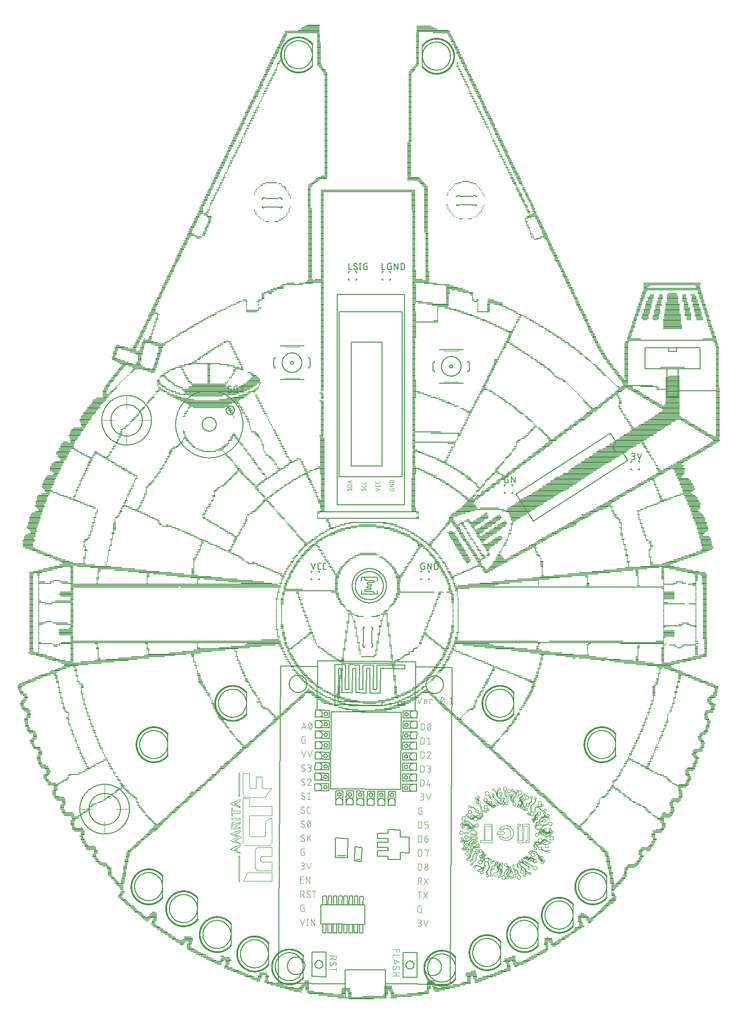
<source format=gbr>
G04 EAGLE Gerber RS-274X export*
G75*
%MOMM*%
%FSLAX34Y34*%
%LPD*%
%INSilkscreen Top*%
%IPPOS*%
%AMOC8*
5,1,8,0,0,1.08239X$1,22.5*%
G01*
%ADD10R,4.680000X0.234000*%
%ADD11R,1.170000X0.234000*%
%ADD12R,7.020000X0.234000*%
%ADD13R,3.042000X0.234000*%
%ADD14R,0.702000X0.234000*%
%ADD15R,4.446000X0.234000*%
%ADD16R,3.978000X0.234000*%
%ADD17R,0.936000X0.234000*%
%ADD18R,5.850000X0.234000*%
%ADD19R,3.744000X0.234000*%
%ADD20R,0.234000X0.234000*%
%ADD21R,2.106000X0.234000*%
%ADD22R,1.404000X0.234000*%
%ADD23R,2.574000X0.234000*%
%ADD24R,1.638000X0.234000*%
%ADD25R,0.468000X0.234000*%
%ADD26R,3.276000X0.234000*%
%ADD27R,2.340000X0.234000*%
%ADD28R,1.872000X0.234000*%
%ADD29R,2.808000X0.234000*%
%ADD30R,6.318000X0.234000*%
%ADD31R,6.552000X0.234000*%
%ADD32R,4.212000X0.234000*%
%ADD33R,7.254000X0.234000*%
%ADD34R,9.828000X0.234000*%
%ADD35R,5.382000X0.234000*%
%ADD36R,6.084000X0.234000*%
%ADD37R,5.616000X0.234000*%
%ADD38R,5.148000X0.234000*%
%ADD39R,0.234000X0.702000*%
%ADD40R,7.488000X0.234000*%
%ADD41R,7.956000X0.234000*%
%ADD42R,39.780000X0.234000*%
%ADD43R,38.142000X0.234000*%
%ADD44R,15.210000X0.234000*%
%ADD45R,13.338000X0.234000*%
%ADD46R,3.510000X0.234000*%
%ADD47R,6.786000X0.234000*%
%ADD48R,19.656000X0.234000*%
%ADD49R,18.252000X0.234000*%
%ADD50R,37.674000X0.234000*%
%ADD51R,4.914000X0.234000*%
%ADD52R,18.486000X0.234000*%
%ADD53R,8.424000X0.234000*%
%ADD54R,9.360000X0.234000*%
%ADD55R,10.764000X0.234000*%
%ADD56R,10.296000X0.234000*%
%ADD57R,10.062000X0.234000*%
%ADD58R,11.700000X0.234000*%
%ADD59R,12.402000X0.234000*%
%ADD60R,16.380000X0.234000*%
%ADD61R,17.082000X0.234000*%
%ADD62C,0.050000*%
%ADD63C,0.152400*%
%ADD64C,0.203200*%
%ADD65C,0.025400*%
%ADD66C,0.015238*%
%ADD67C,0.050800*%
%ADD68C,0.127000*%
%ADD69C,0.101600*%


D10*
X621270Y0D03*
D11*
X585000Y2340D03*
D12*
X632970Y2340D03*
D11*
X680940Y2340D03*
D13*
X575640Y4680D03*
D14*
X601380Y4680D03*
D15*
X645840Y4680D03*
D16*
X694980Y4680D03*
D10*
X567450Y7020D03*
D14*
X601380Y7020D03*
D17*
X665730Y7020D03*
D18*
X704340Y7020D03*
D15*
X549900Y9360D03*
D14*
X589680Y9360D03*
X601380Y9360D03*
X666900Y9360D03*
X678600Y9360D03*
D19*
X724230Y9360D03*
D20*
X512460Y11700D03*
D13*
X538200Y11700D03*
D14*
X589680Y11700D03*
X601380Y11700D03*
X666900Y11700D03*
X678600Y11700D03*
D21*
X734760Y11700D03*
D22*
X506610Y14040D03*
X530010Y14040D03*
D14*
X589680Y14040D03*
X599040Y14040D03*
X666900Y14040D03*
X676260Y14040D03*
D17*
X740610Y14040D03*
X759330Y14040D03*
D23*
X503100Y16380D03*
D14*
X524160Y16380D03*
D24*
X594360Y16380D03*
X671580Y16380D03*
D25*
X742950Y16380D03*
D21*
X762840Y16380D03*
D26*
X499590Y18720D03*
D14*
X524160Y18720D03*
D24*
X594360Y18720D03*
D22*
X670410Y18720D03*
D14*
X744120Y18720D03*
D13*
X767520Y18720D03*
D23*
X486720Y21060D03*
D17*
X513630Y21060D03*
D14*
X524160Y21060D03*
D22*
X670410Y21060D03*
D14*
X744120Y21060D03*
X755820Y21060D03*
D23*
X779220Y21060D03*
D21*
X477360Y23400D03*
D24*
X519480Y23400D03*
D22*
X670410Y23400D03*
D14*
X744120Y23400D03*
X753480Y23400D03*
D23*
X788580Y23400D03*
D27*
X469170Y25740D03*
D22*
X520650Y25740D03*
X747630Y25740D03*
D27*
X799110Y25740D03*
D21*
X460980Y28080D03*
D11*
X521820Y28080D03*
D22*
X747630Y28080D03*
D28*
X810810Y28080D03*
D24*
X453960Y30420D03*
D17*
X522990Y30420D03*
D22*
X747630Y30420D03*
X813150Y30420D03*
D14*
X830700Y30420D03*
X435240Y32760D03*
D17*
X450450Y32760D03*
X522990Y32760D03*
D22*
X747630Y32760D03*
D14*
X816660Y32760D03*
D22*
X834210Y32760D03*
X431730Y35100D03*
D25*
X450450Y35100D03*
D14*
X816660Y35100D03*
D21*
X837720Y35100D03*
X430560Y37440D03*
D25*
X450450Y37440D03*
D14*
X816660Y37440D03*
X828360Y37440D03*
D28*
X843570Y37440D03*
D24*
X421200Y39780D03*
D14*
X437580Y39780D03*
X451620Y39780D03*
X816660Y39780D03*
X828360Y39780D03*
D28*
X850590Y39780D03*
D24*
X416520Y42120D03*
D17*
X438750Y42120D03*
D14*
X451620Y42120D03*
D21*
X821340Y42120D03*
D28*
X857610Y42120D03*
D24*
X409500Y44460D03*
X444600Y44460D03*
D21*
X821340Y44460D03*
D28*
X864630Y44460D03*
D24*
X404820Y46800D03*
D22*
X443430Y46800D03*
D28*
X820170Y46800D03*
D24*
X870480Y46800D03*
X397800Y49140D03*
D17*
X824850Y49140D03*
D24*
X877500Y49140D03*
X393120Y51480D03*
D20*
X828360Y51480D03*
D28*
X883350Y51480D03*
D24*
X386100Y53820D03*
D11*
X886860Y53820D03*
D24*
X381420Y56160D03*
D14*
X889200Y56160D03*
D17*
X377910Y58500D03*
D14*
X889200Y58500D03*
D25*
X902070Y58500D03*
X377910Y60840D03*
D14*
X889200Y60840D03*
D17*
X904410Y60840D03*
X363870Y63180D03*
D14*
X379080Y63180D03*
D25*
X888030Y63180D03*
D28*
X906750Y63180D03*
D22*
X361530Y65520D03*
D14*
X379080Y65520D03*
X886860Y65520D03*
D27*
X909090Y65520D03*
D21*
X360360Y67860D03*
D17*
X380250Y67860D03*
D22*
X885690Y67860D03*
D14*
X898560Y67860D03*
D22*
X918450Y67860D03*
X352170Y70200D03*
D14*
X369720Y70200D03*
D11*
X381420Y70200D03*
D21*
X891540Y70200D03*
D22*
X923130Y70200D03*
X347490Y72540D03*
D28*
X375570Y72540D03*
D21*
X891540Y72540D03*
D22*
X927810Y72540D03*
X342810Y74880D03*
X375570Y74880D03*
X895050Y74880D03*
X932490Y74880D03*
X338130Y77220D03*
D14*
X369720Y77220D03*
X898560Y77220D03*
D11*
X936000Y77220D03*
D22*
X333450Y79560D03*
D11*
X940680Y79560D03*
D22*
X328770Y81900D03*
D11*
X945360Y81900D03*
D22*
X324090Y84240D03*
X948870Y84240D03*
X319410Y86580D03*
D11*
X952380Y86580D03*
D22*
X314730Y88920D03*
D17*
X955890Y88920D03*
D11*
X311220Y91260D03*
D25*
X958230Y91260D03*
D17*
X310050Y93600D03*
D25*
X958230Y93600D03*
D14*
X308880Y95940D03*
D25*
X958230Y95940D03*
D14*
X971100Y95940D03*
D25*
X296010Y98280D03*
D14*
X308880Y98280D03*
X957060Y98280D03*
D11*
X971100Y98280D03*
D17*
X296010Y100620D03*
D14*
X311220Y100620D03*
X957060Y100620D03*
D24*
X973440Y100620D03*
X294840Y102960D03*
D14*
X311220Y102960D03*
X957060Y102960D03*
X966420Y102960D03*
D11*
X978120Y102960D03*
D26*
X300690Y105300D03*
D24*
X961740Y105300D03*
D17*
X981630Y105300D03*
D11*
X285480Y107640D03*
D28*
X307710Y107640D03*
D22*
X960570Y107640D03*
D11*
X985140Y107640D03*
D17*
X281970Y109980D03*
D24*
X308880Y109980D03*
D22*
X960570Y109980D03*
D17*
X988650Y109980D03*
D11*
X278460Y112320D03*
D22*
X307710Y112320D03*
D20*
X959400Y112320D03*
D11*
X992160Y112320D03*
D17*
X274950Y114660D03*
X995670Y114660D03*
D11*
X271440Y117000D03*
D17*
X1000350Y117000D03*
X267930Y119340D03*
D14*
X1003860Y119340D03*
D11*
X264420Y121680D03*
D17*
X1007370Y121680D03*
X260910Y124020D03*
X1009710Y124020D03*
D11*
X257400Y126360D03*
X1013220Y126360D03*
D17*
X253890Y128700D03*
D11*
X1015560Y128700D03*
X250380Y131040D03*
X1020240Y131040D03*
D17*
X246870Y133380D03*
X1021410Y133380D03*
X244530Y135720D03*
D14*
X1020240Y135720D03*
D25*
X244530Y138060D03*
D14*
X1020240Y138060D03*
D25*
X1035450Y138060D03*
D20*
X234000Y140400D03*
D14*
X245700Y140400D03*
X1017900Y140400D03*
X1036620Y140400D03*
X234000Y142740D03*
D17*
X246870Y142740D03*
D14*
X1017900Y142740D03*
D11*
X1036620Y142740D03*
D22*
X232830Y145080D03*
D14*
X248040Y145080D03*
X1017900Y145080D03*
D24*
X1036620Y145080D03*
D29*
X237510Y147420D03*
D21*
X1024920Y147420D03*
D17*
X1042470Y147420D03*
X225810Y149760D03*
D24*
X243360Y149760D03*
D28*
X1023750Y149760D03*
D14*
X1045980Y149760D03*
D17*
X223470Y152100D03*
D22*
X244530Y152100D03*
X1023750Y152100D03*
D14*
X1048320Y152100D03*
D17*
X221130Y154440D03*
D11*
X245700Y154440D03*
D14*
X1022580Y154440D03*
D17*
X1051830Y154440D03*
D11*
X217620Y156780D03*
D14*
X245700Y156780D03*
D17*
X1054170Y156780D03*
X214110Y159120D03*
X1056510Y159120D03*
X211770Y161460D03*
X1058850Y161460D03*
X209430Y163800D03*
X1061190Y163800D03*
X207090Y166140D03*
X1063530Y166140D03*
X204750Y168480D03*
X1065870Y168480D03*
X200070Y170820D03*
X1068210Y170820D03*
X197730Y173160D03*
D11*
X1071720Y173160D03*
D17*
X195390Y175500D03*
D11*
X1074060Y175500D03*
D17*
X193050Y177840D03*
D11*
X1076400Y177840D03*
D17*
X190710Y180180D03*
D11*
X1078740Y180180D03*
D14*
X187200Y182520D03*
D17*
X1079910Y182520D03*
D14*
X184860Y184860D03*
X1081080Y184860D03*
X184860Y187200D03*
X1078740Y187200D03*
X187200Y189540D03*
X1078740Y189540D03*
D17*
X188370Y191880D03*
D25*
X1077570Y191880D03*
D14*
X189540Y194220D03*
D20*
X1076400Y194220D03*
X189540Y196560D03*
D25*
X1077570Y196560D03*
X188370Y198900D03*
D14*
X1078740Y198900D03*
X187200Y201240D03*
D17*
X1079910Y201240D03*
X186030Y203580D03*
D11*
X1081080Y203580D03*
X184860Y205920D03*
D22*
X1082250Y205920D03*
X183690Y208260D03*
D25*
X1077570Y208260D03*
D17*
X1086930Y208260D03*
X179010Y210600D03*
D14*
X189540Y210600D03*
X1076400Y210600D03*
D17*
X1089270Y210600D03*
D14*
X177840Y212940D03*
X189540Y212940D03*
X1076400Y212940D03*
D17*
X1091610Y212940D03*
D14*
X175500Y215280D03*
X189540Y215280D03*
X1076400Y215280D03*
D17*
X1093950Y215280D03*
D14*
X173160Y217620D03*
D25*
X190710Y217620D03*
D14*
X1076400Y217620D03*
D17*
X1096290Y217620D03*
D14*
X170820Y219960D03*
D25*
X190710Y219960D03*
X1075230Y219960D03*
D14*
X1097460Y219960D03*
X168480Y222300D03*
X191880Y222300D03*
D25*
X1075230Y222300D03*
D14*
X1099800Y222300D03*
X166140Y224640D03*
X191880Y224640D03*
X1074060Y224640D03*
X1099800Y224640D03*
X166140Y226980D03*
X191880Y226980D03*
X1074060Y226980D03*
D25*
X1100970Y226980D03*
D14*
X166140Y229320D03*
D25*
X193050Y229320D03*
D14*
X1074060Y229320D03*
D25*
X1100970Y229320D03*
D14*
X166140Y231660D03*
D25*
X193050Y231660D03*
X1072890Y231660D03*
X1100970Y231660D03*
D14*
X166140Y234000D03*
D25*
X193050Y234000D03*
X1072890Y234000D03*
D14*
X1102140Y234000D03*
D17*
X164970Y236340D03*
D14*
X194220Y236340D03*
X1071720Y236340D03*
X1102140Y236340D03*
X163800Y238680D03*
X194220Y238680D03*
X1071720Y238680D03*
D24*
X1109160Y238680D03*
D11*
X159120Y241020D03*
D14*
X194220Y241020D03*
X1071720Y241020D03*
D28*
X1112670Y241020D03*
D24*
X154440Y243360D03*
D25*
X195390Y243360D03*
X1070550Y243360D03*
D28*
X1115010Y243360D03*
D24*
X152100Y245700D03*
D25*
X195390Y245700D03*
X1070550Y245700D03*
D17*
X1122030Y245700D03*
X146250Y248040D03*
D14*
X196560Y248040D03*
X1069380Y248040D03*
X1123200Y248040D03*
X142740Y250380D03*
X196560Y250380D03*
X1069380Y250380D03*
X1125540Y250380D03*
X142740Y252720D03*
X196560Y252720D03*
X1069380Y252720D03*
X1127880Y252720D03*
X140400Y255060D03*
D25*
X197730Y255060D03*
D14*
X1069380Y255060D03*
X1127880Y255060D03*
X138060Y257400D03*
D25*
X197730Y257400D03*
X1068210Y257400D03*
D14*
X1130220Y257400D03*
X138060Y259740D03*
X198900Y259740D03*
X1067040Y259740D03*
X1130220Y259740D03*
X138060Y262080D03*
X198900Y262080D03*
X1067040Y262080D03*
X1127880Y262080D03*
X140400Y264420D03*
X198900Y264420D03*
D17*
X1065870Y264420D03*
D14*
X1127880Y264420D03*
X140400Y266760D03*
X201240Y266760D03*
D17*
X1063530Y266760D03*
D14*
X1127880Y266760D03*
D20*
X128700Y269100D03*
D14*
X140400Y269100D03*
D17*
X202410Y269100D03*
X1061190Y269100D03*
X1129050Y269100D03*
D14*
X1141920Y269100D03*
D28*
X132210Y271440D03*
D14*
X205920Y271440D03*
D17*
X1058850Y271440D03*
D21*
X1137240Y271440D03*
D28*
X132210Y273780D03*
D17*
X209430Y273780D03*
D14*
X1057680Y273780D03*
D28*
X1138410Y273780D03*
X129870Y276120D03*
D17*
X211770Y276120D03*
D14*
X1055340Y276120D03*
D17*
X1145430Y276120D03*
D14*
X124020Y278460D03*
D17*
X214110Y278460D03*
D25*
X1051830Y278460D03*
D17*
X1147770Y278460D03*
D14*
X121680Y280800D03*
D17*
X216450Y280800D03*
D14*
X1048320Y280800D03*
X1148940Y280800D03*
X119340Y283140D03*
D17*
X218790Y283140D03*
D14*
X1045980Y283140D03*
X1151280Y283140D03*
X119340Y285480D03*
D17*
X221130Y285480D03*
D14*
X1043640Y285480D03*
X1151280Y285480D03*
X117000Y287820D03*
X224640Y287820D03*
D17*
X1040130Y287820D03*
D14*
X1153620Y287820D03*
X117000Y290160D03*
X226980Y290160D03*
D17*
X1037790Y290160D03*
D14*
X1153620Y290160D03*
D25*
X115830Y292500D03*
D17*
X230490Y292500D03*
X1035450Y292500D03*
D25*
X1152450Y292500D03*
D14*
X114660Y294840D03*
D17*
X232830Y294840D03*
D14*
X1034280Y294840D03*
X1151280Y294840D03*
X117000Y297180D03*
D17*
X235170Y297180D03*
X1030770Y297180D03*
D14*
X1151280Y297180D03*
X117000Y299520D03*
D17*
X237510Y299520D03*
X1028430Y299520D03*
D14*
X1151280Y299520D03*
X117000Y301860D03*
D17*
X239850Y301860D03*
X1026090Y301860D03*
D24*
X1158300Y301860D03*
D28*
X111150Y304200D03*
D11*
X243360Y304200D03*
D14*
X1022580Y304200D03*
D28*
X1159470Y304200D03*
X108810Y306540D03*
D11*
X245700Y306540D03*
D17*
X1019070Y306540D03*
D24*
X1162980Y306540D03*
D21*
X107640Y308880D03*
D11*
X248040Y308880D03*
D17*
X1016730Y308880D03*
D14*
X1167660Y308880D03*
X100620Y311220D03*
D20*
X114660Y311220D03*
D11*
X250380Y311220D03*
X1015560Y311220D03*
D14*
X1170000Y311220D03*
D25*
X99450Y313560D03*
D11*
X252720Y313560D03*
D22*
X1014390Y313560D03*
D14*
X1170000Y313560D03*
X98280Y315900D03*
D22*
X253890Y315900D03*
D17*
X1009710Y315900D03*
D25*
X1021410Y315900D03*
D14*
X1170000Y315900D03*
X98280Y318240D03*
D25*
X246870Y318240D03*
D17*
X258570Y318240D03*
X1007370Y318240D03*
D25*
X1023750Y318240D03*
D14*
X1170000Y318240D03*
X98280Y320580D03*
D25*
X244530Y320580D03*
D17*
X260910Y320580D03*
D14*
X1003860Y320580D03*
D25*
X1026090Y320580D03*
D14*
X1167660Y320580D03*
D17*
X99450Y322920D03*
D25*
X242190Y322920D03*
D17*
X263250Y322920D03*
D14*
X1001520Y322920D03*
D25*
X1028430Y322920D03*
D17*
X1166490Y322920D03*
D14*
X100620Y325260D03*
D25*
X239850Y325260D03*
D17*
X265590Y325260D03*
D14*
X999180Y325260D03*
D25*
X1030770Y325260D03*
D11*
X1165320Y325260D03*
X102960Y327600D03*
D25*
X237510Y327600D03*
D14*
X269100Y327600D03*
D17*
X995670Y327600D03*
D20*
X1031940Y327600D03*
D22*
X1164150Y327600D03*
D24*
X102960Y329940D03*
D25*
X235170Y329940D03*
D14*
X271440Y329940D03*
D17*
X993330Y329940D03*
D20*
X1034280Y329940D03*
D14*
X1155960Y329940D03*
D28*
X1173510Y329940D03*
X92430Y332280D03*
D25*
X111150Y332280D03*
X232830Y332280D03*
D14*
X273780Y332280D03*
D17*
X990990Y332280D03*
D20*
X1036620Y332280D03*
D25*
X1152450Y332280D03*
D28*
X1175850Y332280D03*
D21*
X91260Y334620D03*
D25*
X115830Y334620D03*
D20*
X231660Y334620D03*
D14*
X276120Y334620D03*
D17*
X988650Y334620D03*
D25*
X1037790Y334620D03*
D20*
X1148940Y334620D03*
D21*
X1177020Y334620D03*
D28*
X90090Y336960D03*
D25*
X118170Y336960D03*
D20*
X229320Y336960D03*
D17*
X279630Y336960D03*
X986310Y336960D03*
D25*
X1040130Y336960D03*
X1145430Y336960D03*
X1171170Y336960D03*
D14*
X1184040Y336960D03*
X81900Y339300D03*
X121680Y339300D03*
D25*
X228150Y339300D03*
D17*
X281970Y339300D03*
X983970Y339300D03*
D25*
X1042470Y339300D03*
X1143090Y339300D03*
D14*
X1186380Y339300D03*
X81900Y341640D03*
D25*
X125190Y341640D03*
X225810Y341640D03*
D17*
X284310Y341640D03*
X981630Y341640D03*
D25*
X1044810Y341640D03*
X1140750Y341640D03*
D14*
X1186380Y341640D03*
X79560Y343980D03*
D25*
X127530Y343980D03*
X223470Y343980D03*
D17*
X286650Y343980D03*
D14*
X978120Y343980D03*
D20*
X1045980Y343980D03*
D25*
X1138410Y343980D03*
D14*
X1186380Y343980D03*
X79560Y346320D03*
D20*
X128700Y346320D03*
D25*
X221130Y346320D03*
D17*
X288990Y346320D03*
D14*
X975780Y346320D03*
D20*
X1048320Y346320D03*
D25*
X1136070Y346320D03*
D14*
X1186380Y346320D03*
X79560Y348660D03*
D25*
X132210Y348660D03*
D20*
X219960Y348660D03*
D17*
X291330Y348660D03*
X972270Y348660D03*
D25*
X1049490Y348660D03*
X1133730Y348660D03*
X1185210Y348660D03*
D17*
X80730Y351000D03*
D25*
X134550Y351000D03*
X218790Y351000D03*
D14*
X294840Y351000D03*
D17*
X969930Y351000D03*
D20*
X1050660Y351000D03*
D14*
X1127880Y351000D03*
X1184040Y351000D03*
X81900Y353340D03*
D17*
X139230Y353340D03*
D20*
X217620Y353340D03*
D14*
X297180Y353340D03*
D17*
X967590Y353340D03*
D25*
X1051830Y353340D03*
D14*
X1123200Y353340D03*
X1184040Y353340D03*
D25*
X83070Y355680D03*
X146250Y355680D03*
X216450Y355680D03*
D17*
X300690Y355680D03*
X965250Y355680D03*
D20*
X1053000Y355680D03*
D25*
X1117350Y355680D03*
D14*
X1184040Y355680D03*
D20*
X1195740Y355680D03*
D14*
X81900Y358020D03*
D25*
X150930Y358020D03*
D20*
X215280Y358020D03*
D17*
X303030Y358020D03*
X962910Y358020D03*
D20*
X1053000Y358020D03*
D25*
X1115010Y358020D03*
D24*
X1191060Y358020D03*
X77220Y360360D03*
D25*
X155610Y360360D03*
D20*
X215280Y360360D03*
D17*
X305370Y360360D03*
X960570Y360360D03*
D20*
X1053000Y360360D03*
D25*
X1110330Y360360D03*
D28*
X1192230Y360360D03*
X76050Y362700D03*
D25*
X157950Y362700D03*
X214110Y362700D03*
D17*
X307710Y362700D03*
X958230Y362700D03*
D20*
X1055340Y362700D03*
D25*
X1107990Y362700D03*
D24*
X1193400Y362700D03*
D28*
X73710Y365040D03*
D25*
X162630Y365040D03*
X211770Y365040D03*
D17*
X310050Y365040D03*
X955890Y365040D03*
D14*
X1060020Y365040D03*
D25*
X1105650Y365040D03*
D14*
X1200420Y365040D03*
D17*
X69030Y367380D03*
D25*
X164970Y367380D03*
X209430Y367380D03*
D17*
X312390Y367380D03*
X953550Y367380D03*
D14*
X1062360Y367380D03*
D25*
X1100970Y367380D03*
D14*
X1200420Y367380D03*
X65520Y369720D03*
D25*
X169650Y369720D03*
D14*
X205920Y369720D03*
D17*
X314730Y369720D03*
D11*
X950040Y369720D03*
D25*
X1065870Y369720D03*
X1098630Y369720D03*
X1201590Y369720D03*
D14*
X65520Y372060D03*
D25*
X171990Y372060D03*
X202410Y372060D03*
D11*
X315900Y372060D03*
X947700Y372060D03*
D25*
X1068210Y372060D03*
X1096290Y372060D03*
D14*
X1200420Y372060D03*
X65520Y374400D03*
D25*
X176670Y374400D03*
X200070Y374400D03*
D11*
X318240Y374400D03*
D17*
X944190Y374400D03*
D20*
X1069380Y374400D03*
D25*
X1091610Y374400D03*
D14*
X1200420Y374400D03*
X65520Y376740D03*
D25*
X179010Y376740D03*
X197730Y376740D03*
D17*
X324090Y376740D03*
X941850Y376740D03*
D25*
X1070550Y376740D03*
X1089270Y376740D03*
D14*
X1200420Y376740D03*
X67860Y379080D03*
D25*
X181350Y379080D03*
X195390Y379080D03*
D17*
X326430Y379080D03*
X939510Y379080D03*
D25*
X1072890Y379080D03*
D14*
X1085760Y379080D03*
D25*
X1199250Y379080D03*
D14*
X67860Y381420D03*
D25*
X186030Y381420D03*
X193050Y381420D03*
D17*
X328770Y381420D03*
X937170Y381420D03*
D25*
X1075230Y381420D03*
D14*
X1083420Y381420D03*
D25*
X1199250Y381420D03*
D14*
X67860Y383760D03*
X189540Y383760D03*
D17*
X331110Y383760D03*
X934830Y383760D03*
X1077570Y383760D03*
D24*
X1202760Y383760D03*
D14*
X67860Y386100D03*
X189540Y386100D03*
D17*
X333450Y386100D03*
X932490Y386100D03*
D25*
X1077570Y386100D03*
D21*
X1202760Y386100D03*
X63180Y388440D03*
D25*
X188370Y388440D03*
D14*
X336960Y388440D03*
D17*
X930150Y388440D03*
D20*
X1078740Y388440D03*
D14*
X1191060Y388440D03*
D28*
X1206270Y388440D03*
D24*
X60840Y390780D03*
D14*
X74880Y390780D03*
D25*
X186030Y390780D03*
D14*
X339300Y390780D03*
D17*
X925470Y390780D03*
D20*
X1078740Y390780D03*
D25*
X1187550Y390780D03*
D14*
X1212120Y390780D03*
D17*
X54990Y393120D03*
D14*
X79560Y393120D03*
D20*
X184860Y393120D03*
D14*
X341640Y393120D03*
D17*
X923130Y393120D03*
D25*
X1079910Y393120D03*
X1182870Y393120D03*
D14*
X1214460Y393120D03*
D25*
X52650Y395460D03*
D14*
X84240Y395460D03*
D25*
X183690Y395460D03*
D17*
X345150Y395460D03*
X920790Y395460D03*
D14*
X1081080Y395460D03*
D25*
X1180530Y395460D03*
D14*
X1214460Y395460D03*
X51480Y397800D03*
D25*
X87750Y397800D03*
X181350Y397800D03*
D17*
X347490Y397800D03*
X918450Y397800D03*
D25*
X1084590Y397800D03*
X1178190Y397800D03*
D14*
X1216800Y397800D03*
X49140Y400140D03*
D25*
X90090Y400140D03*
D20*
X180180Y400140D03*
D17*
X349830Y400140D03*
X916110Y400140D03*
D20*
X1085760Y400140D03*
D25*
X1175850Y400140D03*
D14*
X1216800Y400140D03*
X49140Y402480D03*
D20*
X91260Y402480D03*
D25*
X179010Y402480D03*
D17*
X352170Y402480D03*
X913770Y402480D03*
D25*
X1086930Y402480D03*
D14*
X1172340Y402480D03*
X1216800Y402480D03*
D17*
X50310Y404820D03*
D25*
X92430Y404820D03*
D17*
X354510Y404820D03*
X911430Y404820D03*
D25*
X1089270Y404820D03*
D14*
X1167660Y404820D03*
X1214460Y404820D03*
D17*
X52650Y407160D03*
D28*
X101790Y407160D03*
D20*
X175500Y407160D03*
D17*
X356850Y407160D03*
D14*
X907920Y407160D03*
D20*
X1090440Y407160D03*
D17*
X1161810Y407160D03*
X1213290Y407160D03*
D14*
X53820Y409500D03*
X112320Y409500D03*
D25*
X174330Y409500D03*
D14*
X360360Y409500D03*
X905580Y409500D03*
D25*
X1091610Y409500D03*
D14*
X1155960Y409500D03*
X1212120Y409500D03*
D17*
X54990Y411840D03*
D25*
X118170Y411840D03*
D20*
X173160Y411840D03*
D14*
X362700Y411840D03*
D17*
X902070Y411840D03*
D20*
X1092780Y411840D03*
D25*
X1150110Y411840D03*
D14*
X1212120Y411840D03*
X53820Y414180D03*
D25*
X122850Y414180D03*
D20*
X170820Y414180D03*
D14*
X365040Y414180D03*
D17*
X899730Y414180D03*
D25*
X1093950Y414180D03*
D14*
X1146600Y414180D03*
D24*
X1216800Y414180D03*
D17*
X52650Y416520D03*
D14*
X126360Y416520D03*
D25*
X169650Y416520D03*
D17*
X368550Y416520D03*
X897390Y416520D03*
D20*
X1095120Y416520D03*
D14*
X1141920Y416520D03*
D24*
X1219140Y416520D03*
D22*
X47970Y418860D03*
D17*
X129870Y418860D03*
D20*
X168480Y418860D03*
D17*
X370890Y418860D03*
X895050Y418860D03*
D20*
X1097460Y418860D03*
D17*
X1138410Y418860D03*
D22*
X1220310Y418860D03*
D24*
X46800Y421200D03*
D25*
X125190Y421200D03*
D14*
X135720Y421200D03*
D25*
X167310Y421200D03*
D11*
X372060Y421200D03*
D17*
X892710Y421200D03*
D25*
X1098630Y421200D03*
D22*
X1136070Y421200D03*
D17*
X1224990Y421200D03*
D11*
X44460Y423540D03*
D20*
X124020Y423540D03*
D25*
X139230Y423540D03*
D20*
X166140Y423540D03*
D17*
X375570Y423540D03*
X890370Y423540D03*
D20*
X1099800Y423540D03*
D14*
X1130220Y423540D03*
D25*
X1143090Y423540D03*
D14*
X1226160Y423540D03*
X39780Y425880D03*
D25*
X122850Y425880D03*
X143910Y425880D03*
X164970Y425880D03*
D17*
X377910Y425880D03*
X888030Y425880D03*
D25*
X1100970Y425880D03*
X1124370Y425880D03*
X1143090Y425880D03*
D14*
X1226160Y425880D03*
X39780Y428220D03*
D20*
X121680Y428220D03*
D25*
X148590Y428220D03*
D20*
X163800Y428220D03*
D17*
X380250Y428220D03*
D14*
X884520Y428220D03*
D20*
X1102140Y428220D03*
D14*
X1120860Y428220D03*
D20*
X1144260Y428220D03*
D14*
X1228500Y428220D03*
D25*
X38610Y430560D03*
X120510Y430560D03*
D14*
X152100Y430560D03*
D20*
X161460Y430560D03*
D17*
X382590Y430560D03*
D14*
X882180Y430560D03*
D25*
X1103310Y430560D03*
D14*
X1116180Y430560D03*
D25*
X1145430Y430560D03*
D14*
X1228500Y430560D03*
X37440Y432900D03*
D20*
X119340Y432900D03*
D17*
X157950Y432900D03*
D14*
X386100Y432900D03*
D17*
X878670Y432900D03*
D11*
X1109160Y432900D03*
D20*
X1146600Y432900D03*
D25*
X1229670Y432900D03*
D14*
X37440Y435240D03*
D25*
X118170Y435240D03*
D20*
X159120Y435240D03*
D14*
X388440Y435240D03*
D17*
X876330Y435240D03*
D25*
X1107990Y435240D03*
X1147770Y435240D03*
D14*
X1230840Y435240D03*
X37440Y437580D03*
D20*
X117000Y437580D03*
X159120Y437580D03*
D17*
X391950Y437580D03*
X873990Y437580D03*
D20*
X1106820Y437580D03*
X1148940Y437580D03*
D17*
X1229670Y437580D03*
D14*
X37440Y439920D03*
D25*
X115830Y439920D03*
D20*
X156780Y439920D03*
D17*
X394290Y439920D03*
X871650Y439920D03*
D20*
X1109160Y439920D03*
D25*
X1150110Y439920D03*
D17*
X1227330Y439920D03*
D14*
X39780Y442260D03*
D20*
X114660Y442260D03*
X156780Y442260D03*
D17*
X396630Y442260D03*
X869310Y442260D03*
D25*
X1110330Y442260D03*
D20*
X1151280Y442260D03*
D17*
X1224990Y442260D03*
D14*
X39780Y444600D03*
D25*
X113490Y444600D03*
D20*
X154440Y444600D03*
D17*
X398970Y444600D03*
X866970Y444600D03*
D25*
X1110330Y444600D03*
D20*
X1151280Y444600D03*
D17*
X1224990Y444600D03*
D14*
X39780Y446940D03*
D20*
X112320Y446940D03*
X154440Y446940D03*
D17*
X401310Y446940D03*
D14*
X863460Y446940D03*
D20*
X1111500Y446940D03*
X1153620Y446940D03*
D17*
X1227330Y446940D03*
D14*
X39780Y449280D03*
D20*
X112320Y449280D03*
X152100Y449280D03*
D17*
X403650Y449280D03*
D14*
X861120Y449280D03*
D25*
X1112670Y449280D03*
D20*
X1153620Y449280D03*
D28*
X1232010Y449280D03*
D14*
X37440Y451620D03*
D25*
X111150Y451620D03*
D20*
X152100Y451620D03*
D17*
X405990Y451620D03*
D14*
X858780Y451620D03*
D20*
X1113840Y451620D03*
D25*
X1154790Y451620D03*
D24*
X1233180Y451620D03*
D22*
X33930Y453960D03*
D20*
X109980Y453960D03*
D25*
X150930Y453960D03*
D14*
X409500Y453960D03*
X856440Y453960D03*
D25*
X1115010Y453960D03*
D20*
X1155960Y453960D03*
D14*
X1237860Y453960D03*
D11*
X32760Y456300D03*
D25*
X108810Y456300D03*
D20*
X149760Y456300D03*
D11*
X411840Y456300D03*
D22*
X855270Y456300D03*
D20*
X1116180Y456300D03*
D25*
X1157130Y456300D03*
D14*
X1240200Y456300D03*
X28080Y458640D03*
D20*
X107640Y458640D03*
D25*
X148590Y458640D03*
D22*
X413010Y458640D03*
D28*
X855270Y458640D03*
D25*
X1117350Y458640D03*
D20*
X1158300Y458640D03*
D14*
X1240200Y458640D03*
D25*
X26910Y460980D03*
D20*
X107640Y460980D03*
X147420Y460980D03*
D25*
X405990Y460980D03*
D17*
X417690Y460980D03*
D11*
X849420Y460980D03*
D25*
X862290Y460980D03*
D20*
X1118520Y460980D03*
X1158300Y460980D03*
D25*
X1241370Y460980D03*
D14*
X25740Y463320D03*
D20*
X105300Y463320D03*
D25*
X146250Y463320D03*
X403650Y463320D03*
D17*
X420030Y463320D03*
X845910Y463320D03*
D25*
X864630Y463320D03*
X1119690Y463320D03*
D20*
X1160640Y463320D03*
D17*
X1241370Y463320D03*
D14*
X25740Y465660D03*
D20*
X105300Y465660D03*
X145080Y465660D03*
D25*
X401310Y465660D03*
D17*
X422370Y465660D03*
X843570Y465660D03*
D25*
X866970Y465660D03*
D20*
X1120860Y465660D03*
X1160640Y465660D03*
D14*
X1240200Y465660D03*
D17*
X24570Y468000D03*
D25*
X104130Y468000D03*
D20*
X145080Y468000D03*
D25*
X398970Y468000D03*
D17*
X424710Y468000D03*
X841230Y468000D03*
D25*
X869310Y468000D03*
X1122030Y468000D03*
D20*
X1162980Y468000D03*
D17*
X1239030Y468000D03*
X26910Y470340D03*
D20*
X102960Y470340D03*
D25*
X143910Y470340D03*
X396630Y470340D03*
D14*
X428220Y470340D03*
D17*
X838890Y470340D03*
D25*
X871650Y470340D03*
D20*
X1123200Y470340D03*
X1162980Y470340D03*
D17*
X1236690Y470340D03*
X29250Y472680D03*
D20*
X102960Y472680D03*
X142740Y472680D03*
X395460Y472680D03*
D14*
X430560Y472680D03*
D17*
X836550Y472680D03*
D20*
X872820Y472680D03*
D25*
X1124370Y472680D03*
X1164150Y472680D03*
D14*
X1235520Y472680D03*
X30420Y475020D03*
D20*
X100620Y475020D03*
D25*
X141570Y475020D03*
D20*
X393120Y475020D03*
D14*
X432900Y475020D03*
X833040Y475020D03*
D20*
X875160Y475020D03*
X1125540Y475020D03*
X1165320Y475020D03*
D14*
X1235520Y475020D03*
X30420Y477360D03*
D20*
X100620Y477360D03*
X140400Y477360D03*
X390780Y477360D03*
D17*
X436410Y477360D03*
X829530Y477360D03*
D20*
X877500Y477360D03*
X1125540Y477360D03*
D25*
X1166490Y477360D03*
D14*
X1237860Y477360D03*
X30420Y479700D03*
D25*
X99450Y479700D03*
D20*
X140400Y479700D03*
D25*
X389610Y479700D03*
D17*
X438750Y479700D03*
X827190Y479700D03*
D25*
X878670Y479700D03*
X1126710Y479700D03*
D20*
X1167660Y479700D03*
D11*
X1240200Y479700D03*
X25740Y482040D03*
D20*
X98280Y482040D03*
D25*
X139230Y482040D03*
X387270Y482040D03*
D17*
X441090Y482040D03*
X824850Y482040D03*
D25*
X881010Y482040D03*
D20*
X1127880Y482040D03*
X1167660Y482040D03*
D11*
X1242540Y482040D03*
D22*
X24570Y484380D03*
D20*
X98280Y484380D03*
X138060Y484380D03*
D25*
X384930Y484380D03*
D17*
X443430Y484380D03*
X822510Y484380D03*
D14*
X884520Y484380D03*
D25*
X1129050Y484380D03*
X1168830Y484380D03*
D17*
X1246050Y484380D03*
D11*
X21060Y486720D03*
D25*
X97110Y486720D03*
X136890Y486720D03*
D20*
X383760Y486720D03*
D17*
X445770Y486720D03*
X820170Y486720D03*
D25*
X885690Y486720D03*
D20*
X1130220Y486720D03*
X1170000Y486720D03*
D14*
X1247220Y486720D03*
X18720Y489060D03*
D20*
X95940Y489060D03*
X135720Y489060D03*
X381420Y489060D03*
D17*
X448110Y489060D03*
X817830Y489060D03*
D25*
X888030Y489060D03*
X1131390Y489060D03*
X1171170Y489060D03*
X1248390Y489060D03*
D14*
X18720Y491400D03*
D20*
X95940Y491400D03*
X135720Y491400D03*
D25*
X380250Y491400D03*
D14*
X451620Y491400D03*
X814320Y491400D03*
D25*
X888030Y491400D03*
D20*
X1132560Y491400D03*
X1172340Y491400D03*
D14*
X1249560Y491400D03*
X16380Y493740D03*
D20*
X93600Y493740D03*
D25*
X134550Y493740D03*
X377910Y493740D03*
D14*
X453960Y493740D03*
X811980Y493740D03*
D25*
X890370Y493740D03*
D20*
X1132560Y493740D03*
X1172340Y493740D03*
D14*
X1249560Y493740D03*
X16380Y496080D03*
D20*
X93600Y496080D03*
X133380Y496080D03*
X376740Y496080D03*
D14*
X456300Y496080D03*
X809640Y496080D03*
D25*
X892710Y496080D03*
X1133730Y496080D03*
X1173510Y496080D03*
X1250730Y496080D03*
X15210Y498420D03*
X92430Y498420D03*
X132210Y498420D03*
X375570Y498420D03*
D17*
X459810Y498420D03*
X806130Y498420D03*
D25*
X895050Y498420D03*
D20*
X1134900Y498420D03*
X1174680Y498420D03*
D25*
X1250730Y498420D03*
X15210Y500760D03*
D20*
X91260Y500760D03*
X131040Y500760D03*
D25*
X373230Y500760D03*
D17*
X462150Y500760D03*
X803790Y500760D03*
D25*
X897390Y500760D03*
X1136070Y500760D03*
X1175850Y500760D03*
D14*
X1251900Y500760D03*
X14040Y503100D03*
D20*
X91260Y503100D03*
X131040Y503100D03*
D25*
X370890Y503100D03*
D17*
X464490Y503100D03*
X801450Y503100D03*
D25*
X897390Y503100D03*
D20*
X1137240Y503100D03*
D25*
X1175850Y503100D03*
D14*
X1251900Y503100D03*
X14040Y505440D03*
D20*
X91260Y505440D03*
D25*
X129870Y505440D03*
D14*
X369720Y505440D03*
D17*
X466830Y505440D03*
X799110Y505440D03*
D25*
X899730Y505440D03*
D20*
X1137240Y505440D03*
X1177020Y505440D03*
D14*
X1249560Y505440D03*
X14040Y507780D03*
D25*
X90090Y507780D03*
D20*
X128700Y507780D03*
D14*
X367380Y507780D03*
D17*
X469170Y507780D03*
D11*
X797940Y507780D03*
D25*
X902070Y507780D03*
X1138410Y507780D03*
D20*
X1177020Y507780D03*
D17*
X1248390Y507780D03*
X17550Y510120D03*
D25*
X90090Y510120D03*
D20*
X128700Y510120D03*
D14*
X365040Y510120D03*
D11*
X470340Y510120D03*
D17*
X794430Y510120D03*
D20*
X802620Y510120D03*
D25*
X902070Y510120D03*
D20*
X1139580Y510120D03*
X1177020Y510120D03*
D14*
X1247220Y510120D03*
X18720Y512460D03*
D20*
X91260Y512460D03*
D25*
X127530Y512460D03*
D14*
X365040Y512460D03*
D25*
X464490Y512460D03*
D17*
X473850Y512460D03*
D14*
X790920Y512460D03*
D20*
X804960Y512460D03*
D25*
X904410Y512460D03*
D20*
X1139580Y512460D03*
X1177020Y512460D03*
D14*
X1247220Y512460D03*
D17*
X19890Y514800D03*
D20*
X91260Y514800D03*
X126360Y514800D03*
D25*
X363870Y514800D03*
X462150Y514800D03*
D14*
X477360Y514800D03*
X788580Y514800D03*
D20*
X807300Y514800D03*
D25*
X906750Y514800D03*
D20*
X1141920Y514800D03*
X1177020Y514800D03*
D25*
X1246050Y514800D03*
X19890Y517140D03*
D20*
X91260Y517140D03*
X126360Y517140D03*
D14*
X362700Y517140D03*
D25*
X459810Y517140D03*
D14*
X479700Y517140D03*
X786240Y517140D03*
D20*
X809640Y517140D03*
D25*
X906750Y517140D03*
D20*
X1141920Y517140D03*
X1179360Y517140D03*
D14*
X1247220Y517140D03*
X18720Y519480D03*
X88920Y519480D03*
D25*
X125190Y519480D03*
X361530Y519480D03*
X457470Y519480D03*
D17*
X483210Y519480D03*
D26*
X637650Y519480D03*
D14*
X783900Y519480D03*
D20*
X811980Y519480D03*
X907920Y519480D03*
D25*
X1143090Y519480D03*
D20*
X1181700Y519480D03*
D24*
X1251900Y519480D03*
D11*
X16380Y521820D03*
D25*
X85410Y521820D03*
D20*
X124020Y521820D03*
D25*
X359190Y521820D03*
X455130Y521820D03*
D17*
X485550Y521820D03*
D30*
X636480Y521820D03*
D17*
X780390Y521820D03*
D25*
X815490Y521820D03*
D20*
X910260Y521820D03*
X1144260Y521820D03*
D25*
X1182870Y521820D03*
D22*
X1253070Y521820D03*
D11*
X14040Y524160D03*
D20*
X84240Y524160D03*
X124020Y524160D03*
D25*
X359190Y524160D03*
X452790Y524160D03*
D17*
X487890Y524160D03*
D27*
X604890Y524160D03*
D13*
X662220Y524160D03*
D17*
X778050Y524160D03*
X820170Y524160D03*
D25*
X911430Y524160D03*
D20*
X1144260Y524160D03*
X1184040Y524160D03*
D17*
X1257750Y524160D03*
D11*
X11700Y526500D03*
D25*
X83070Y526500D03*
X122850Y526500D03*
X356850Y526500D03*
D17*
X448110Y526500D03*
X490230Y526500D03*
D11*
X592020Y526500D03*
D21*
X673920Y526500D03*
D17*
X775710Y526500D03*
D14*
X823680Y526500D03*
D20*
X912600Y526500D03*
D25*
X1145430Y526500D03*
D20*
X1184040Y526500D03*
D14*
X1258920Y526500D03*
X9360Y528840D03*
D25*
X83070Y528840D03*
D20*
X121680Y528840D03*
D25*
X356850Y528840D03*
D14*
X444600Y528840D03*
D17*
X492570Y528840D03*
X583830Y528840D03*
D28*
X682110Y528840D03*
D17*
X773370Y528840D03*
D25*
X827190Y528840D03*
X913770Y528840D03*
D20*
X1146600Y528840D03*
D25*
X1185210Y528840D03*
D14*
X1258920Y528840D03*
X7020Y531180D03*
D20*
X81900Y531180D03*
X121680Y531180D03*
D25*
X354510Y531180D03*
X441090Y531180D03*
D17*
X494910Y531180D03*
X576810Y531180D03*
D12*
X632970Y531180D03*
D24*
X687960Y531180D03*
D17*
X771030Y531180D03*
D25*
X827190Y531180D03*
X916110Y531180D03*
D20*
X1146600Y531180D03*
X1186380Y531180D03*
D17*
X1260090Y531180D03*
D14*
X7020Y533520D03*
D20*
X81900Y533520D03*
D25*
X120510Y533520D03*
X354510Y533520D03*
D20*
X439920Y533520D03*
D17*
X497250Y533520D03*
D22*
X569790Y533520D03*
D24*
X596700Y533520D03*
D22*
X670410Y533520D03*
X693810Y533520D03*
D17*
X768690Y533520D03*
D20*
X828360Y533520D03*
X917280Y533520D03*
D25*
X1147770Y533520D03*
D20*
X1186380Y533520D03*
D11*
X1258920Y533520D03*
D14*
X7020Y535860D03*
D25*
X80730Y535860D03*
D20*
X119340Y535860D03*
D25*
X352170Y535860D03*
D20*
X439920Y535860D03*
D14*
X500760Y535860D03*
D24*
X561600Y535860D03*
D11*
X587340Y535860D03*
D23*
X636480Y535860D03*
D11*
X678600Y535860D03*
D22*
X700830Y535860D03*
D14*
X765180Y535860D03*
D20*
X828360Y535860D03*
D25*
X918450Y535860D03*
D20*
X1148940Y535860D03*
D25*
X1187550Y535860D03*
D17*
X1255410Y535860D03*
X8190Y538200D03*
D20*
X79560Y538200D03*
X119340Y538200D03*
X351000Y538200D03*
D25*
X438750Y538200D03*
D14*
X503100Y538200D03*
D24*
X556920Y538200D03*
D17*
X581490Y538200D03*
D31*
X632970Y538200D03*
D17*
X686790Y538200D03*
D22*
X705510Y538200D03*
D14*
X762840Y538200D03*
D25*
X829530Y538200D03*
X918450Y538200D03*
D20*
X1148940Y538200D03*
X1188720Y538200D03*
D17*
X1253070Y538200D03*
X10530Y540540D03*
D20*
X79560Y540540D03*
X119340Y540540D03*
X351000Y540540D03*
X437580Y540540D03*
D17*
X506610Y540540D03*
D22*
X553410Y540540D03*
D17*
X574470Y540540D03*
D27*
X602550Y540540D03*
X663390Y540540D03*
D14*
X692640Y540540D03*
D22*
X710190Y540540D03*
D14*
X760500Y540540D03*
D25*
X829530Y540540D03*
X920790Y540540D03*
X1150110Y540540D03*
D20*
X1188720Y540540D03*
D14*
X1251900Y540540D03*
X11700Y542880D03*
D20*
X79560Y542880D03*
D25*
X118170Y542880D03*
D20*
X348660Y542880D03*
D25*
X436410Y542880D03*
D17*
X508950Y542880D03*
D11*
X549900Y542880D03*
D14*
X568620Y542880D03*
D28*
X593190Y542880D03*
D24*
X673920Y542880D03*
D17*
X698490Y542880D03*
D11*
X716040Y542880D03*
D14*
X758160Y542880D03*
D20*
X830700Y542880D03*
D14*
X921960Y542880D03*
D20*
X1151280Y542880D03*
X1188720Y542880D03*
D17*
X1253070Y542880D03*
D14*
X14040Y545220D03*
D25*
X78390Y545220D03*
D20*
X117000Y545220D03*
X348660Y545220D03*
X435240Y545220D03*
D17*
X511290Y545220D03*
D11*
X545220Y545220D03*
D14*
X563940Y545220D03*
D24*
X585000Y545220D03*
D22*
X682110Y545220D03*
D14*
X704340Y545220D03*
D11*
X718380Y545220D03*
D25*
X756990Y545220D03*
D20*
X833040Y545220D03*
D25*
X923130Y545220D03*
D20*
X1151280Y545220D03*
D25*
X1189890Y545220D03*
D11*
X1256580Y545220D03*
D14*
X14040Y547560D03*
D20*
X77220Y547560D03*
X117000Y547560D03*
X346320Y547560D03*
X432900Y547560D03*
D17*
X513630Y547560D03*
D11*
X542880Y547560D03*
D25*
X558090Y547560D03*
D22*
X579150Y547560D03*
D11*
X687960Y547560D03*
D14*
X709020Y547560D03*
D17*
X721890Y547560D03*
D14*
X753480Y547560D03*
D25*
X834210Y547560D03*
X925470Y547560D03*
D20*
X1151280Y547560D03*
X1191060Y547560D03*
D11*
X1258920Y547560D03*
D14*
X11700Y549900D03*
D20*
X77220Y549900D03*
X117000Y549900D03*
D25*
X345150Y549900D03*
X431730Y549900D03*
D17*
X515970Y549900D03*
D11*
X538200Y549900D03*
D25*
X553410Y549900D03*
D24*
X575640Y549900D03*
X692640Y549900D03*
D25*
X712530Y549900D03*
D14*
X725400Y549900D03*
X751140Y549900D03*
D25*
X836550Y549900D03*
D14*
X926640Y549900D03*
D25*
X1152450Y549900D03*
D20*
X1191060Y549900D03*
D11*
X1261260Y549900D03*
X9360Y552240D03*
D20*
X77220Y552240D03*
D25*
X115830Y552240D03*
X345150Y552240D03*
X429390Y552240D03*
D14*
X517140Y552240D03*
D17*
X534690Y552240D03*
D14*
X549900Y552240D03*
D17*
X567450Y552240D03*
D14*
X580320Y552240D03*
D25*
X684450Y552240D03*
D11*
X699660Y552240D03*
D25*
X717210Y552240D03*
X728910Y552240D03*
D14*
X748800Y552240D03*
D25*
X836550Y552240D03*
X927810Y552240D03*
X1152450Y552240D03*
D20*
X1191060Y552240D03*
D14*
X1263600Y552240D03*
X7020Y554580D03*
D25*
X76050Y554580D03*
D20*
X114660Y554580D03*
D25*
X342810Y554580D03*
X429390Y554580D03*
D28*
X527670Y554580D03*
D25*
X546390Y554580D03*
D17*
X562770Y554580D03*
D25*
X581490Y554580D03*
X684450Y554580D03*
D11*
X704340Y554580D03*
D14*
X720720Y554580D03*
D21*
X739440Y554580D03*
D20*
X837720Y554580D03*
D25*
X927810Y554580D03*
X1152450Y554580D03*
X1192230Y554580D03*
D14*
X1263600Y554580D03*
X4680Y556920D03*
D20*
X74880Y556920D03*
X114660Y556920D03*
X341640Y556920D03*
D25*
X427050Y556920D03*
D22*
X527670Y556920D03*
D25*
X541710Y556920D03*
D17*
X558090Y556920D03*
D25*
X581490Y556920D03*
X684450Y556920D03*
D17*
X707850Y556920D03*
D25*
X724230Y556920D03*
D11*
X739440Y556920D03*
D25*
X838890Y556920D03*
X930150Y556920D03*
X1152450Y556920D03*
X1192230Y556920D03*
X1264770Y556920D03*
X3510Y559260D03*
D20*
X74880Y559260D03*
X114660Y559260D03*
D25*
X340470Y559260D03*
X424710Y559260D03*
D14*
X526500Y559260D03*
D25*
X539370Y559260D03*
D14*
X554580Y559260D03*
D25*
X581490Y559260D03*
X684450Y559260D03*
D17*
X712530Y559260D03*
D25*
X726570Y559260D03*
D14*
X739440Y559260D03*
D25*
X841230Y559260D03*
X930150Y559260D03*
X1152450Y559260D03*
D20*
X1193400Y559260D03*
D25*
X1264770Y559260D03*
D14*
X2340Y561600D03*
D20*
X74880Y561600D03*
X114660Y561600D03*
D25*
X338130Y561600D03*
D20*
X423540Y561600D03*
X526500Y561600D03*
D25*
X534690Y561600D03*
D14*
X549900Y561600D03*
D25*
X581490Y561600D03*
X684450Y561600D03*
D14*
X716040Y561600D03*
D25*
X731250Y561600D03*
D20*
X842400Y561600D03*
D25*
X932490Y561600D03*
X1152450Y561600D03*
D20*
X1193400Y561600D03*
D14*
X1265940Y561600D03*
X2340Y563940D03*
D25*
X73710Y563940D03*
X115830Y563940D03*
X338130Y563940D03*
X422370Y563940D03*
X532350Y563940D03*
D17*
X546390Y563940D03*
D25*
X581490Y563940D03*
X684450Y563940D03*
D17*
X719550Y563940D03*
D25*
X733590Y563940D03*
X843570Y563940D03*
X932490Y563940D03*
X1152450Y563940D03*
X1194570Y563940D03*
D17*
X1264770Y563940D03*
X3510Y566280D03*
D20*
X72540Y566280D03*
D25*
X115830Y566280D03*
X335790Y566280D03*
D20*
X421200Y566280D03*
D25*
X530010Y566280D03*
D14*
X542880Y566280D03*
D25*
X581490Y566280D03*
X684450Y566280D03*
D14*
X723060Y566280D03*
D25*
X735930Y566280D03*
D20*
X844740Y566280D03*
D14*
X933660Y566280D03*
D25*
X1152450Y566280D03*
X1194570Y566280D03*
D22*
X1262430Y566280D03*
X5850Y568620D03*
D20*
X72540Y568620D03*
D25*
X115830Y568620D03*
D14*
X334620Y568620D03*
D25*
X420030Y568620D03*
X527670Y568620D03*
D14*
X540540Y568620D03*
D25*
X581490Y568620D03*
D20*
X683280Y568620D03*
D14*
X725400Y568620D03*
D20*
X739440Y568620D03*
D25*
X845910Y568620D03*
X934830Y568620D03*
X1154790Y568620D03*
D20*
X1195740Y568620D03*
D24*
X1256580Y568620D03*
X9360Y570960D03*
D20*
X72540Y570960D03*
D14*
X112320Y570960D03*
X332280Y570960D03*
D20*
X418860Y570960D03*
D25*
X522990Y570960D03*
X537030Y570960D03*
D20*
X582660Y570960D03*
X683280Y570960D03*
D17*
X728910Y570960D03*
D20*
X741780Y570960D03*
D25*
X848250Y570960D03*
X934830Y570960D03*
X1157130Y570960D03*
D20*
X1195740Y570960D03*
D24*
X1251900Y570960D03*
X14040Y573300D03*
D25*
X71370Y573300D03*
D20*
X109980Y573300D03*
D17*
X331110Y573300D03*
D25*
X417690Y573300D03*
X520650Y573300D03*
D14*
X533520Y573300D03*
D20*
X582660Y573300D03*
X683280Y573300D03*
D14*
X732420Y573300D03*
D20*
X744120Y573300D03*
D25*
X848250Y573300D03*
D17*
X932490Y573300D03*
D25*
X1157130Y573300D03*
X1196910Y573300D03*
D24*
X1244880Y573300D03*
X21060Y575640D03*
D25*
X71370Y575640D03*
X108810Y575640D03*
D14*
X329940Y575640D03*
X414180Y575640D03*
D25*
X518310Y575640D03*
D14*
X531180Y575640D03*
D20*
X582660Y575640D03*
X683280Y575640D03*
D14*
X734760Y575640D03*
D20*
X746460Y575640D03*
D25*
X850590Y575640D03*
D24*
X931320Y575640D03*
D20*
X1158300Y575640D03*
D25*
X1196910Y575640D03*
D24*
X1240200Y575640D03*
X25740Y577980D03*
D20*
X70200Y577980D03*
X107640Y577980D03*
D14*
X329940Y577980D03*
X414180Y577980D03*
D25*
X515970Y577980D03*
D14*
X528840Y577980D03*
D20*
X582660Y577980D03*
D25*
X682110Y577980D03*
D14*
X737100Y577980D03*
D25*
X749970Y577980D03*
X850590Y577980D03*
D11*
X924300Y577980D03*
D25*
X937170Y577980D03*
X1159470Y577980D03*
D20*
X1198080Y577980D03*
D24*
X1233180Y577980D03*
X32760Y580320D03*
D25*
X69030Y580320D03*
D20*
X107640Y580320D03*
D25*
X328770Y580320D03*
X413010Y580320D03*
X513630Y580320D03*
D14*
X526500Y580320D03*
D25*
X583830Y580320D03*
X682110Y580320D03*
D14*
X739440Y580320D03*
D25*
X752310Y580320D03*
X852930Y580320D03*
D17*
X918450Y580320D03*
D25*
X937170Y580320D03*
X1159470Y580320D03*
X1199250Y580320D03*
D24*
X1228500Y580320D03*
X37440Y582660D03*
D25*
X69030Y582660D03*
D20*
X107640Y582660D03*
D25*
X328770Y582660D03*
D20*
X411840Y582660D03*
D25*
X511290Y582660D03*
D14*
X524160Y582660D03*
D25*
X583830Y582660D03*
X682110Y582660D03*
D14*
X741780Y582660D03*
D25*
X754650Y582660D03*
D20*
X854100Y582660D03*
D17*
X911430Y582660D03*
D25*
X939510Y582660D03*
D20*
X1160640Y582660D03*
D25*
X1199250Y582660D03*
D24*
X1221480Y582660D03*
X44460Y585000D03*
D25*
X69030Y585000D03*
X106470Y585000D03*
X328770Y585000D03*
X410670Y585000D03*
X508950Y585000D03*
D14*
X521820Y585000D03*
D25*
X583830Y585000D03*
X682110Y585000D03*
D14*
X744120Y585000D03*
D25*
X756990Y585000D03*
X855270Y585000D03*
D17*
X906750Y585000D03*
D25*
X939510Y585000D03*
D20*
X1160640Y585000D03*
D25*
X1199250Y585000D03*
D22*
X1215630Y585000D03*
D28*
X50310Y587340D03*
D25*
X66690Y587340D03*
D20*
X105300Y587340D03*
D25*
X326430Y587340D03*
D20*
X409500Y587340D03*
X507780Y587340D03*
D14*
X519480Y587340D03*
D20*
X585000Y587340D03*
X680940Y587340D03*
D14*
X746460Y587340D03*
D20*
X758160Y587340D03*
X856440Y587340D03*
D14*
X900900Y587340D03*
D20*
X940680Y587340D03*
X1160640Y587340D03*
D21*
X1207440Y587340D03*
X58500Y589680D03*
D20*
X105300Y589680D03*
D25*
X326430Y589680D03*
X408330Y589680D03*
X506610Y589680D03*
D14*
X517140Y589680D03*
D20*
X585000Y589680D03*
X680940Y589680D03*
D14*
X748800Y589680D03*
D20*
X760500Y589680D03*
D25*
X857610Y589680D03*
D17*
X895050Y589680D03*
D25*
X941850Y589680D03*
X1161810Y589680D03*
D24*
X1202760Y589680D03*
X63180Y592020D03*
D20*
X105300Y592020D03*
X325260Y592020D03*
D25*
X408330Y592020D03*
X504270Y592020D03*
D14*
X514800Y592020D03*
D20*
X585000Y592020D03*
X680940Y592020D03*
D14*
X751140Y592020D03*
D25*
X764010Y592020D03*
D20*
X858780Y592020D03*
D14*
X889200Y592020D03*
D25*
X941850Y592020D03*
D20*
X1162980Y592020D03*
D24*
X1198080Y592020D03*
X67860Y594360D03*
D25*
X104130Y594360D03*
D20*
X325260Y594360D03*
X407160Y594360D03*
D25*
X501930Y594360D03*
X513630Y594360D03*
D20*
X585000Y594360D03*
X680940Y594360D03*
D25*
X752310Y594360D03*
D14*
X765180Y594360D03*
D25*
X859950Y594360D03*
D17*
X883350Y594360D03*
D20*
X943020Y594360D03*
X1162980Y594360D03*
D28*
X1192230Y594360D03*
D22*
X73710Y596700D03*
D25*
X104130Y596700D03*
X434070Y538200D03*
X405990Y596700D03*
X499590Y596700D03*
X511290Y596700D03*
X586170Y596700D03*
D20*
X680940Y596700D03*
D14*
X753480Y596700D03*
X767520Y596700D03*
D25*
X862290Y596700D03*
D17*
X876330Y596700D03*
D20*
X943020Y596700D03*
X1162980Y596700D03*
D24*
X1186380Y596700D03*
X79560Y599040D03*
D20*
X102960Y599040D03*
X322920Y599040D03*
X404820Y599040D03*
X498420Y599040D03*
D14*
X510120Y599040D03*
D25*
X586170Y599040D03*
X679770Y599040D03*
D14*
X755820Y599040D03*
X769860Y599040D03*
D25*
X862290Y599040D03*
D17*
X871650Y599040D03*
D25*
X944190Y599040D03*
X1164150Y599040D03*
D28*
X1180530Y599040D03*
D24*
X86580Y601380D03*
D25*
X101790Y601380D03*
D20*
X322920Y601380D03*
D25*
X403650Y601380D03*
X497250Y601380D03*
D14*
X507780Y601380D03*
D20*
X587340Y601380D03*
D25*
X679770Y601380D03*
D14*
X758160Y601380D03*
D25*
X771030Y601380D03*
D17*
X864630Y601380D03*
D20*
X945360Y601380D03*
D29*
X1171170Y601380D03*
D23*
X95940Y603720D03*
D25*
X321750Y603720D03*
D20*
X402480Y603720D03*
X496080Y603720D03*
D25*
X506610Y603720D03*
D20*
X587340Y603720D03*
D25*
X679770Y603720D03*
X759330Y603720D03*
X771030Y603720D03*
D14*
X858780Y603720D03*
D20*
X945360Y603720D03*
D32*
X1161810Y603720D03*
D15*
X105300Y606060D03*
D20*
X320580Y606060D03*
X402480Y606060D03*
X493740Y606060D03*
D25*
X504270Y606060D03*
D20*
X587340Y606060D03*
X673920Y606060D03*
D25*
X679770Y606060D03*
D14*
X760500Y606060D03*
D25*
X773370Y606060D03*
D14*
X854100Y606060D03*
D25*
X946530Y606060D03*
D12*
X1154790Y606060D03*
D33*
X114660Y608400D03*
D20*
X320580Y608400D03*
D25*
X401310Y608400D03*
X492570Y608400D03*
D14*
X503100Y608400D03*
D34*
X635310Y608400D03*
D14*
X762840Y608400D03*
D20*
X774540Y608400D03*
D17*
X848250Y608400D03*
D25*
X946530Y608400D03*
D35*
X1125540Y608400D03*
D26*
X1182870Y608400D03*
D29*
X85410Y610740D03*
D36*
X143910Y610740D03*
D25*
X319410Y610740D03*
D20*
X400140Y610740D03*
D25*
X490230Y610740D03*
X501930Y610740D03*
D17*
X586170Y610740D03*
D11*
X680940Y610740D03*
D25*
X764010Y610740D03*
X775710Y610740D03*
D14*
X842400Y610740D03*
D20*
X947700Y610740D03*
D37*
X1107990Y610740D03*
D25*
X1168830Y610740D03*
D29*
X1196910Y610740D03*
D27*
X73710Y613080D03*
D25*
X97110Y613080D03*
D30*
X168480Y613080D03*
D20*
X318240Y613080D03*
D25*
X398970Y613080D03*
D20*
X489060Y613080D03*
D25*
X499590Y613080D03*
D11*
X585000Y613080D03*
D20*
X678600Y613080D03*
D17*
X686790Y613080D03*
D25*
X766350Y613080D03*
X778050Y613080D03*
D14*
X837720Y613080D03*
D20*
X947700Y613080D03*
D14*
X1060020Y613080D03*
D15*
X1092780Y613080D03*
D25*
X1122030Y613080D03*
X1168830Y613080D03*
D29*
X1206270Y613080D03*
D21*
X65520Y615420D03*
D25*
X97110Y615420D03*
X146250Y615420D03*
D18*
X187200Y615420D03*
D20*
X318240Y615420D03*
X397800Y615420D03*
D25*
X487890Y615420D03*
D14*
X498420Y615420D03*
X577980Y615420D03*
D25*
X588510Y615420D03*
D20*
X678600Y615420D03*
D14*
X690300Y615420D03*
X767520Y615420D03*
D25*
X778050Y615420D03*
D14*
X830700Y615420D03*
D25*
X948870Y615420D03*
D35*
X1064700Y615420D03*
D25*
X1122030Y615420D03*
X1168830Y615420D03*
D23*
X1216800Y615420D03*
D21*
X58500Y617760D03*
D25*
X97110Y617760D03*
X146250Y617760D03*
D37*
X209430Y617760D03*
D20*
X318240Y617760D03*
X397800Y617760D03*
X486720Y617760D03*
D25*
X497250Y617760D03*
X574470Y617760D03*
X588510Y617760D03*
X677430Y617760D03*
D14*
X694980Y617760D03*
D25*
X768690Y617760D03*
X780390Y617760D03*
D14*
X826020Y617760D03*
D25*
X948870Y617760D03*
X1007370Y617760D03*
D38*
X1042470Y617760D03*
D25*
X1122030Y617760D03*
X1168830Y617760D03*
D23*
X1226160Y617760D03*
D27*
X50310Y620100D03*
D25*
X97110Y620100D03*
D20*
X145080Y620100D03*
D36*
X235170Y620100D03*
D25*
X317070Y620100D03*
X396630Y620100D03*
X485550Y620100D03*
D14*
X496080Y620100D03*
X570960Y620100D03*
D20*
X589680Y620100D03*
D23*
X634140Y620100D03*
D25*
X677430Y620100D03*
X698490Y620100D03*
X771030Y620100D03*
X780390Y620100D03*
D14*
X819000Y620100D03*
D20*
X950040Y620100D03*
D37*
X1019070Y620100D03*
D25*
X1122030Y620100D03*
X1168830Y620100D03*
D23*
X1235520Y620100D03*
D21*
X42120Y622440D03*
D25*
X97110Y622440D03*
D20*
X145080Y622440D03*
D37*
X256230Y622440D03*
D25*
X317070Y622440D03*
D20*
X395460Y622440D03*
X484380Y622440D03*
D25*
X494910Y622440D03*
X567450Y622440D03*
D20*
X589680Y622440D03*
D25*
X647010Y622440D03*
X677430Y622440D03*
D14*
X702000Y622440D03*
D25*
X771030Y622440D03*
D20*
X781560Y622440D03*
D14*
X814320Y622440D03*
D25*
X951210Y622440D03*
D36*
X1005030Y622440D03*
D20*
X1123200Y622440D03*
D25*
X1168830Y622440D03*
D20*
X1230840Y622440D03*
D22*
X1241370Y622440D03*
D27*
X33930Y624780D03*
D25*
X97110Y624780D03*
D20*
X145080Y624780D03*
D12*
X270270Y624780D03*
D14*
X315900Y624780D03*
D20*
X395460Y624780D03*
D25*
X483210Y624780D03*
X492570Y624780D03*
D14*
X563940Y624780D03*
D20*
X589680Y624780D03*
X620100Y624780D03*
X648180Y624780D03*
X676260Y624780D03*
D25*
X705510Y624780D03*
X773370Y624780D03*
X782730Y624780D03*
D17*
X808470Y624780D03*
D30*
X975780Y624780D03*
D20*
X1031940Y624780D03*
X1123200Y624780D03*
D25*
X1168830Y624780D03*
X1229670Y624780D03*
D14*
X1244880Y624780D03*
D21*
X28080Y627120D03*
D25*
X97110Y627120D03*
D20*
X145080Y627120D03*
X236340Y627120D03*
D18*
X301860Y627120D03*
D20*
X395460Y627120D03*
X482040Y627120D03*
D25*
X492570Y627120D03*
X560430Y627120D03*
D20*
X589680Y627120D03*
X620100Y627120D03*
X648180Y627120D03*
X676260Y627120D03*
D39*
X709020Y627120D03*
D25*
X773370Y627120D03*
X785070Y627120D03*
D14*
X802620Y627120D03*
D18*
X957060Y627120D03*
D20*
X1031940Y627120D03*
X1123200Y627120D03*
D25*
X1168830Y627120D03*
X1229670Y627120D03*
X1246050Y627120D03*
D17*
X24570Y629460D03*
D20*
X37440Y629460D03*
D25*
X97110Y629460D03*
D20*
X145080Y629460D03*
X236340Y629460D03*
D37*
X324090Y629460D03*
D25*
X394290Y629460D03*
X480870Y629460D03*
X490230Y629460D03*
D14*
X556920Y629460D03*
D20*
X589680Y629460D03*
X620100Y629460D03*
X648180Y629460D03*
X676260Y629460D03*
D25*
X712530Y629460D03*
X775710Y629460D03*
X785070Y629460D03*
D17*
X796770Y629460D03*
D18*
X936000Y629460D03*
D20*
X1031940Y629460D03*
X1123200Y629460D03*
D25*
X1168830Y629460D03*
X1229670Y629460D03*
X1246050Y629460D03*
D14*
X23400Y631800D03*
D20*
X37440Y631800D03*
D25*
X97110Y631800D03*
D20*
X145080Y631800D03*
D25*
X235170Y631800D03*
D18*
X346320Y631800D03*
D20*
X393120Y631800D03*
X479700Y631800D03*
D25*
X490230Y631800D03*
X553410Y631800D03*
X590850Y631800D03*
X618930Y631800D03*
X649350Y631800D03*
D20*
X676260Y631800D03*
D14*
G36*
X718324Y634710D02*
X715959Y628102D01*
X713756Y628890D01*
X716121Y635498D01*
X718324Y634710D01*
G37*
X774540Y631800D03*
D17*
X789750Y631800D03*
D37*
X920790Y631800D03*
D20*
X1031940Y631800D03*
X1123200Y631800D03*
D25*
X1168830Y631800D03*
X1229670Y631800D03*
X1246050Y631800D03*
D14*
X23400Y634140D03*
D20*
X37440Y634140D03*
D25*
X97110Y634140D03*
X143910Y634140D03*
X235170Y634140D03*
D40*
X361530Y634140D03*
D25*
X478530Y634140D03*
D17*
X492570Y634140D03*
D25*
X551070Y634140D03*
X590850Y634140D03*
D20*
X617760Y634140D03*
X650520Y634140D03*
X676260Y634140D03*
D25*
X719550Y634140D03*
D11*
X774540Y634140D03*
D25*
X787410Y634140D03*
D18*
X893880Y634140D03*
D25*
X941850Y634140D03*
D20*
X1031940Y634140D03*
X1123200Y634140D03*
D25*
X1168830Y634140D03*
X1229670Y634140D03*
X1246050Y634140D03*
D14*
X23400Y636480D03*
D20*
X37440Y636480D03*
D25*
X97110Y636480D03*
X143910Y636480D03*
D20*
X234000Y636480D03*
D25*
X326430Y636480D03*
D37*
X391950Y636480D03*
D25*
X478530Y636480D03*
X487890Y636480D03*
X497250Y636480D03*
X546390Y636480D03*
D20*
X592020Y636480D03*
X617760Y636480D03*
X650520Y636480D03*
X676260Y636480D03*
D25*
X721890Y636480D03*
X768690Y636480D03*
X778050Y636480D03*
D20*
X788580Y636480D03*
D35*
X872820Y636480D03*
D20*
X940680Y636480D03*
X1031940Y636480D03*
D25*
X1124370Y636480D03*
X1168830Y636480D03*
D17*
X1199250Y636480D03*
D25*
X1229670Y636480D03*
X1246050Y636480D03*
D14*
X23400Y638820D03*
D20*
X37440Y638820D03*
D14*
X67860Y638820D03*
D25*
X97110Y638820D03*
D20*
X142740Y638820D03*
X234000Y638820D03*
X325260Y638820D03*
D37*
X413010Y638820D03*
D25*
X476190Y638820D03*
X487890Y638820D03*
X499590Y638820D03*
X544050Y638820D03*
D20*
X592020Y638820D03*
X617760Y638820D03*
X650520Y638820D03*
D25*
X675090Y638820D03*
D20*
X725400Y638820D03*
D25*
X766350Y638820D03*
X778050Y638820D03*
X789750Y638820D03*
D37*
X852930Y638820D03*
D25*
X941850Y638820D03*
D20*
X1031940Y638820D03*
D25*
X1124370Y638820D03*
D20*
X1170000Y638820D03*
D25*
X1192230Y638820D03*
X1203930Y638820D03*
X1229670Y638820D03*
X1246050Y638820D03*
D14*
X23400Y641160D03*
D20*
X37440Y641160D03*
D22*
X69030Y641160D03*
D25*
X97110Y641160D03*
D20*
X142740Y641160D03*
X234000Y641160D03*
X325260Y641160D03*
D37*
X438750Y641160D03*
D14*
X475020Y641160D03*
D25*
X485550Y641160D03*
X501930Y641160D03*
D20*
X540540Y641160D03*
X592020Y641160D03*
X617760Y641160D03*
X650520Y641160D03*
D25*
X675090Y641160D03*
D20*
X727740Y641160D03*
D14*
X762840Y641160D03*
D25*
X780390Y641160D03*
X789750Y641160D03*
D37*
X834210Y641160D03*
D20*
X943020Y641160D03*
D25*
X1033110Y641160D03*
D20*
X1125540Y641160D03*
D25*
X1171170Y641160D03*
D11*
X1186380Y641160D03*
D23*
X1216800Y641160D03*
D25*
X1246050Y641160D03*
D14*
X23400Y643500D03*
D23*
X49140Y643500D03*
X86580Y643500D03*
D25*
X141570Y643500D03*
X232830Y643500D03*
D20*
X325260Y643500D03*
D36*
X445770Y643500D03*
D25*
X485550Y643500D03*
X506610Y643500D03*
D20*
X540540Y643500D03*
X592020Y643500D03*
X617760Y643500D03*
X650520Y643500D03*
X673920Y643500D03*
D25*
X728910Y643500D03*
X759330Y643500D03*
X780390Y643500D03*
D31*
X822510Y643500D03*
D25*
X944190Y643500D03*
X1035450Y643500D03*
D41*
X1131390Y643500D03*
D20*
X1174680Y643500D03*
D25*
X1229670Y643500D03*
X1246050Y643500D03*
D14*
X23400Y645840D03*
D25*
X38610Y645840D03*
D42*
X277290Y645840D03*
D25*
X485550Y645840D03*
X508950Y645840D03*
D20*
X538200Y645840D03*
X592020Y645840D03*
D25*
X616590Y645840D03*
X651690Y645840D03*
D20*
X673920Y645840D03*
D25*
X728910Y645840D03*
X756990Y645840D03*
D14*
X781560Y645840D03*
D43*
X980460Y645840D03*
D20*
X1230840Y645840D03*
D25*
X1246050Y645840D03*
D14*
X23400Y648180D03*
D20*
X37440Y648180D03*
D43*
X285480Y648180D03*
D20*
X484380Y648180D03*
D25*
X511290Y648180D03*
D20*
X538200Y648180D03*
D25*
X593190Y648180D03*
D20*
X615420Y648180D03*
D25*
X651690Y648180D03*
D20*
X673920Y648180D03*
X730080Y648180D03*
D25*
X754650Y648180D03*
X782730Y648180D03*
D44*
X865800Y648180D03*
D45*
X1029600Y648180D03*
D24*
X1162980Y648180D03*
D25*
X1229670Y648180D03*
X1246050Y648180D03*
D14*
X23400Y650520D03*
D20*
X37440Y650520D03*
D25*
X97110Y650520D03*
D26*
X457470Y650520D03*
D25*
X483210Y650520D03*
X513630Y650520D03*
X537030Y650520D03*
X593190Y650520D03*
D20*
X615420Y650520D03*
X652860Y650520D03*
X673920Y650520D03*
D25*
X731250Y650520D03*
D14*
X751140Y650520D03*
D25*
X782730Y650520D03*
X794430Y650520D03*
D20*
X1170000Y650520D03*
X1228500Y650520D03*
D25*
X1246050Y650520D03*
D14*
X23400Y652860D03*
D20*
X37440Y652860D03*
D25*
X97110Y652860D03*
D20*
X472680Y652860D03*
D25*
X483210Y652860D03*
X518310Y652860D03*
D20*
X535860Y652860D03*
X594360Y652860D03*
X615420Y652860D03*
X652860Y652860D03*
X673920Y652860D03*
X732420Y652860D03*
D25*
X747630Y652860D03*
X782730Y652860D03*
X794430Y652860D03*
D20*
X1170000Y652860D03*
X1228500Y652860D03*
D14*
X1244880Y652860D03*
X23400Y655200D03*
D20*
X37440Y655200D03*
D25*
X97110Y655200D03*
D20*
X472680Y655200D03*
D25*
X483210Y655200D03*
X520650Y655200D03*
D20*
X535860Y655200D03*
X594360Y655200D03*
X615420Y655200D03*
X652860Y655200D03*
X673920Y655200D03*
D25*
X733590Y655200D03*
X745290Y655200D03*
X785070Y655200D03*
X794430Y655200D03*
X1171170Y655200D03*
D20*
X1228500Y655200D03*
D14*
X1244880Y655200D03*
X23400Y657540D03*
D20*
X37440Y657540D03*
D25*
X97110Y657540D03*
X471510Y657540D03*
X480870Y657540D03*
X522990Y657540D03*
X534690Y657540D03*
D20*
X594360Y657540D03*
D25*
X614250Y657540D03*
D20*
X652860Y657540D03*
D25*
X672750Y657540D03*
X733590Y657540D03*
D14*
X741780Y657540D03*
D25*
X785070Y657540D03*
D20*
X795600Y657540D03*
D21*
X1179360Y657540D03*
D20*
X1228500Y657540D03*
D14*
X1244880Y657540D03*
X23400Y659880D03*
D20*
X37440Y659880D03*
D23*
X86580Y659880D03*
D20*
X470340Y659880D03*
D25*
X480870Y659880D03*
D14*
X526500Y659880D03*
D20*
X533520Y659880D03*
X594360Y659880D03*
X613080Y659880D03*
D25*
X654030Y659880D03*
X672750Y659880D03*
D17*
X738270Y659880D03*
D25*
X785070Y659880D03*
D20*
X795600Y659880D03*
D21*
X1179360Y659880D03*
D20*
X1228500Y659880D03*
D14*
X1244880Y659880D03*
X23400Y662220D03*
D20*
X37440Y662220D03*
D23*
X86580Y662220D03*
D20*
X470340Y662220D03*
D25*
X480870Y662220D03*
D17*
X530010Y662220D03*
D20*
X594360Y662220D03*
X613080Y662220D03*
D25*
X654030Y662220D03*
D20*
X671580Y662220D03*
D14*
X737100Y662220D03*
D25*
X785070Y662220D03*
D20*
X795600Y662220D03*
D21*
X1179360Y662220D03*
D20*
X1228500Y662220D03*
D14*
X1244880Y662220D03*
X23400Y664560D03*
D20*
X37440Y664560D03*
D23*
X86580Y664560D03*
D20*
X470340Y664560D03*
D25*
X480870Y664560D03*
D14*
X531180Y664560D03*
D25*
X595530Y664560D03*
D20*
X613080Y664560D03*
X655200Y664560D03*
X671580Y664560D03*
X737100Y664560D03*
D25*
X787410Y664560D03*
X796770Y664560D03*
D21*
X1179360Y664560D03*
D20*
X1228500Y664560D03*
D14*
X1244880Y664560D03*
X23400Y666900D03*
D20*
X37440Y666900D03*
D23*
X86580Y666900D03*
D20*
X470340Y666900D03*
X479700Y666900D03*
X531180Y666900D03*
D25*
X595530Y666900D03*
D20*
X613080Y666900D03*
X655200Y666900D03*
X671580Y666900D03*
X737100Y666900D03*
D25*
X787410Y666900D03*
D20*
X797940Y666900D03*
D21*
X1179360Y666900D03*
D20*
X1228500Y666900D03*
D14*
X1244880Y666900D03*
X23400Y669240D03*
D20*
X37440Y669240D03*
D23*
X86580Y669240D03*
D25*
X469170Y669240D03*
D20*
X479700Y669240D03*
D25*
X530010Y669240D03*
D20*
X596700Y669240D03*
X613080Y669240D03*
X655200Y669240D03*
X671580Y669240D03*
D25*
X738270Y669240D03*
X787410Y669240D03*
D20*
X797940Y669240D03*
X1170000Y669240D03*
X1228500Y669240D03*
D14*
X1244880Y669240D03*
X23400Y671580D03*
D20*
X37440Y671580D03*
D14*
X95940Y671580D03*
D20*
X468000Y671580D03*
D25*
X478530Y671580D03*
D20*
X528840Y671580D03*
X596700Y671580D03*
D25*
X611910Y671580D03*
D20*
X655200Y671580D03*
X671580Y671580D03*
X739440Y671580D03*
D25*
X787410Y671580D03*
D20*
X797940Y671580D03*
X1170000Y671580D03*
X1228500Y671580D03*
D14*
X1244880Y671580D03*
X23400Y673920D03*
D20*
X37440Y673920D03*
D25*
X97110Y673920D03*
D20*
X468000Y673920D03*
D25*
X478530Y673920D03*
D20*
X528840Y673920D03*
X596700Y673920D03*
X610740Y673920D03*
D25*
X656370Y673920D03*
D20*
X671580Y673920D03*
D25*
X740610Y673920D03*
X787410Y673920D03*
D20*
X797940Y673920D03*
D25*
X1171170Y673920D03*
X1227330Y673920D03*
D14*
X1244880Y673920D03*
X23400Y676260D03*
D20*
X37440Y676260D03*
D25*
X97110Y676260D03*
D20*
X468000Y676260D03*
D25*
X478530Y676260D03*
X527670Y676260D03*
D20*
X596700Y676260D03*
X610740Y676260D03*
D25*
X656370Y676260D03*
X670410Y676260D03*
D20*
X741780Y676260D03*
D25*
X787410Y676260D03*
D20*
X797940Y676260D03*
D46*
X1186380Y676260D03*
D11*
X1223820Y676260D03*
D14*
X1244880Y676260D03*
X23400Y678600D03*
D17*
X40950Y678600D03*
D13*
X84240Y678600D03*
D20*
X468000Y678600D03*
D25*
X478530Y678600D03*
D20*
X526500Y678600D03*
X596700Y678600D03*
X610740Y678600D03*
X657540Y678600D03*
D25*
X670410Y678600D03*
D20*
X741780Y678600D03*
X788580Y678600D03*
X797940Y678600D03*
X1170000Y678600D03*
D17*
X1201590Y678600D03*
X1215630Y678600D03*
D20*
X1228500Y678600D03*
D14*
X1244880Y678600D03*
X23400Y680940D03*
D22*
X43290Y680940D03*
D29*
X76050Y680940D03*
D25*
X97110Y680940D03*
D20*
X468000Y680940D03*
X477360Y680940D03*
X526500Y680940D03*
D25*
X597870Y680940D03*
D20*
X610740Y680940D03*
X657540Y680940D03*
D25*
X670410Y680940D03*
X742950Y680940D03*
D20*
X788580Y680940D03*
X797940Y680940D03*
X1170000Y680940D03*
D11*
X1209780Y680940D03*
D20*
X1228500Y680940D03*
D14*
X1244880Y680940D03*
X23400Y683280D03*
D20*
X37440Y683280D03*
D22*
X54990Y683280D03*
D25*
X97110Y683280D03*
D20*
X468000Y683280D03*
X477360Y683280D03*
D25*
X525330Y683280D03*
X597870Y683280D03*
X609570Y683280D03*
D20*
X657540Y683280D03*
X669240Y683280D03*
X744120Y683280D03*
X788580Y683280D03*
X797940Y683280D03*
X1170000Y683280D03*
X1228500Y683280D03*
D14*
X1244880Y683280D03*
X23400Y685620D03*
D20*
X37440Y685620D03*
D25*
X97110Y685620D03*
D20*
X468000Y685620D03*
X477360Y685620D03*
X524160Y685620D03*
X599040Y685620D03*
X608400Y685620D03*
D25*
X658710Y685620D03*
D20*
X669240Y685620D03*
D25*
X745290Y685620D03*
D20*
X788580Y685620D03*
X797940Y685620D03*
X1170000Y685620D03*
X1228500Y685620D03*
D14*
X1244880Y685620D03*
X23400Y687960D03*
D20*
X37440Y687960D03*
D25*
X97110Y687960D03*
D20*
X468000Y687960D03*
X477360Y687960D03*
X524160Y687960D03*
X599040Y687960D03*
X608400Y687960D03*
X659880Y687960D03*
X669240Y687960D03*
X746460Y687960D03*
X788580Y687960D03*
X797940Y687960D03*
X1170000Y687960D03*
X1228500Y687960D03*
D14*
X1244880Y687960D03*
X23400Y690300D03*
D20*
X37440Y690300D03*
D25*
X97110Y690300D03*
D20*
X468000Y690300D03*
X477360Y690300D03*
D25*
X522990Y690300D03*
D20*
X599040Y690300D03*
X606060Y690300D03*
X659880Y690300D03*
X669240Y690300D03*
X746460Y690300D03*
X788580Y690300D03*
X797940Y690300D03*
X1170000Y690300D03*
X1228500Y690300D03*
D14*
X1244880Y690300D03*
X23400Y692640D03*
D20*
X37440Y692640D03*
D25*
X97110Y692640D03*
D20*
X468000Y692640D03*
X477360Y692640D03*
X521820Y692640D03*
X599040Y692640D03*
X606060Y692640D03*
D11*
X620100Y692640D03*
X645840Y692640D03*
D20*
X662220Y692640D03*
X669240Y692640D03*
D25*
X747630Y692640D03*
D20*
X788580Y692640D03*
X797940Y692640D03*
X1170000Y692640D03*
X1228500Y692640D03*
D14*
X1244880Y692640D03*
X23400Y694980D03*
D20*
X37440Y694980D03*
D25*
X97110Y694980D03*
D20*
X468000Y694980D03*
X477360Y694980D03*
D25*
X520650Y694980D03*
D20*
X599040Y694980D03*
X603720Y694980D03*
D14*
X613080Y694980D03*
X652860Y694980D03*
D20*
X662220Y694980D03*
X669240Y694980D03*
X748800Y694980D03*
X788580Y694980D03*
X797940Y694980D03*
X1170000Y694980D03*
X1228500Y694980D03*
D14*
X1244880Y694980D03*
X23400Y697320D03*
D20*
X37440Y697320D03*
D25*
X97110Y697320D03*
D20*
X468000Y697320D03*
X477360Y697320D03*
X519480Y697320D03*
D11*
X603720Y697320D03*
D22*
X663390Y697320D03*
D25*
X749970Y697320D03*
D20*
X788580Y697320D03*
X797940Y697320D03*
X1170000Y697320D03*
X1228500Y697320D03*
D14*
X1244880Y697320D03*
X23400Y699660D03*
D20*
X37440Y699660D03*
D25*
X97110Y699660D03*
D20*
X468000Y699660D03*
X477360Y699660D03*
X519480Y699660D03*
D25*
X602550Y699660D03*
D14*
X664560Y699660D03*
D20*
X751140Y699660D03*
X788580Y699660D03*
X797940Y699660D03*
X1170000Y699660D03*
X1228500Y699660D03*
D14*
X1244880Y699660D03*
X23400Y702000D03*
D20*
X37440Y702000D03*
D25*
X97110Y702000D03*
D20*
X468000Y702000D03*
X477360Y702000D03*
D25*
X518310Y702000D03*
X600210Y702000D03*
X665730Y702000D03*
D20*
X751140Y702000D03*
X788580Y702000D03*
X797940Y702000D03*
X1170000Y702000D03*
X1228500Y702000D03*
D14*
X1244880Y702000D03*
X23400Y704340D03*
D20*
X37440Y704340D03*
D25*
X97110Y704340D03*
D20*
X468000Y704340D03*
X477360Y704340D03*
X517140Y704340D03*
D25*
X597870Y704340D03*
X668070Y704340D03*
X752310Y704340D03*
D20*
X788580Y704340D03*
X797940Y704340D03*
X1170000Y704340D03*
X1228500Y704340D03*
D14*
X1244880Y704340D03*
X23400Y706680D03*
D20*
X37440Y706680D03*
D25*
X97110Y706680D03*
D20*
X468000Y706680D03*
X477360Y706680D03*
X517140Y706680D03*
X594360Y706680D03*
X671580Y706680D03*
X753480Y706680D03*
X788580Y706680D03*
X797940Y706680D03*
X1170000Y706680D03*
X1228500Y706680D03*
D14*
X1244880Y706680D03*
X23400Y709020D03*
D20*
X37440Y709020D03*
D25*
X97110Y709020D03*
D20*
X468000Y709020D03*
X477360Y709020D03*
D25*
X515970Y709020D03*
D20*
X592020Y709020D03*
X673920Y709020D03*
X753480Y709020D03*
X788580Y709020D03*
X797940Y709020D03*
X1170000Y709020D03*
X1228500Y709020D03*
D14*
X1244880Y709020D03*
X23400Y711360D03*
D20*
X37440Y711360D03*
D25*
X97110Y711360D03*
D20*
X468000Y711360D03*
X477360Y711360D03*
X514800Y711360D03*
D25*
X590850Y711360D03*
X675090Y711360D03*
X754650Y711360D03*
D20*
X788580Y711360D03*
X797940Y711360D03*
X1170000Y711360D03*
X1228500Y711360D03*
D14*
X1244880Y711360D03*
X23400Y713700D03*
D20*
X37440Y713700D03*
D25*
X97110Y713700D03*
D20*
X468000Y713700D03*
X477360Y713700D03*
X514800Y713700D03*
D25*
X588510Y713700D03*
X677430Y713700D03*
D20*
X755820Y713700D03*
X788580Y713700D03*
X797940Y713700D03*
X1170000Y713700D03*
X1228500Y713700D03*
D14*
X1244880Y713700D03*
X23400Y716040D03*
D20*
X37440Y716040D03*
D22*
X54990Y716040D03*
D25*
X97110Y716040D03*
D20*
X468000Y716040D03*
D25*
X478530Y716040D03*
X513630Y716040D03*
X586170Y716040D03*
X679770Y716040D03*
X756990Y716040D03*
D20*
X788580Y716040D03*
X797940Y716040D03*
D16*
X1188720Y716040D03*
D22*
X1222650Y716040D03*
D14*
X1244880Y716040D03*
X23400Y718380D03*
D22*
X43290Y718380D03*
D16*
X79560Y718380D03*
D20*
X468000Y718380D03*
D25*
X478530Y718380D03*
D20*
X512460Y718380D03*
D25*
X583830Y718380D03*
X682110Y718380D03*
D20*
X758160Y718380D03*
D25*
X787410Y718380D03*
D20*
X797940Y718380D03*
D17*
X1173510Y718380D03*
D20*
X1228500Y718380D03*
D14*
X1244880Y718380D03*
X23400Y720720D03*
D25*
X38610Y720720D03*
D26*
X83070Y720720D03*
D20*
X468000Y720720D03*
D25*
X478530Y720720D03*
D20*
X512460Y720720D03*
D25*
X583830Y720720D03*
X682110Y720720D03*
D20*
X758160Y720720D03*
D25*
X787410Y720720D03*
D20*
X797940Y720720D03*
X1170000Y720720D03*
X1228500Y720720D03*
D14*
X1244880Y720720D03*
X23400Y723060D03*
D20*
X37440Y723060D03*
D25*
X97110Y723060D03*
D20*
X468000Y723060D03*
D25*
X478530Y723060D03*
X511290Y723060D03*
X581490Y723060D03*
X684450Y723060D03*
X759330Y723060D03*
X787410Y723060D03*
D20*
X797940Y723060D03*
X1170000Y723060D03*
X1228500Y723060D03*
D14*
X1244880Y723060D03*
X23400Y725400D03*
D20*
X37440Y725400D03*
D25*
X97110Y725400D03*
X469170Y725400D03*
X478530Y725400D03*
D20*
X510120Y725400D03*
D25*
X581490Y725400D03*
X684450Y725400D03*
D20*
X760500Y725400D03*
D25*
X787410Y725400D03*
D20*
X797940Y725400D03*
D21*
X1179360Y725400D03*
D20*
X1228500Y725400D03*
D14*
X1244880Y725400D03*
X23400Y727740D03*
D20*
X37440Y727740D03*
D25*
X97110Y727740D03*
D20*
X470340Y727740D03*
X479700Y727740D03*
D25*
X508950Y727740D03*
X579150Y727740D03*
X686790Y727740D03*
X761670Y727740D03*
X787410Y727740D03*
D20*
X797940Y727740D03*
D21*
X1179360Y727740D03*
D20*
X1228500Y727740D03*
D14*
X1244880Y727740D03*
X23400Y730080D03*
D20*
X37440Y730080D03*
D27*
X87750Y730080D03*
D20*
X470340Y730080D03*
X479700Y730080D03*
X507780Y730080D03*
D25*
X579150Y730080D03*
X686790Y730080D03*
D20*
X762840Y730080D03*
D25*
X787410Y730080D03*
D20*
X795600Y730080D03*
D21*
X1179360Y730080D03*
D20*
X1228500Y730080D03*
D14*
X1244880Y730080D03*
X23400Y732420D03*
D20*
X37440Y732420D03*
D23*
X86580Y732420D03*
D20*
X470340Y732420D03*
D25*
X480870Y732420D03*
D20*
X507780Y732420D03*
D25*
X579150Y732420D03*
D14*
X687960Y732420D03*
D25*
X764010Y732420D03*
X787410Y732420D03*
D20*
X795600Y732420D03*
D21*
X1179360Y732420D03*
D20*
X1228500Y732420D03*
D14*
X1244880Y732420D03*
X23400Y734760D03*
D20*
X37440Y734760D03*
D27*
X87750Y734760D03*
D20*
X470340Y734760D03*
D25*
X480870Y734760D03*
X506610Y734760D03*
D14*
X577980Y734760D03*
X687960Y734760D03*
D25*
X764010Y734760D03*
X785070Y734760D03*
D20*
X795600Y734760D03*
D21*
X1179360Y734760D03*
D20*
X1228500Y734760D03*
D14*
X1244880Y734760D03*
X23400Y737100D03*
D20*
X37440Y737100D03*
D27*
X87750Y737100D03*
D25*
X471510Y737100D03*
X480870Y737100D03*
X506610Y737100D03*
D11*
X573300Y737100D03*
D47*
X720720Y737100D03*
D17*
X766350Y737100D03*
D11*
X781560Y737100D03*
D20*
X795600Y737100D03*
D21*
X1179360Y737100D03*
D20*
X1228500Y737100D03*
D14*
X1244880Y737100D03*
X23400Y739440D03*
D20*
X37440Y739440D03*
D25*
X97110Y739440D03*
D20*
X472680Y739440D03*
D34*
X530010Y739440D03*
D14*
X690300Y739440D03*
X783900Y739440D03*
D25*
X794430Y739440D03*
D20*
X1170000Y739440D03*
X1228500Y739440D03*
D14*
X1244880Y739440D03*
X23400Y741780D03*
D20*
X37440Y741780D03*
D25*
X97110Y741780D03*
D20*
X472680Y741780D03*
D46*
X498420Y741780D03*
D25*
X576810Y741780D03*
X689130Y741780D03*
X782730Y741780D03*
X794430Y741780D03*
D20*
X1170000Y741780D03*
X1228500Y741780D03*
D14*
X1244880Y741780D03*
X23400Y744120D03*
D20*
X37440Y744120D03*
D25*
X97110Y744120D03*
D20*
X472680Y744120D03*
D25*
X483210Y744120D03*
X576810Y744120D03*
X689130Y744120D03*
X782730Y744120D03*
D23*
X804960Y744120D03*
D25*
X1168830Y744120D03*
D20*
X1228500Y744120D03*
D14*
X1244880Y744120D03*
X23400Y746460D03*
D20*
X37440Y746460D03*
D48*
X193050Y746460D03*
D49*
X384930Y746460D03*
D25*
X483210Y746460D03*
X576810Y746460D03*
X689130Y746460D03*
X782730Y746460D03*
D43*
X980460Y746460D03*
D20*
X1228500Y746460D03*
D14*
X1244880Y746460D03*
X23400Y748800D03*
D20*
X37440Y748800D03*
D43*
X285480Y748800D03*
D25*
X485550Y748800D03*
X576810Y748800D03*
X689130Y748800D03*
X782730Y748800D03*
X792090Y748800D03*
D47*
X830700Y748800D03*
D20*
X943020Y748800D03*
D14*
X1031940Y748800D03*
D25*
X1124370Y748800D03*
D20*
X1170000Y748800D03*
D14*
X1226160Y748800D03*
X1244880Y748800D03*
X23400Y751140D03*
D20*
X37440Y751140D03*
D50*
X283140Y751140D03*
D20*
X475020Y751140D03*
D25*
X485550Y751140D03*
X576810Y751140D03*
X689130Y751140D03*
X780390Y751140D03*
D20*
X790920Y751140D03*
D37*
X843570Y751140D03*
D20*
X943020Y751140D03*
D25*
X1033110Y751140D03*
D20*
X1123200Y751140D03*
D21*
X1179360Y751140D03*
D24*
X1221480Y751140D03*
D17*
X1243710Y751140D03*
D14*
X23400Y753480D03*
D27*
X47970Y753480D03*
D21*
X88920Y753480D03*
D20*
X142740Y753480D03*
X234000Y753480D03*
X325260Y753480D03*
D37*
X431730Y753480D03*
D25*
X476190Y753480D03*
X485550Y753480D03*
X576810Y753480D03*
X689130Y753480D03*
X780390Y753480D03*
X789750Y753480D03*
D35*
X863460Y753480D03*
D20*
X943020Y753480D03*
D25*
X1033110Y753480D03*
D20*
X1123200Y753480D03*
X1170000Y753480D03*
D14*
X1191060Y753480D03*
D17*
X1206270Y753480D03*
D14*
X1226160Y753480D03*
D17*
X1243710Y753480D03*
D14*
X23400Y755820D03*
D11*
X42120Y755820D03*
D14*
X60840Y755820D03*
D24*
X81900Y755820D03*
D25*
X97110Y755820D03*
D20*
X142740Y755820D03*
X234000Y755820D03*
X325260Y755820D03*
D31*
X413010Y755820D03*
D20*
X477360Y755820D03*
D25*
X487890Y755820D03*
X576810Y755820D03*
D14*
X690300Y755820D03*
D25*
X778050Y755820D03*
D20*
X788580Y755820D03*
D35*
X886860Y755820D03*
D20*
X943020Y755820D03*
X1031940Y755820D03*
X1123200Y755820D03*
X1170000Y755820D03*
D22*
X1199250Y755820D03*
D20*
X1228500Y755820D03*
D17*
X1243710Y755820D03*
D14*
X23400Y758160D03*
D20*
X37440Y758160D03*
D22*
X69030Y758160D03*
D25*
X97110Y758160D03*
D20*
X142740Y758160D03*
X234000Y758160D03*
X325260Y758160D03*
D47*
X390780Y758160D03*
D20*
X477360Y758160D03*
D25*
X487890Y758160D03*
X576810Y758160D03*
D14*
X690300Y758160D03*
D25*
X778050Y758160D03*
D20*
X788580Y758160D03*
D30*
X912600Y758160D03*
D20*
X1031940Y758160D03*
X1123200Y758160D03*
X1170000Y758160D03*
D25*
X1229670Y758160D03*
D17*
X1243710Y758160D03*
D14*
X23400Y760500D03*
D20*
X37440Y760500D03*
D25*
X97110Y760500D03*
X143910Y760500D03*
D20*
X234000Y760500D03*
D25*
X326430Y760500D03*
D36*
X366210Y760500D03*
D25*
X478530Y760500D03*
X490230Y760500D03*
X576810Y760500D03*
D14*
X690300Y760500D03*
D25*
X778050Y760500D03*
X787410Y760500D03*
D18*
X933660Y760500D03*
D20*
X1031940Y760500D03*
X1123200Y760500D03*
D25*
X1168830Y760500D03*
X1229670Y760500D03*
D17*
X1243710Y760500D03*
D14*
X23400Y762840D03*
D20*
X37440Y762840D03*
D25*
X97110Y762840D03*
X143910Y762840D03*
D20*
X234000Y762840D03*
D18*
X341640Y762840D03*
D20*
X479700Y762840D03*
D25*
X490230Y762840D03*
D14*
X577980Y762840D03*
D17*
X689130Y762840D03*
D25*
X775710Y762840D03*
X787410Y762840D03*
D51*
X957060Y762840D03*
D20*
X1031940Y762840D03*
X1123200Y762840D03*
D25*
X1168830Y762840D03*
X1229670Y762840D03*
D17*
X1243710Y762840D03*
D14*
X23400Y765180D03*
D20*
X37440Y765180D03*
D25*
X97110Y765180D03*
D20*
X145080Y765180D03*
D25*
X235170Y765180D03*
D36*
X319410Y765180D03*
D14*
X479700Y765180D03*
D25*
X492570Y765180D03*
D14*
X577980Y765180D03*
D11*
X690300Y765180D03*
D25*
X775710Y765180D03*
D17*
X787410Y765180D03*
D18*
X975780Y765180D03*
D25*
X1030770Y765180D03*
D20*
X1123200Y765180D03*
D25*
X1168830Y765180D03*
X1229670Y765180D03*
D17*
X1243710Y765180D03*
D14*
X23400Y767520D03*
D25*
X36270Y767520D03*
X97110Y767520D03*
D20*
X145080Y767520D03*
D25*
X235170Y767520D03*
D18*
X297180Y767520D03*
D17*
X478530Y767520D03*
D25*
X492570Y767520D03*
D14*
X577980Y767520D03*
D22*
X691470Y767520D03*
D25*
X773370Y767520D03*
X785070Y767520D03*
D14*
X793260Y767520D03*
D25*
X951210Y767520D03*
D30*
X1001520Y767520D03*
D25*
X1122030Y767520D03*
X1168830Y767520D03*
X1229670Y767520D03*
D11*
X1242540Y767520D03*
D17*
X24570Y769860D03*
D25*
X36270Y769860D03*
X97110Y769860D03*
D20*
X145080Y769860D03*
D25*
X235170Y769860D03*
D37*
X272610Y769860D03*
D25*
X317070Y769860D03*
D17*
X473850Y769860D03*
D25*
X483210Y769860D03*
X492570Y769860D03*
D11*
X577980Y769860D03*
D14*
X685620Y769860D03*
D25*
X696150Y769860D03*
D14*
X772200Y769860D03*
D25*
X782730Y769860D03*
D17*
X799110Y769860D03*
D20*
X950040Y769860D03*
D37*
X1023750Y769860D03*
D25*
X1122030Y769860D03*
X1168830Y769860D03*
D23*
X1235520Y769860D03*
D27*
X31590Y772200D03*
D25*
X97110Y772200D03*
D20*
X145080Y772200D03*
D36*
X249210Y772200D03*
D25*
X317070Y772200D03*
D14*
X468000Y772200D03*
D20*
X484380Y772200D03*
D25*
X494910Y772200D03*
D20*
X573300Y772200D03*
D25*
X581490Y772200D03*
X684450Y772200D03*
X698490Y772200D03*
X771030Y772200D03*
X782730Y772200D03*
D14*
X804960Y772200D03*
D25*
X848250Y772200D03*
D20*
X950040Y772200D03*
D37*
X1044810Y772200D03*
D25*
X1122030Y772200D03*
X1168830Y772200D03*
D26*
X1229670Y772200D03*
D23*
X39780Y774540D03*
D25*
X97110Y774540D03*
X146250Y774540D03*
D18*
X226980Y774540D03*
D25*
X317070Y774540D03*
D14*
X463320Y774540D03*
D25*
X485550Y774540D03*
D14*
X496080Y774540D03*
D25*
X572130Y774540D03*
X581490Y774540D03*
X684450Y774540D03*
D20*
X699660Y774540D03*
D14*
X769860Y774540D03*
D25*
X780390Y774540D03*
D14*
X809640Y774540D03*
D11*
X849420Y774540D03*
D20*
X950040Y774540D03*
D35*
X1067040Y774540D03*
D25*
X1122030Y774540D03*
X1168830Y774540D03*
D26*
X1217970Y774540D03*
D23*
X49140Y776880D03*
D25*
X97110Y776880D03*
X146250Y776880D03*
D18*
X203580Y776880D03*
D25*
X317070Y776880D03*
D14*
X458640Y776880D03*
D20*
X486720Y776880D03*
D25*
X497250Y776880D03*
X569790Y776880D03*
X583830Y776880D03*
X682110Y776880D03*
X700830Y776880D03*
X768690Y776880D03*
D20*
X779220Y776880D03*
D17*
X815490Y776880D03*
D28*
X850590Y776880D03*
D20*
X950040Y776880D03*
D35*
X1088100Y776880D03*
D14*
X1120860Y776880D03*
D25*
X1168830Y776880D03*
D13*
X1207440Y776880D03*
D23*
X58500Y779220D03*
D25*
X97110Y779220D03*
D47*
X177840Y779220D03*
D25*
X317070Y779220D03*
D17*
X452790Y779220D03*
D25*
X487890Y779220D03*
X499590Y779220D03*
D20*
X568620Y779220D03*
D14*
X585000Y779220D03*
X680940Y779220D03*
D25*
X703170Y779220D03*
D14*
X767520Y779220D03*
D25*
X778050Y779220D03*
D14*
X821340Y779220D03*
X844740Y779220D03*
D22*
X857610Y779220D03*
D20*
X950040Y779220D03*
D37*
X1112670Y779220D03*
D25*
X1168830Y779220D03*
D13*
X1195740Y779220D03*
D23*
X67860Y781560D03*
D25*
X97110Y781560D03*
D18*
X159120Y781560D03*
D20*
X318240Y781560D03*
D14*
X446940Y781560D03*
D20*
X489060Y781560D03*
D25*
X499590Y781560D03*
X567450Y781560D03*
X586170Y781560D03*
X679770Y781560D03*
X703170Y781560D03*
X766350Y781560D03*
D20*
X776880Y781560D03*
D14*
X826020Y781560D03*
X842400Y781560D03*
D22*
X859950Y781560D03*
D20*
X950040Y781560D03*
D36*
X1131390Y781560D03*
D26*
X1182870Y781560D03*
D46*
X81900Y783900D03*
D36*
X136890Y783900D03*
D20*
X318240Y783900D03*
D14*
X442260Y783900D03*
D25*
X490230Y783900D03*
X501930Y783900D03*
X565110Y783900D03*
X588510Y783900D03*
X677430Y783900D03*
X705510Y783900D03*
X764010Y783900D03*
X775710Y783900D03*
D24*
X835380Y783900D03*
X863460Y783900D03*
D25*
X948870Y783900D03*
D20*
X1106820Y783900D03*
D36*
X1159470Y783900D03*
D31*
X106470Y786240D03*
D20*
X159120Y786240D03*
X318240Y786240D03*
D17*
X436410Y786240D03*
D25*
X492570Y786240D03*
D14*
X503100Y786240D03*
D20*
X563940Y786240D03*
D25*
X590850Y786240D03*
X675090Y786240D03*
D20*
X706680Y786240D03*
D14*
X762840Y786240D03*
D20*
X774540Y786240D03*
D17*
X836550Y786240D03*
D28*
X866970Y786240D03*
D25*
X948870Y786240D03*
D20*
X1106820Y786240D03*
D19*
X1164150Y786240D03*
D32*
X101790Y788580D03*
D20*
X159120Y788580D03*
X318240Y788580D03*
D28*
X424710Y788580D03*
D20*
X493740Y788580D03*
D25*
X504270Y788580D03*
X562770Y788580D03*
X593190Y788580D03*
D14*
X673920Y788580D03*
D25*
X707850Y788580D03*
X761670Y788580D03*
X773370Y788580D03*
D20*
X814320Y788580D03*
D14*
X837720Y788580D03*
D21*
X870480Y788580D03*
D25*
X948870Y788580D03*
D20*
X1106820Y788580D03*
D25*
X1147770Y788580D03*
D21*
X1177020Y788580D03*
X88920Y790920D03*
D20*
X119340Y790920D03*
X159120Y790920D03*
X318240Y790920D03*
D25*
X415350Y790920D03*
X427050Y790920D03*
X494910Y790920D03*
X506610Y790920D03*
D20*
X561600Y790920D03*
D25*
X595530Y790920D03*
X670410Y790920D03*
X710190Y790920D03*
D14*
X760500Y790920D03*
D25*
X771030Y790920D03*
D14*
X814320Y790920D03*
X835380Y790920D03*
D23*
X872820Y790920D03*
D25*
X948870Y790920D03*
X1105650Y790920D03*
X1147770Y790920D03*
D21*
X1184040Y790920D03*
D28*
X83070Y793260D03*
D20*
X119340Y793260D03*
X161460Y793260D03*
X318240Y793260D03*
X411840Y793260D03*
D25*
X497250Y793260D03*
D14*
X507780Y793260D03*
D25*
X560430Y793260D03*
X597870Y793260D03*
X668070Y793260D03*
D20*
X711360Y793260D03*
D14*
X758160Y793260D03*
D20*
X769860Y793260D03*
D17*
X815490Y793260D03*
D14*
X835380Y793260D03*
D23*
X875160Y793260D03*
D25*
X948870Y793260D03*
X1105650Y793260D03*
D20*
X1146600Y793260D03*
D28*
X1189890Y793260D03*
X76050Y795600D03*
D20*
X119340Y795600D03*
X161460Y795600D03*
D25*
X319410Y795600D03*
X408330Y795600D03*
D20*
X498420Y795600D03*
D25*
X508950Y795600D03*
X558090Y795600D03*
X600210Y795600D03*
X665730Y795600D03*
X712530Y795600D03*
X756990Y795600D03*
D20*
X767520Y795600D03*
D11*
X814320Y795600D03*
X835380Y795600D03*
D29*
X878670Y795600D03*
D20*
X947700Y795600D03*
X1104480Y795600D03*
X1146600Y795600D03*
D28*
X1196910Y795600D03*
D24*
X70200Y797940D03*
D25*
X120510Y797940D03*
D20*
X161460Y797940D03*
D25*
X319410Y797940D03*
X405990Y797940D03*
X499590Y797940D03*
X511290Y797940D03*
D20*
X556920Y797940D03*
D14*
X603720Y797940D03*
X662220Y797940D03*
D25*
X714870Y797940D03*
X754650Y797940D03*
X766350Y797940D03*
D11*
X811980Y797940D03*
D17*
X831870Y797940D03*
D14*
X842400Y797940D03*
D24*
X872820Y797940D03*
D11*
X891540Y797940D03*
D20*
X947700Y797940D03*
X1104480Y797940D03*
X1146600Y797940D03*
D28*
X1203930Y797940D03*
D24*
X63180Y800280D03*
D25*
X120510Y800280D03*
D20*
X161460Y800280D03*
D25*
X321750Y800280D03*
D14*
X402480Y800280D03*
D25*
X501930Y800280D03*
X513630Y800280D03*
X555750Y800280D03*
D14*
X608400Y800280D03*
X657540Y800280D03*
D20*
X716040Y800280D03*
D14*
X753480Y800280D03*
D25*
X764010Y800280D03*
D11*
X811980Y800280D03*
D14*
X830700Y800280D03*
X844740Y800280D03*
D11*
X872820Y800280D03*
X896220Y800280D03*
D20*
X945360Y800280D03*
X1104480Y800280D03*
D25*
X1145430Y800280D03*
D28*
X1210950Y800280D03*
D24*
X56160Y802620D03*
D20*
X121680Y802620D03*
X163800Y802620D03*
X322920Y802620D03*
D14*
X397800Y802620D03*
D25*
X504270Y802620D03*
D14*
X514800Y802620D03*
D20*
X554580Y802620D03*
D14*
X613080Y802620D03*
D25*
X717210Y802620D03*
D14*
X751140Y802620D03*
D20*
X762840Y802620D03*
D11*
X809640Y802620D03*
D14*
X828360Y802620D03*
X842400Y802620D03*
D25*
X850590Y802620D03*
D14*
X872820Y802620D03*
D22*
X899730Y802620D03*
D25*
X944190Y802620D03*
X1103310Y802620D03*
D20*
X1144260Y802620D03*
D28*
X1217970Y802620D03*
D24*
X51480Y804960D03*
D20*
X121680Y804960D03*
X163800Y804960D03*
D25*
X324090Y804960D03*
D14*
X393120Y804960D03*
D20*
X505440Y804960D03*
D14*
X517140Y804960D03*
D20*
X552240Y804960D03*
D19*
X632970Y804960D03*
D20*
X718380Y804960D03*
D14*
X748800Y804960D03*
D20*
X760500Y804960D03*
D11*
X809640Y804960D03*
D14*
X828360Y804960D03*
D25*
X841230Y804960D03*
X852930Y804960D03*
X871650Y804960D03*
D11*
X903240Y804960D03*
D25*
X941850Y804960D03*
X1103310Y804960D03*
D20*
X1144260Y804960D03*
D28*
X1224990Y804960D03*
D24*
X44460Y807300D03*
D20*
X121680Y807300D03*
X163800Y807300D03*
X325260Y807300D03*
D14*
X388440Y807300D03*
D20*
X507780Y807300D03*
D14*
X519480Y807300D03*
D25*
X551070Y807300D03*
D13*
X634140Y807300D03*
D25*
X719550Y807300D03*
X747630Y807300D03*
X759330Y807300D03*
D11*
X807300Y807300D03*
D14*
X826020Y807300D03*
D25*
X838890Y807300D03*
X852930Y807300D03*
D20*
X872820Y807300D03*
D11*
X907920Y807300D03*
D20*
X940680Y807300D03*
X1102140Y807300D03*
X1144260Y807300D03*
D28*
X1232010Y807300D03*
D24*
X39780Y809640D03*
D20*
X121680Y809640D03*
X163800Y809640D03*
D25*
X326430Y809640D03*
D14*
X383760Y809640D03*
D25*
X508950Y809640D03*
D14*
X521820Y809640D03*
D20*
X549900Y809640D03*
D25*
X721890Y809640D03*
X745290Y809640D03*
X756990Y809640D03*
D11*
X804960Y809640D03*
D14*
X823680Y809640D03*
D20*
X837720Y809640D03*
X851760Y809640D03*
D25*
X873990Y809640D03*
D11*
X912600Y809640D03*
D25*
X939510Y809640D03*
D20*
X1102140Y809640D03*
X1144260Y809640D03*
D28*
X1239030Y809640D03*
D24*
X32760Y811980D03*
D25*
X122850Y811980D03*
X164970Y811980D03*
D20*
X327600Y811980D03*
D11*
X379080Y811980D03*
D25*
X511290Y811980D03*
D14*
X524160Y811980D03*
D25*
X548730Y811980D03*
D20*
X723060Y811980D03*
D25*
X742950Y811980D03*
X754650Y811980D03*
D11*
X804960Y811980D03*
D14*
X823680Y811980D03*
D25*
X836550Y811980D03*
X850590Y811980D03*
D20*
X875160Y811980D03*
D22*
X916110Y811980D03*
D20*
X938340Y811980D03*
X1102140Y811980D03*
X1144260Y811980D03*
D24*
X1244880Y811980D03*
X28080Y814320D03*
D25*
X122850Y814320D03*
D20*
X166140Y814320D03*
D25*
X328770Y814320D03*
D14*
X372060Y814320D03*
D25*
X384930Y814320D03*
X513630Y814320D03*
D14*
X526500Y814320D03*
D25*
X546390Y814320D03*
X724230Y814320D03*
X740610Y814320D03*
X752310Y814320D03*
D11*
X802620Y814320D03*
D14*
X821340Y814320D03*
D25*
X834210Y814320D03*
X850590Y814320D03*
D20*
X877500Y814320D03*
D22*
X920790Y814320D03*
D20*
X938340Y814320D03*
D25*
X1100970Y814320D03*
X1145430Y814320D03*
D28*
X1248390Y814320D03*
X22230Y816660D03*
D20*
X121680Y816660D03*
X166140Y816660D03*
X329940Y816660D03*
D14*
X367380Y816660D03*
D20*
X386100Y816660D03*
D25*
X515970Y816660D03*
D14*
X528840Y816660D03*
D20*
X545220Y816660D03*
D25*
X726570Y816660D03*
D14*
X737100Y816660D03*
D25*
X749970Y816660D03*
D22*
X801450Y816660D03*
D14*
X819000Y816660D03*
D20*
X833040Y816660D03*
D17*
X850590Y816660D03*
D20*
X877500Y816660D03*
D22*
X925470Y816660D03*
D25*
X937170Y816660D03*
D20*
X1099800Y816660D03*
X1146600Y816660D03*
D21*
X1249560Y816660D03*
D28*
X17550Y819000D03*
D25*
X120510Y819000D03*
D20*
X166140Y819000D03*
X329940Y819000D03*
D14*
X362700Y819000D03*
D25*
X387270Y819000D03*
X518310Y819000D03*
D14*
X531180Y819000D03*
D25*
X544050Y819000D03*
D22*
X731250Y819000D03*
D25*
X747630Y819000D03*
D11*
X800280Y819000D03*
D14*
X819000Y819000D03*
D25*
X831870Y819000D03*
D22*
X850590Y819000D03*
D20*
X879840Y819000D03*
D24*
X931320Y819000D03*
D20*
X1099800Y819000D03*
D25*
X1147770Y819000D03*
D21*
X1249560Y819000D03*
D28*
X17550Y821340D03*
D20*
X119340Y821340D03*
D25*
X167310Y821340D03*
X331110Y821340D03*
D14*
X358020Y821340D03*
D20*
X388440Y821340D03*
D25*
X520650Y821340D03*
D14*
X533520Y821340D03*
D25*
X541710Y821340D03*
D11*
X730080Y821340D03*
D14*
X746460Y821340D03*
D11*
X797940Y821340D03*
D14*
X816660Y821340D03*
D20*
X830700Y821340D03*
D28*
X852930Y821340D03*
D25*
X881010Y821340D03*
D22*
X932490Y821340D03*
D20*
X1099800Y821340D03*
D25*
X1147770Y821340D03*
D28*
X1248390Y821340D03*
X17550Y823680D03*
D20*
X119340Y823680D03*
X168480Y823680D03*
X332280Y823680D03*
D14*
X351000Y823680D03*
D25*
X389610Y823680D03*
D14*
X521820Y823680D03*
D17*
X537030Y823680D03*
X728910Y823680D03*
X745290Y823680D03*
D11*
X797940Y823680D03*
D14*
X814320Y823680D03*
D20*
X828360Y823680D03*
D27*
X852930Y823680D03*
D20*
X882180Y823680D03*
D11*
X936000Y823680D03*
D25*
X1098630Y823680D03*
D20*
X1146600Y823680D03*
D28*
X1248390Y823680D03*
X17550Y826020D03*
D20*
X119340Y826020D03*
X168480Y826020D03*
D25*
X333450Y826020D03*
D14*
X346320Y826020D03*
D20*
X390780Y826020D03*
D11*
X524160Y826020D03*
D14*
X540540Y826020D03*
D17*
X726570Y826020D03*
D25*
X740610Y826020D03*
D14*
X748800Y826020D03*
D11*
X795600Y826020D03*
D14*
X814320Y826020D03*
D25*
X827190Y826020D03*
D20*
X842400Y826020D03*
D28*
X859950Y826020D03*
D25*
X883350Y826020D03*
D11*
X940680Y826020D03*
D20*
X1097460Y826020D03*
D25*
X1145430Y826020D03*
D21*
X1247220Y826020D03*
X18720Y828360D03*
D25*
X120510Y828360D03*
D20*
X168480Y828360D03*
D25*
X333450Y828360D03*
D14*
X341640Y828360D03*
D25*
X391950Y828360D03*
X518310Y828360D03*
D14*
X528840Y828360D03*
X542880Y828360D03*
X723060Y828360D03*
X737100Y828360D03*
D25*
X749970Y828360D03*
D11*
X793260Y828360D03*
D14*
X811980Y828360D03*
D20*
X826020Y828360D03*
D25*
X841230Y828360D03*
D24*
X863460Y828360D03*
D20*
X884520Y828360D03*
D11*
X945360Y828360D03*
D20*
X1097460Y828360D03*
D25*
X1145430Y828360D03*
D21*
X1247220Y828360D03*
D27*
X19890Y830700D03*
D25*
X122850Y830700D03*
D20*
X168480Y830700D03*
D17*
X335790Y830700D03*
D25*
X391950Y830700D03*
X515970Y830700D03*
X532350Y830700D03*
D17*
X546390Y830700D03*
X719550Y830700D03*
D25*
X733590Y830700D03*
X752310Y830700D03*
D11*
X793260Y830700D03*
D14*
X809640Y830700D03*
D20*
X823680Y830700D03*
D17*
X841230Y830700D03*
D24*
X865800Y830700D03*
D25*
X885690Y830700D03*
D22*
X948870Y830700D03*
D20*
X1097460Y830700D03*
D25*
X1140750Y830700D03*
D28*
X1246050Y830700D03*
X19890Y833040D03*
D14*
X124020Y833040D03*
D25*
X169650Y833040D03*
D14*
X329940Y833040D03*
D25*
X394290Y833040D03*
X513630Y833040D03*
D14*
X535860Y833040D03*
X549900Y833040D03*
X716040Y833040D03*
D25*
X731250Y833040D03*
X754650Y833040D03*
D11*
X790920Y833040D03*
D14*
X809640Y833040D03*
D25*
X822510Y833040D03*
D11*
X842400Y833040D03*
D22*
X869310Y833040D03*
D20*
X886860Y833040D03*
D11*
X952380Y833040D03*
D25*
X1096290Y833040D03*
D20*
X1139580Y833040D03*
D28*
X1246050Y833040D03*
X19890Y835380D03*
D25*
X127530Y835380D03*
D20*
X170820Y835380D03*
D14*
X325260Y835380D03*
D25*
X394290Y835380D03*
X511290Y835380D03*
X539370Y835380D03*
D17*
X553410Y835380D03*
X712530Y835380D03*
D14*
X727740Y835380D03*
D25*
X756990Y835380D03*
D22*
X789750Y835380D03*
D14*
X807300Y835380D03*
D20*
X821340Y835380D03*
D28*
X843570Y835380D03*
D22*
X871650Y835380D03*
D20*
X886860Y835380D03*
D22*
X955890Y835380D03*
D20*
X1095120Y835380D03*
X1137240Y835380D03*
D21*
X1244880Y835380D03*
X21060Y837720D03*
D20*
X128700Y837720D03*
X170820Y837720D03*
D14*
X320580Y837720D03*
D17*
X394290Y837720D03*
D25*
X508950Y837720D03*
X541710Y837720D03*
D17*
X558090Y837720D03*
X707850Y837720D03*
D25*
X724230Y837720D03*
X759330Y837720D03*
D11*
X788580Y837720D03*
D17*
X806130Y837720D03*
D20*
X819000Y837720D03*
D27*
X843570Y837720D03*
D14*
X872820Y837720D03*
D20*
X889200Y837720D03*
D11*
X961740Y837720D03*
D20*
X1095120Y837720D03*
X1137240Y837720D03*
D28*
X1243710Y837720D03*
X22230Y840060D03*
D25*
X129870Y840060D03*
D20*
X170820Y840060D03*
D17*
X314730Y840060D03*
D25*
X389610Y840060D03*
X398970Y840060D03*
X506610Y840060D03*
X546390Y840060D03*
D11*
X563940Y840060D03*
X704340Y840060D03*
D14*
X720720Y840060D03*
D25*
X761670Y840060D03*
D11*
X786240Y840060D03*
D14*
X804960Y840060D03*
D25*
X817830Y840060D03*
X834210Y840060D03*
D28*
X850590Y840060D03*
D20*
X889200Y840060D03*
D22*
X965250Y840060D03*
D25*
X1093950Y840060D03*
X1136070Y840060D03*
D14*
X1237860Y840060D03*
D22*
X24570Y842400D03*
D20*
X131040Y842400D03*
D25*
X171990Y842400D03*
D14*
X308880Y842400D03*
X386100Y842400D03*
D20*
X400140Y842400D03*
X505440Y842400D03*
D14*
X549900Y842400D03*
D11*
X568620Y842400D03*
X699660Y842400D03*
D25*
X717210Y842400D03*
X764010Y842400D03*
D11*
X786240Y842400D03*
D14*
X802620Y842400D03*
D20*
X816660Y842400D03*
D14*
X833040Y842400D03*
D24*
X854100Y842400D03*
D25*
X890370Y842400D03*
D22*
X969930Y842400D03*
D25*
X1093950Y842400D03*
D20*
X1134900Y842400D03*
D17*
X1239030Y842400D03*
X26910Y844740D03*
D20*
X131040Y844740D03*
D25*
X171990Y844740D03*
D14*
X304200Y844740D03*
X381420Y844740D03*
D25*
X401310Y844740D03*
D20*
X503100Y844740D03*
D25*
X553410Y844740D03*
D11*
X573300Y844740D03*
D22*
X693810Y844740D03*
D14*
X713700Y844740D03*
D20*
X765180Y844740D03*
D11*
X783900Y844740D03*
D14*
X802620Y844740D03*
D25*
X815490Y844740D03*
D11*
X835380Y844740D03*
D28*
X857610Y844740D03*
D20*
X891540Y844740D03*
D22*
X974610Y844740D03*
D20*
X1092780Y844740D03*
X1134900Y844740D03*
D22*
X1239030Y844740D03*
D11*
X28080Y847080D03*
D25*
X132210Y847080D03*
D20*
X173160Y847080D03*
D14*
X299520Y847080D03*
D25*
X377910Y847080D03*
D20*
X402480Y847080D03*
D25*
X501930Y847080D03*
X558090Y847080D03*
D22*
X579150Y847080D03*
X686790Y847080D03*
D14*
X709020Y847080D03*
D25*
X766350Y847080D03*
D14*
X783900Y847080D03*
X800280Y847080D03*
D20*
X814320Y847080D03*
D24*
X835380Y847080D03*
X861120Y847080D03*
D20*
X891540Y847080D03*
D11*
X978120Y847080D03*
D20*
X1092780Y847080D03*
D25*
X1133730Y847080D03*
D24*
X1240200Y847080D03*
D22*
X26910Y849420D03*
D20*
X133380Y849420D03*
D25*
X174330Y849420D03*
D14*
X292500Y849420D03*
X374400Y849420D03*
D25*
X403650Y849420D03*
X499590Y849420D03*
D14*
X561600Y849420D03*
D24*
X585000Y849420D03*
X680940Y849420D03*
D14*
X704340Y849420D03*
D25*
X768690Y849420D03*
D17*
X799110Y849420D03*
D20*
X811980Y849420D03*
D21*
X835380Y849420D03*
D28*
X864630Y849420D03*
D25*
X892710Y849420D03*
D11*
X982800Y849420D03*
D20*
X1092780Y849420D03*
X1132560Y849420D03*
D28*
X1241370Y849420D03*
D24*
X25740Y851760D03*
D20*
X133380Y851760D03*
D25*
X174330Y851760D03*
D14*
X287820Y851760D03*
X369720Y851760D03*
D20*
X404820Y851760D03*
D25*
X497250Y851760D03*
D17*
X567450Y851760D03*
D28*
X593190Y851760D03*
X672750Y851760D03*
D17*
X698490Y851760D03*
D25*
X771030Y851760D03*
D14*
X797940Y851760D03*
D25*
X810810Y851760D03*
D20*
X826020Y851760D03*
D28*
X841230Y851760D03*
D24*
X868140Y851760D03*
D20*
X893880Y851760D03*
D24*
X987480Y851760D03*
D20*
X1092780Y851760D03*
X1132560Y851760D03*
D21*
X1240200Y851760D03*
D28*
X24570Y854100D03*
D20*
X133380Y854100D03*
D25*
X174330Y854100D03*
D17*
X281970Y854100D03*
D25*
X366210Y854100D03*
D20*
X407160Y854100D03*
D25*
X494910Y854100D03*
D11*
X570960Y854100D03*
D21*
X603720Y854100D03*
D23*
X662220Y854100D03*
D17*
X693810Y854100D03*
D25*
X773370Y854100D03*
D17*
X796770Y854100D03*
D20*
X809640Y854100D03*
D25*
X824850Y854100D03*
D24*
X844740Y854100D03*
X870480Y854100D03*
D20*
X893880Y854100D03*
D24*
X992160Y854100D03*
D25*
X1091610Y854100D03*
X1131390Y854100D03*
D21*
X1240200Y854100D03*
X25740Y856440D03*
D25*
X134550Y856440D03*
X174330Y856440D03*
D28*
X270270Y856440D03*
D25*
X361530Y856440D03*
X408330Y856440D03*
X492570Y856440D03*
X565110Y856440D03*
D17*
X579150Y856440D03*
D36*
X632970Y856440D03*
D17*
X686790Y856440D03*
D25*
X775710Y856440D03*
D17*
X794430Y856440D03*
D25*
X808470Y856440D03*
D17*
X824850Y856440D03*
D28*
X848250Y856440D03*
D24*
X875160Y856440D03*
D20*
X893880Y856440D03*
D28*
X998010Y856440D03*
D20*
X1092780Y856440D03*
X1130220Y856440D03*
D21*
X1240200Y856440D03*
D28*
X26910Y858780D03*
D20*
X135720Y858780D03*
D25*
X174330Y858780D03*
X258570Y858780D03*
X270270Y858780D03*
D14*
X358020Y858780D03*
D20*
X409500Y858780D03*
D25*
X490230Y858780D03*
X565110Y858780D03*
D11*
X587340Y858780D03*
D26*
X632970Y858780D03*
D22*
X679770Y858780D03*
D14*
X776880Y858780D03*
D22*
X794430Y858780D03*
D25*
X806130Y858780D03*
D11*
X826020Y858780D03*
D24*
X851760Y858780D03*
X877500Y858780D03*
D25*
X895050Y858780D03*
D28*
X1002690Y858780D03*
D20*
X1092780Y858780D03*
X1130220Y858780D03*
D21*
X1237860Y858780D03*
D28*
X26910Y861120D03*
D20*
X135720Y861120D03*
D25*
X174330Y861120D03*
X256230Y861120D03*
X354510Y861120D03*
X410670Y861120D03*
D20*
X489060Y861120D03*
X563940Y861120D03*
D11*
X596700Y861120D03*
D28*
X670410Y861120D03*
D14*
X779220Y861120D03*
X790920Y861120D03*
D17*
X803790Y861120D03*
D28*
X827190Y861120D03*
X855270Y861120D03*
D11*
X879840Y861120D03*
D25*
X895050Y861120D03*
D24*
X1003860Y861120D03*
D20*
X1092780Y861120D03*
D25*
X1129050Y861120D03*
D21*
X1237860Y861120D03*
X28080Y863460D03*
D25*
X136890Y863460D03*
D20*
X175500Y863460D03*
X255060Y863460D03*
D25*
X349830Y863460D03*
D20*
X411840Y863460D03*
X486720Y863460D03*
D25*
X562770Y863460D03*
D47*
X634140Y863460D03*
D25*
X780390Y863460D03*
D14*
X788580Y863460D03*
D25*
X806130Y863460D03*
D27*
X827190Y863460D03*
D24*
X858780Y863460D03*
D17*
X881010Y863460D03*
D20*
X896220Y863460D03*
D22*
X1007370Y863460D03*
D25*
X1091610Y863460D03*
D20*
X1127880Y863460D03*
D21*
X1237860Y863460D03*
D28*
X29250Y865800D03*
D20*
X138060Y865800D03*
X175500Y865800D03*
D25*
X253890Y865800D03*
D14*
X346320Y865800D03*
D25*
X413010Y865800D03*
D20*
X484380Y865800D03*
D25*
X560430Y865800D03*
D22*
X785070Y865800D03*
D11*
X814320Y865800D03*
D28*
X834210Y865800D03*
D24*
X861120Y865800D03*
D20*
X882180Y865800D03*
D14*
X898560Y865800D03*
D22*
X1012050Y865800D03*
D20*
X1090440Y865800D03*
X1127880Y865800D03*
D21*
X1235520Y865800D03*
D28*
X29250Y868140D03*
D20*
X138060Y868140D03*
X175500Y868140D03*
D14*
X250380Y868140D03*
D25*
X342810Y868140D03*
X413010Y868140D03*
D20*
X482040Y868140D03*
D25*
X560430Y868140D03*
D17*
X785070Y868140D03*
D25*
X815490Y868140D03*
D24*
X837720Y868140D03*
X865800Y868140D03*
D11*
X898560Y868140D03*
D22*
X1016730Y868140D03*
D25*
X1089270Y868140D03*
X1126710Y868140D03*
D21*
X1235520Y868140D03*
X30420Y870480D03*
D20*
X138060Y870480D03*
X177840Y870480D03*
D14*
X245700Y870480D03*
D25*
X338130Y870480D03*
D20*
X414180Y870480D03*
D25*
X480870Y870480D03*
D52*
X634140Y870480D03*
D17*
X785070Y870480D03*
D28*
X841230Y870480D03*
D24*
X868140Y870480D03*
X900900Y870480D03*
X1020240Y870480D03*
D25*
X1086930Y870480D03*
D20*
X1125540Y870480D03*
D27*
X1234350Y870480D03*
D21*
X30420Y872820D03*
D25*
X139230Y872820D03*
X179010Y872820D03*
D14*
X241020Y872820D03*
D25*
X335790Y872820D03*
D20*
X414180Y872820D03*
D25*
X478530Y872820D03*
D20*
X542880Y872820D03*
D25*
X724230Y872820D03*
D17*
X785070Y872820D03*
D24*
X844740Y872820D03*
D11*
X870480Y872820D03*
D28*
X902070Y872820D03*
D24*
X1024920Y872820D03*
D25*
X1084590Y872820D03*
D20*
X1125540Y872820D03*
D21*
X1233180Y872820D03*
D28*
X31590Y875160D03*
D20*
X140400Y875160D03*
D25*
X181350Y875160D03*
D14*
X236340Y875160D03*
D20*
X334620Y875160D03*
X416520Y875160D03*
D25*
X476190Y875160D03*
D20*
X542880Y875160D03*
X725400Y875160D03*
D22*
X789750Y875160D03*
X845910Y875160D03*
D17*
X871650Y875160D03*
D23*
X903240Y875160D03*
D24*
X1029600Y875160D03*
D25*
X1082250Y875160D03*
D20*
X1125540Y875160D03*
D21*
X1233180Y875160D03*
X32760Y877500D03*
D20*
X140400Y877500D03*
X182520Y877500D03*
D14*
X231660Y877500D03*
D25*
X335790Y877500D03*
X417690Y877500D03*
X473850Y877500D03*
D20*
X542880Y877500D03*
X725400Y877500D03*
D28*
X794430Y877500D03*
D14*
X847080Y877500D03*
D20*
X872820Y877500D03*
D13*
X905580Y877500D03*
D28*
X1030770Y877500D03*
D25*
X1082250Y877500D03*
X1124370Y877500D03*
D21*
X1230840Y877500D03*
D28*
X33930Y879840D03*
D25*
X141570Y879840D03*
X183690Y879840D03*
D17*
X225810Y879840D03*
D25*
X338130Y879840D03*
X422370Y879840D03*
X471510Y879840D03*
X544050Y879840D03*
X724230Y879840D03*
D27*
X799110Y879840D03*
D25*
X848250Y879840D03*
D46*
X905580Y879840D03*
D24*
X1036620Y879840D03*
D25*
X1079910Y879840D03*
D20*
X1123200Y879840D03*
D28*
X1229670Y879840D03*
D22*
X36270Y882180D03*
D20*
X142740Y882180D03*
D25*
X186030Y882180D03*
D14*
X219960Y882180D03*
D20*
X339300Y882180D03*
D14*
X425880Y882180D03*
D20*
X470340Y882180D03*
D52*
X634140Y882180D03*
D29*
X806130Y882180D03*
D15*
X905580Y882180D03*
D24*
X1041300Y882180D03*
D20*
X1078740Y882180D03*
X1123200Y882180D03*
D22*
X1227330Y882180D03*
D17*
X40950Y884520D03*
D20*
X142740Y884520D03*
D25*
X186030Y884520D03*
D14*
X215280Y884520D03*
D25*
X340470Y884520D03*
X429390Y884520D03*
D20*
X468000Y884520D03*
D17*
X551070Y884520D03*
X717210Y884520D03*
D26*
X810810Y884520D03*
D35*
X903240Y884520D03*
D24*
X1045980Y884520D03*
D25*
X1077570Y884520D03*
D14*
X1125540Y884520D03*
D22*
X1224990Y884520D03*
D17*
X40950Y886860D03*
D20*
X142740Y886860D03*
X187200Y886860D03*
D22*
X211770Y886860D03*
D20*
X341640Y886860D03*
D25*
X431730Y886860D03*
D20*
X465660Y886860D03*
D14*
X552240Y886860D03*
D17*
X717210Y886860D03*
D53*
X838890Y886860D03*
D38*
X911430Y886860D03*
D28*
X1051830Y886860D03*
D20*
X1076400Y886860D03*
D14*
X1130220Y886860D03*
D24*
X1226160Y886860D03*
D11*
X39780Y889200D03*
D14*
X138060Y889200D03*
D25*
X188370Y889200D03*
D14*
X203580Y889200D03*
D25*
X218790Y889200D03*
X342810Y889200D03*
X434070Y889200D03*
D20*
X463320Y889200D03*
D17*
X551070Y889200D03*
X717210Y889200D03*
D13*
X816660Y889200D03*
D46*
X854100Y889200D03*
D38*
X913770Y889200D03*
D28*
X1056510Y889200D03*
D20*
X1076400Y889200D03*
D14*
X1137240Y889200D03*
D28*
X1227330Y889200D03*
D24*
X39780Y891540D03*
D14*
X133380Y891540D03*
D25*
X190710Y891540D03*
D14*
X198900Y891540D03*
D20*
X219960Y891540D03*
D25*
X345150Y891540D03*
X436410Y891540D03*
X462150Y891540D03*
D17*
X551070Y891540D03*
D14*
X716040Y891540D03*
D23*
X816660Y891540D03*
D51*
X917280Y891540D03*
D21*
X1060020Y891540D03*
D25*
X1075230Y891540D03*
D14*
X1141920Y891540D03*
D21*
X1226160Y891540D03*
D28*
X38610Y893880D03*
D17*
X127530Y893880D03*
X193050Y893880D03*
D25*
X221130Y893880D03*
D20*
X346320Y893880D03*
D25*
X438750Y893880D03*
X459810Y893880D03*
D17*
X551070Y893880D03*
D14*
X716040Y893880D03*
D27*
X817830Y893880D03*
D38*
X920790Y893880D03*
D21*
X1064700Y893880D03*
D14*
X1148940Y893880D03*
D21*
X1226160Y893880D03*
D24*
X39780Y896220D03*
D14*
X121680Y896220D03*
D20*
X191880Y896220D03*
X222300Y896220D03*
D25*
X347490Y896220D03*
X441090Y896220D03*
X457470Y896220D03*
D17*
X551070Y896220D03*
D14*
X716040Y896220D03*
D28*
X817830Y896220D03*
D38*
X925470Y896220D03*
D24*
X1067040Y896220D03*
D17*
X1154790Y896220D03*
D27*
X1224990Y896220D03*
D28*
X40950Y898560D03*
D17*
X115830Y898560D03*
D25*
X193050Y898560D03*
X223470Y898560D03*
D20*
X348660Y898560D03*
D25*
X443430Y898560D03*
X455130Y898560D03*
D11*
X549900Y898560D03*
D14*
X716040Y898560D03*
D24*
X819000Y898560D03*
D38*
X927810Y898560D03*
D22*
X1070550Y898560D03*
D14*
X1160640Y898560D03*
D27*
X1224990Y898560D03*
D28*
X40950Y900900D03*
D14*
X109980Y900900D03*
D20*
X194220Y900900D03*
X224640Y900900D03*
X351000Y900900D03*
D25*
X445770Y900900D03*
X452790Y900900D03*
D11*
X549900Y900900D03*
D14*
X716040Y900900D03*
D22*
X820170Y900900D03*
D38*
X932490Y900900D03*
D11*
X1074060Y900900D03*
D17*
X1166490Y900900D03*
D21*
X1223820Y900900D03*
D28*
X43290Y903240D03*
D17*
X104130Y903240D03*
D25*
X195390Y903240D03*
X225810Y903240D03*
X352170Y903240D03*
D17*
X448110Y903240D03*
D11*
X549900Y903240D03*
D14*
X716040Y903240D03*
D24*
X821340Y903240D03*
D38*
X934830Y903240D03*
D22*
X1077570Y903240D03*
D11*
X1170000Y903240D03*
D27*
X1222650Y903240D03*
D28*
X43290Y905580D03*
D11*
X98280Y905580D03*
D20*
X196560Y905580D03*
X226980Y905580D03*
X353340Y905580D03*
D14*
X449280Y905580D03*
D25*
X544050Y905580D03*
D14*
X552240Y905580D03*
X716040Y905580D03*
D27*
X822510Y905580D03*
D35*
X938340Y905580D03*
D22*
X1082250Y905580D03*
D25*
X1166490Y905580D03*
D11*
X1177020Y905580D03*
D21*
X1221480Y905580D03*
D28*
X43290Y907920D03*
D17*
X92430Y907920D03*
D20*
X100620Y907920D03*
X196560Y907920D03*
D25*
X228150Y907920D03*
D20*
X353340Y907920D03*
X446940Y907920D03*
D25*
X452790Y907920D03*
D20*
X542880Y907920D03*
D14*
X552240Y907920D03*
X716040Y907920D03*
X811980Y907920D03*
D25*
X822510Y907920D03*
D17*
X831870Y907920D03*
D35*
X943020Y907920D03*
D11*
X1085760Y907920D03*
D25*
X1164150Y907920D03*
D14*
X1184040Y907920D03*
D27*
X1220310Y907920D03*
D21*
X44460Y910260D03*
D17*
X85410Y910260D03*
D25*
X101790Y910260D03*
D20*
X198900Y910260D03*
X229320Y910260D03*
D25*
X354510Y910260D03*
X445770Y910260D03*
X457470Y910260D03*
X541710Y910260D03*
D14*
X552240Y910260D03*
X716040Y910260D03*
X809640Y910260D03*
D25*
X824850Y910260D03*
D17*
X834210Y910260D03*
D38*
X946530Y910260D03*
D22*
X1089270Y910260D03*
D25*
X1164150Y910260D03*
D14*
X1191060Y910260D03*
D21*
X1219140Y910260D03*
D28*
X45630Y912600D03*
D17*
X78390Y912600D03*
D20*
X102960Y912600D03*
X198900Y912600D03*
X229320Y912600D03*
D25*
X354510Y912600D03*
X443430Y912600D03*
X459810Y912600D03*
D20*
X540540Y912600D03*
D14*
X552240Y912600D03*
X716040Y912600D03*
D25*
X806130Y912600D03*
X827190Y912600D03*
D11*
X837720Y912600D03*
D38*
X951210Y912600D03*
D22*
X1093950Y912600D03*
D20*
X1162980Y912600D03*
D17*
X1196910Y912600D03*
D21*
X1216800Y912600D03*
D24*
X49140Y914940D03*
D14*
X72540Y914940D03*
D20*
X102960Y914940D03*
D25*
X200070Y914940D03*
X230490Y914940D03*
D20*
X355680Y914940D03*
D25*
X441090Y914940D03*
X462150Y914940D03*
D20*
X540540Y914940D03*
D14*
X552240Y914940D03*
X716040Y914940D03*
D25*
X803790Y914940D03*
D20*
X828360Y914940D03*
D17*
X841230Y914940D03*
D51*
X954720Y914940D03*
D11*
X1097460Y914940D03*
D25*
X1161810Y914940D03*
D27*
X1210950Y914940D03*
D14*
X53820Y917280D03*
D17*
X66690Y917280D03*
D20*
X105300Y917280D03*
X201240Y917280D03*
X231660Y917280D03*
X355680Y917280D03*
D25*
X438750Y917280D03*
X466830Y917280D03*
X539370Y917280D03*
D14*
X552240Y917280D03*
X716040Y917280D03*
X800280Y917280D03*
D20*
X830700Y917280D03*
D17*
X843570Y917280D03*
D38*
X958230Y917280D03*
D11*
X1102140Y917280D03*
D20*
X1160640Y917280D03*
D24*
X1212120Y917280D03*
X56160Y919620D03*
D20*
X105300Y919620D03*
D25*
X202410Y919620D03*
D20*
X231660Y919620D03*
D25*
X356850Y919620D03*
D20*
X435240Y919620D03*
D25*
X469170Y919620D03*
D20*
X538200Y919620D03*
D14*
X552240Y919620D03*
X716040Y919620D03*
X797940Y919620D03*
D25*
X831870Y919620D03*
D11*
X847080Y919620D03*
D38*
X962910Y919620D03*
D11*
X1106820Y919620D03*
D20*
X1160640Y919620D03*
D28*
X1213290Y919620D03*
D11*
X53820Y921960D03*
D25*
X106470Y921960D03*
D20*
X203580Y921960D03*
X231660Y921960D03*
D25*
X359190Y921960D03*
X434070Y921960D03*
X471510Y921960D03*
X537030Y921960D03*
D14*
X552240Y921960D03*
X716040Y921960D03*
D25*
X794430Y921960D03*
X834210Y921960D03*
D17*
X850590Y921960D03*
D38*
X967590Y921960D03*
D22*
X1110330Y921960D03*
D25*
X1159470Y921960D03*
D21*
X1214460Y921960D03*
D22*
X52650Y924300D03*
D20*
X107640Y924300D03*
D25*
X204750Y924300D03*
D20*
X231660Y924300D03*
D25*
X361530Y924300D03*
D14*
X432900Y924300D03*
D25*
X476190Y924300D03*
D20*
X535860Y924300D03*
D14*
X552240Y924300D03*
X716040Y924300D03*
X790920Y924300D03*
D25*
X836550Y924300D03*
D17*
X852930Y924300D03*
D35*
X971100Y924300D03*
D11*
X1113840Y924300D03*
D20*
X1158300Y924300D03*
D27*
X1215630Y924300D03*
D28*
X52650Y926640D03*
D25*
X108810Y926640D03*
D20*
X205920Y926640D03*
D25*
X232830Y926640D03*
X363870Y926640D03*
X431730Y926640D03*
X478530Y926640D03*
X534690Y926640D03*
D14*
X552240Y926640D03*
X716040Y926640D03*
X786240Y926640D03*
D17*
X836550Y926640D03*
D11*
X856440Y926640D03*
D38*
X974610Y926640D03*
D11*
X1118520Y926640D03*
D25*
X1157130Y926640D03*
D27*
X1213290Y926640D03*
D28*
X52650Y928980D03*
D20*
X109980Y928980D03*
D25*
X207090Y928980D03*
X235170Y928980D03*
D14*
X369720Y928980D03*
D17*
X431730Y928980D03*
D25*
X483210Y928980D03*
D20*
X533520Y928980D03*
D14*
X552240Y928980D03*
X716040Y928980D03*
X783900Y928980D03*
D25*
X831870Y928980D03*
X841230Y928980D03*
D17*
X859950Y928980D03*
D35*
X978120Y928980D03*
D11*
X1123200Y928980D03*
D20*
X1155960Y928980D03*
D27*
X1213290Y928980D03*
D21*
X53820Y931320D03*
D25*
X111150Y931320D03*
D20*
X208260Y931320D03*
D25*
X237510Y931320D03*
X373230Y931320D03*
X427050Y931320D03*
X436410Y931320D03*
X485550Y931320D03*
X532350Y931320D03*
D14*
X552240Y931320D03*
X716040Y931320D03*
X779220Y931320D03*
D20*
X830700Y931320D03*
D25*
X843570Y931320D03*
D17*
X862290Y931320D03*
D38*
X981630Y931320D03*
D11*
X1127880Y931320D03*
D25*
X1154790Y931320D03*
D27*
X1210950Y931320D03*
D21*
X53820Y933660D03*
D20*
X112320Y933660D03*
X208260Y933660D03*
D25*
X239850Y933660D03*
X375570Y933660D03*
X424710Y933660D03*
X438750Y933660D03*
X490230Y933660D03*
D20*
X531180Y933660D03*
D14*
X552240Y933660D03*
X716040Y933660D03*
X776880Y933660D03*
D25*
X829530Y933660D03*
D20*
X844740Y933660D03*
D11*
X865800Y933660D03*
D35*
X985140Y933660D03*
D11*
X1130220Y933660D03*
D20*
X1153620Y933660D03*
D27*
X1210950Y933660D03*
D21*
X56160Y936000D03*
D20*
X112320Y936000D03*
X210600Y936000D03*
D25*
X242190Y936000D03*
X377910Y936000D03*
X422370Y936000D03*
D14*
X442260Y936000D03*
D25*
X492570Y936000D03*
X530010Y936000D03*
D14*
X552240Y936000D03*
X716040Y936000D03*
X772200Y936000D03*
D25*
X827190Y936000D03*
D20*
X847080Y936000D03*
D17*
X869310Y936000D03*
D38*
X988650Y936000D03*
D11*
X1134900Y936000D03*
D20*
X1153620Y936000D03*
D21*
X1209780Y936000D03*
X56160Y938340D03*
D25*
X113490Y938340D03*
D20*
X210600Y938340D03*
D25*
X244530Y938340D03*
X380250Y938340D03*
X420030Y938340D03*
D14*
X444600Y938340D03*
D25*
X497250Y938340D03*
X530010Y938340D03*
D14*
X552240Y938340D03*
X716040Y938340D03*
D17*
X768690Y938340D03*
D25*
X822510Y938340D03*
X848250Y938340D03*
D17*
X871650Y938340D03*
D35*
X992160Y938340D03*
D11*
X1139580Y938340D03*
D25*
X1152450Y938340D03*
D27*
X1208610Y938340D03*
D28*
X57330Y940680D03*
D20*
X114660Y940680D03*
X212940Y940680D03*
X245700Y940680D03*
D25*
X382590Y940680D03*
X417690Y940680D03*
X448110Y940680D03*
D14*
X500760Y940680D03*
D25*
X527670Y940680D03*
D14*
X552240Y940680D03*
X716040Y940680D03*
X765180Y940680D03*
X819000Y940680D03*
D25*
X850590Y940680D03*
D11*
X875160Y940680D03*
D38*
X995670Y940680D03*
D22*
X1145430Y940680D03*
D21*
X1207440Y940680D03*
X58500Y943020D03*
D25*
X115830Y943020D03*
X214110Y943020D03*
D20*
X248040Y943020D03*
D25*
X384930Y943020D03*
X415350Y943020D03*
D14*
X451620Y943020D03*
D25*
X504270Y943020D03*
X527670Y943020D03*
D14*
X552240Y943020D03*
X716040Y943020D03*
X760500Y943020D03*
X816660Y943020D03*
D25*
X852930Y943020D03*
D17*
X878670Y943020D03*
D35*
X999180Y943020D03*
D22*
X1147770Y943020D03*
D21*
X1205100Y943020D03*
D28*
X59670Y945360D03*
D20*
X117000Y945360D03*
X215280Y945360D03*
D25*
X249210Y945360D03*
X387270Y945360D03*
X413010Y945360D03*
D20*
X449280Y945360D03*
D25*
X455130Y945360D03*
X508950Y945360D03*
X525330Y945360D03*
D14*
X552240Y945360D03*
D25*
X717210Y945360D03*
D14*
X755820Y945360D03*
D17*
X815490Y945360D03*
D25*
X855270Y945360D03*
D11*
X882180Y945360D03*
D35*
X1001520Y945360D03*
D11*
X1151280Y945360D03*
D17*
X1199250Y945360D03*
D28*
X62010Y947700D03*
D25*
X118170Y947700D03*
D14*
X212940Y947700D03*
D25*
X251550Y947700D03*
X389610Y947700D03*
X410670Y947700D03*
D20*
X446940Y947700D03*
D25*
X459810Y947700D03*
D14*
X512460Y947700D03*
D25*
X525330Y947700D03*
D14*
X552240Y947700D03*
D25*
X717210Y947700D03*
D17*
X752310Y947700D03*
D14*
X811980Y947700D03*
D25*
X857610Y947700D03*
D22*
X883350Y947700D03*
D38*
X1007370Y947700D03*
D11*
X1155960Y947700D03*
X1198080Y947700D03*
D17*
X66690Y950040D03*
D20*
X119340Y950040D03*
D25*
X209430Y950040D03*
D20*
X252720Y950040D03*
D25*
X391950Y950040D03*
X408330Y950040D03*
X445770Y950040D03*
X462150Y950040D03*
D11*
X519480Y950040D03*
D14*
X552240Y950040D03*
D25*
X717210Y950040D03*
D17*
X747630Y950040D03*
D14*
X807300Y950040D03*
D25*
X859950Y950040D03*
X876330Y950040D03*
D17*
X888030Y950040D03*
D51*
X1010880Y950040D03*
D11*
X1160640Y950040D03*
D22*
X1199250Y950040D03*
D17*
X69030Y952380D03*
D25*
X120510Y952380D03*
D14*
X203580Y952380D03*
D25*
X253890Y952380D03*
X394290Y952380D03*
X405990Y952380D03*
X443430Y952380D03*
D14*
X465660Y952380D03*
X521820Y952380D03*
D17*
X551070Y952380D03*
D14*
X718380Y952380D03*
D17*
X742950Y952380D03*
D14*
X804960Y952380D03*
D25*
X862290Y952380D03*
X871650Y952380D03*
D17*
X890370Y952380D03*
D38*
X1014390Y952380D03*
D22*
X1164150Y952380D03*
D24*
X1200420Y952380D03*
D11*
X67860Y954720D03*
D20*
X121680Y954720D03*
D14*
X201240Y954720D03*
D25*
X256230Y954720D03*
X396630Y954720D03*
D14*
X404820Y954720D03*
D20*
X442260Y954720D03*
D25*
X469170Y954720D03*
D17*
X525330Y954720D03*
X551070Y954720D03*
D14*
X718380Y954720D03*
D17*
X738270Y954720D03*
X801450Y954720D03*
X866970Y954720D03*
D11*
X893880Y954720D03*
D10*
X1019070Y954720D03*
D22*
X1166490Y954720D03*
D28*
X1199250Y954720D03*
X66690Y957060D03*
D25*
X122850Y957060D03*
D17*
X195390Y957060D03*
D20*
X257400Y957060D03*
D17*
X401310Y957060D03*
D20*
X439920Y957060D03*
D14*
X472680Y957060D03*
D25*
X520650Y957060D03*
D14*
X531180Y957060D03*
D17*
X551070Y957060D03*
D14*
X718380Y957060D03*
D17*
X733590Y957060D03*
D14*
X797940Y957060D03*
D25*
X866970Y957060D03*
D17*
X897390Y957060D03*
D51*
X1022580Y957060D03*
D28*
X1168830Y957060D03*
X1199250Y957060D03*
X66690Y959400D03*
D20*
X124020Y959400D03*
D17*
X193050Y959400D03*
D25*
X258570Y959400D03*
D14*
X400140Y959400D03*
D25*
X438750Y959400D03*
D14*
X475020Y959400D03*
D25*
X520650Y959400D03*
D14*
X538200Y959400D03*
D17*
X551070Y959400D03*
D14*
X718380Y959400D03*
X727740Y959400D03*
X793260Y959400D03*
D25*
X866970Y959400D03*
D17*
X899730Y959400D03*
D51*
X1024920Y959400D03*
D25*
X1161810Y959400D03*
D22*
X1175850Y959400D03*
D21*
X1198080Y959400D03*
X67860Y961740D03*
D25*
X125190Y961740D03*
D14*
X189540Y961740D03*
D25*
X260910Y961740D03*
X398970Y961740D03*
X436410Y961740D03*
X471510Y961740D03*
D14*
X479700Y961740D03*
D20*
X519480Y961740D03*
D24*
X547560Y961740D03*
D11*
X720720Y961740D03*
D25*
X789750Y961740D03*
X869310Y961740D03*
D11*
X903240Y961740D03*
D38*
X1028430Y961740D03*
D25*
X1159470Y961740D03*
D46*
X1191060Y961740D03*
D21*
X67860Y964080D03*
D20*
X126360Y964080D03*
D14*
X184860Y964080D03*
D20*
X262080Y964080D03*
D25*
X396630Y964080D03*
D20*
X435240Y964080D03*
X470340Y964080D03*
D25*
X483210Y964080D03*
X518310Y964080D03*
D11*
X549900Y964080D03*
D14*
X718380Y964080D03*
X786240Y964080D03*
D25*
X871650Y964080D03*
D17*
X906750Y964080D03*
D38*
X1033110Y964080D03*
D20*
X1158300Y964080D03*
D29*
X1192230Y964080D03*
D21*
X70200Y966420D03*
D25*
X127530Y966420D03*
D14*
X180180Y966420D03*
D25*
X263250Y966420D03*
X394290Y966420D03*
D20*
X432900Y966420D03*
X468000Y966420D03*
D14*
X486720Y966420D03*
D20*
X517140Y966420D03*
D17*
X551070Y966420D03*
D25*
X717210Y966420D03*
D14*
X781560Y966420D03*
D25*
X873990Y966420D03*
D17*
X909090Y966420D03*
D38*
X1035450Y966420D03*
D25*
X1157130Y966420D03*
D27*
X1194570Y966420D03*
D21*
X70200Y968760D03*
D25*
X127530Y968760D03*
X176670Y968760D03*
D20*
X264420Y968760D03*
X393120Y968760D03*
D25*
X431730Y968760D03*
X466830Y968760D03*
X490230Y968760D03*
X515970Y968760D03*
D17*
X551070Y968760D03*
D25*
X717210Y968760D03*
D14*
X776880Y968760D03*
D25*
X876330Y968760D03*
D11*
X912600Y968760D03*
D38*
X1040130Y968760D03*
D20*
X1155960Y968760D03*
D24*
X1195740Y968760D03*
D21*
X72540Y971100D03*
D25*
X129870Y971100D03*
D14*
X173160Y971100D03*
D20*
X266760Y971100D03*
X390780Y971100D03*
D25*
X429390Y971100D03*
D20*
X465660Y971100D03*
D14*
X493740Y971100D03*
D20*
X514800Y971100D03*
D17*
X551070Y971100D03*
D25*
X717210Y971100D03*
D17*
X773370Y971100D03*
D25*
X878670Y971100D03*
D17*
X916110Y971100D03*
D38*
X1044810Y971100D03*
D20*
X1153620Y971100D03*
D22*
X1199250Y971100D03*
D24*
X74880Y973440D03*
D25*
X129870Y973440D03*
X169650Y973440D03*
X267930Y973440D03*
D20*
X388440Y973440D03*
X428220Y973440D03*
X463320Y973440D03*
D17*
X497250Y973440D03*
D25*
X513630Y973440D03*
D17*
X551070Y973440D03*
D25*
X717210Y973440D03*
D11*
X769860Y973440D03*
D20*
X879840Y973440D03*
D17*
X918450Y973440D03*
D35*
X1048320Y973440D03*
D20*
X1153620Y973440D03*
D22*
X1201590Y973440D03*
D17*
X80730Y975780D03*
D25*
X132210Y975780D03*
X164970Y975780D03*
D20*
X269100Y975780D03*
D25*
X387270Y975780D03*
X427050Y975780D03*
X462150Y975780D03*
X492570Y975780D03*
D14*
X503100Y975780D03*
D20*
X512460Y975780D03*
D17*
X551070Y975780D03*
D25*
X717210Y975780D03*
D17*
X764010Y975780D03*
D25*
X775710Y975780D03*
D20*
X882180Y975780D03*
D11*
X921960Y975780D03*
D38*
X1051830Y975780D03*
D20*
X1151280Y975780D03*
D22*
X1206270Y975780D03*
D11*
X81900Y978120D03*
D25*
X132210Y978120D03*
D14*
X161460Y978120D03*
D25*
X270270Y978120D03*
X384930Y978120D03*
X424710Y978120D03*
X459810Y978120D03*
D20*
X491400Y978120D03*
D17*
X508950Y978120D03*
X551070Y978120D03*
D25*
X717210Y978120D03*
D17*
X759330Y978120D03*
D20*
X776880Y978120D03*
X884520Y978120D03*
D17*
X925470Y978120D03*
D35*
X1055340Y978120D03*
D25*
X1150110Y978120D03*
D22*
X1210950Y978120D03*
X80730Y980460D03*
D17*
X132210Y980460D03*
X157950Y980460D03*
D20*
X271440Y980460D03*
D25*
X382590Y980460D03*
D20*
X423540Y980460D03*
D25*
X457470Y980460D03*
D20*
X489060Y980460D03*
D17*
X551070Y980460D03*
D25*
X717210Y980460D03*
D14*
X753480Y980460D03*
D25*
X778050Y980460D03*
X885690Y980460D03*
D17*
X927810Y980460D03*
D38*
X1058850Y980460D03*
D20*
X1148940Y980460D03*
D11*
X1214460Y980460D03*
D28*
X80730Y982800D03*
D14*
X126360Y982800D03*
D20*
X135720Y982800D03*
D14*
X154440Y982800D03*
D25*
X162630Y982800D03*
X272610Y982800D03*
X380250Y982800D03*
D20*
X421200Y982800D03*
D25*
X455130Y982800D03*
X487890Y982800D03*
D17*
X551070Y982800D03*
D25*
X717210Y982800D03*
D17*
X747630Y982800D03*
D20*
X779220Y982800D03*
D25*
X888030Y982800D03*
D11*
X931320Y982800D03*
D35*
X1062360Y982800D03*
D20*
X1146600Y982800D03*
D11*
X1219140Y982800D03*
D28*
X80730Y985140D03*
D14*
X121680Y985140D03*
D25*
X136890Y985140D03*
D14*
X149760Y985140D03*
D25*
X164970Y985140D03*
D20*
X273780Y985140D03*
D25*
X377910Y985140D03*
X420030Y985140D03*
D14*
X451620Y985140D03*
D20*
X486720Y985140D03*
D17*
X551070Y985140D03*
D25*
X717210Y985140D03*
D17*
X742950Y985140D03*
D25*
X780390Y985140D03*
X890370Y985140D03*
D17*
X934830Y985140D03*
D38*
X1065870Y985140D03*
D25*
X1145430Y985140D03*
D22*
X1222650Y985140D03*
D27*
X80730Y987480D03*
D14*
X117000Y987480D03*
D11*
X142740Y987480D03*
D20*
X166140Y987480D03*
D25*
X274950Y987480D03*
X375570Y987480D03*
X417690Y987480D03*
D20*
X449280Y987480D03*
D25*
X485550Y987480D03*
D17*
X551070Y987480D03*
D25*
X717210Y987480D03*
D17*
X735930Y987480D03*
D20*
X781560Y987480D03*
D25*
X892710Y987480D03*
D11*
X938340Y987480D03*
D35*
X1069380Y987480D03*
D20*
X1144260Y987480D03*
D22*
X1227330Y987480D03*
D27*
X80730Y989820D03*
D25*
X113490Y989820D03*
D14*
X140400Y989820D03*
D25*
X167310Y989820D03*
X274950Y989820D03*
D20*
X374400Y989820D03*
X416520Y989820D03*
X446940Y989820D03*
X484380Y989820D03*
D17*
X551070Y989820D03*
D25*
X717210Y989820D03*
D17*
X728910Y989820D03*
D25*
X782730Y989820D03*
D20*
X893880Y989820D03*
D11*
X940680Y989820D03*
D35*
X1074060Y989820D03*
D25*
X1143090Y989820D03*
D11*
X1230840Y989820D03*
D27*
X83070Y992160D03*
D25*
X108810Y992160D03*
D20*
X140400Y992160D03*
X168480Y992160D03*
D25*
X277290Y992160D03*
D23*
X346320Y992160D03*
D20*
X372060Y992160D03*
X414180Y992160D03*
X446940Y992160D03*
D25*
X483210Y992160D03*
D17*
X551070Y992160D03*
D22*
X721890Y992160D03*
D20*
X783900Y992160D03*
X896220Y992160D03*
D17*
X944190Y992160D03*
D35*
X1076400Y992160D03*
D25*
X1140750Y992160D03*
D11*
X1235520Y992160D03*
D21*
X84240Y994500D03*
D14*
X105300Y994500D03*
D20*
X170820Y994500D03*
D25*
X277290Y994500D03*
D17*
X331110Y994500D03*
D22*
X363870Y994500D03*
D25*
X413010Y994500D03*
D20*
X444600Y994500D03*
X482040Y994500D03*
D17*
X551070Y994500D03*
X719550Y994500D03*
D25*
X785070Y994500D03*
X897390Y994500D03*
D11*
X947700Y994500D03*
D37*
X1079910Y994500D03*
D20*
X1139580Y994500D03*
D22*
X1239030Y994500D03*
D13*
X88920Y996840D03*
D25*
X171990Y996840D03*
D14*
X280800Y996840D03*
D25*
X324090Y996840D03*
D17*
X368550Y996840D03*
D25*
X410670Y996840D03*
D20*
X444600Y996840D03*
D25*
X480870Y996840D03*
D17*
X551070Y996840D03*
D25*
X717210Y996840D03*
D20*
X786240Y996840D03*
D25*
X899730Y996840D03*
D11*
X950040Y996840D03*
D38*
X1084590Y996840D03*
D25*
X1138410Y996840D03*
D11*
X1242540Y996840D03*
D23*
X88920Y999180D03*
D20*
X173160Y999180D03*
D17*
X284310Y999180D03*
D25*
X319410Y999180D03*
D14*
X372060Y999180D03*
D20*
X409500Y999180D03*
X444600Y999180D03*
X479700Y999180D03*
D17*
X551070Y999180D03*
D25*
X717210Y999180D03*
X787410Y999180D03*
D20*
X900900Y999180D03*
D17*
X953550Y999180D03*
D38*
X1089270Y999180D03*
D25*
X1136070Y999180D03*
D11*
X1247220Y999180D03*
D27*
X87750Y1001520D03*
D25*
X174330Y1001520D03*
X288990Y1001520D03*
X317070Y1001520D03*
D14*
X374400Y1001520D03*
D20*
X407160Y1001520D03*
X444600Y1001520D03*
D25*
X478530Y1001520D03*
D17*
X551070Y1001520D03*
D25*
X717210Y1001520D03*
D20*
X790920Y1001520D03*
D25*
X902070Y1001520D03*
D11*
X957060Y1001520D03*
D35*
X1092780Y1001520D03*
D25*
X1136070Y1001520D03*
D22*
X1250730Y1001520D03*
D27*
X90090Y1003860D03*
D20*
X175500Y1003860D03*
D25*
X291330Y1003860D03*
X314730Y1003860D03*
D14*
X376740Y1003860D03*
D25*
X405990Y1003860D03*
X443430Y1003860D03*
D20*
X477360Y1003860D03*
D17*
X551070Y1003860D03*
D25*
X717210Y1003860D03*
D20*
X790920Y1003860D03*
X903240Y1003860D03*
D11*
X959400Y1003860D03*
D38*
X1096290Y1003860D03*
D25*
X1133730Y1003860D03*
D11*
X1254240Y1003860D03*
D27*
X90090Y1006200D03*
D20*
X177840Y1006200D03*
D25*
X293670Y1006200D03*
X312390Y1006200D03*
X380250Y1006200D03*
X403650Y1006200D03*
D20*
X442260Y1006200D03*
D25*
X476190Y1006200D03*
D17*
X551070Y1006200D03*
D25*
X717210Y1006200D03*
D22*
X785070Y1006200D03*
D20*
X903240Y1006200D03*
D11*
X961740Y1006200D03*
D35*
X1099800Y1006200D03*
D14*
X1132560Y1006200D03*
D11*
X1258920Y1006200D03*
D17*
X85410Y1008540D03*
X99450Y1008540D03*
D25*
X179010Y1008540D03*
X296010Y1008540D03*
X310050Y1008540D03*
D20*
X381420Y1008540D03*
D25*
X401310Y1008540D03*
D20*
X442260Y1008540D03*
X475020Y1008540D03*
D17*
X551070Y1008540D03*
D41*
X754650Y1008540D03*
D25*
X904410Y1008540D03*
D17*
X965250Y1008540D03*
D37*
X1105650Y1008540D03*
D22*
X1262430Y1008540D03*
D17*
X99450Y1010880D03*
D20*
X180180Y1010880D03*
X297180Y1010880D03*
D25*
X307710Y1010880D03*
X382590Y1010880D03*
D20*
X400140Y1010880D03*
X439920Y1010880D03*
D25*
X473850Y1010880D03*
D17*
X551070Y1010880D03*
D25*
X717210Y1010880D03*
D20*
X793260Y1010880D03*
D25*
X906750Y1010880D03*
D11*
X968760Y1010880D03*
D38*
X1107990Y1010880D03*
D11*
X1265940Y1010880D03*
X100620Y1013220D03*
D25*
X181350Y1013220D03*
D20*
X299520Y1013220D03*
D25*
X305370Y1013220D03*
X384930Y1013220D03*
X398970Y1013220D03*
D20*
X439920Y1013220D03*
X472680Y1013220D03*
D17*
X551070Y1013220D03*
D25*
X717210Y1013220D03*
D20*
X795600Y1013220D03*
D25*
X909090Y1013220D03*
D24*
X968760Y1013220D03*
D35*
X1111500Y1013220D03*
D22*
X1264770Y1013220D03*
D24*
X100620Y1015560D03*
D20*
X182520Y1015560D03*
D17*
X303030Y1015560D03*
D25*
X387270Y1015560D03*
X396630Y1015560D03*
D20*
X437580Y1015560D03*
D25*
X471510Y1015560D03*
D17*
X551070Y1015560D03*
D25*
X717210Y1015560D03*
D20*
X795600Y1015560D03*
D14*
X914940Y1015560D03*
X961740Y1015560D03*
D17*
X974610Y1015560D03*
D38*
X1115010Y1015560D03*
D24*
X1263600Y1015560D03*
X100620Y1017900D03*
D25*
X183690Y1017900D03*
X303030Y1017900D03*
X387270Y1017900D03*
X394290Y1017900D03*
X436410Y1017900D03*
D20*
X470340Y1017900D03*
D14*
X549900Y1017900D03*
D25*
X717210Y1017900D03*
D20*
X797940Y1017900D03*
D25*
X918450Y1017900D03*
X960570Y1017900D03*
D11*
X978120Y1017900D03*
D35*
X1118520Y1017900D03*
D21*
X1261260Y1017900D03*
X100620Y1020240D03*
D20*
X184860Y1020240D03*
X301860Y1020240D03*
D14*
X390780Y1020240D03*
D25*
X434070Y1020240D03*
X469170Y1020240D03*
D14*
X549900Y1020240D03*
D25*
X717210Y1020240D03*
X799110Y1020240D03*
X920790Y1020240D03*
X958230Y1020240D03*
D17*
X981630Y1020240D03*
D35*
X1123200Y1020240D03*
D22*
X1253070Y1020240D03*
D14*
X1268280Y1020240D03*
D21*
X102960Y1022580D03*
D25*
X186030Y1022580D03*
D20*
X301860Y1022580D03*
D14*
X390780Y1022580D03*
X432900Y1022580D03*
D20*
X468000Y1022580D03*
D25*
X551070Y1022580D03*
X717210Y1022580D03*
X799110Y1022580D03*
D20*
X924300Y1022580D03*
D25*
X955890Y1022580D03*
D17*
X983970Y1022580D03*
D35*
X1125540Y1022580D03*
D11*
X1249560Y1022580D03*
D14*
X1268280Y1022580D03*
D21*
X102960Y1024920D03*
D25*
X186030Y1024920D03*
X300690Y1024920D03*
D20*
X390780Y1024920D03*
D14*
X430560Y1024920D03*
D25*
X466830Y1024920D03*
X551070Y1024920D03*
X717210Y1024920D03*
D37*
X775710Y1024920D03*
D25*
X925470Y1024920D03*
X953550Y1024920D03*
D11*
X987480Y1024920D03*
D35*
X1130220Y1024920D03*
D11*
X1244880Y1024920D03*
D14*
X1268280Y1024920D03*
D21*
X105300Y1027260D03*
D25*
X186030Y1027260D03*
X300690Y1027260D03*
D17*
X427050Y1027260D03*
D20*
X465660Y1027260D03*
D25*
X551070Y1027260D03*
D38*
X740610Y1027260D03*
D20*
X802620Y1027260D03*
D25*
X927810Y1027260D03*
X951210Y1027260D03*
D17*
X990990Y1027260D03*
D38*
X1133730Y1027260D03*
D22*
X1241370Y1027260D03*
D14*
X1268280Y1027260D03*
D27*
X106470Y1029600D03*
D20*
X187200Y1029600D03*
X299520Y1029600D03*
X423540Y1029600D03*
D25*
X464490Y1029600D03*
X551070Y1029600D03*
X717210Y1029600D03*
X803790Y1029600D03*
X930150Y1029600D03*
X948870Y1029600D03*
D17*
X993330Y1029600D03*
D35*
X1137240Y1029600D03*
D11*
X1237860Y1029600D03*
D14*
X1268280Y1029600D03*
D21*
X107640Y1031940D03*
D25*
X188370Y1031940D03*
D20*
X421200Y1031940D03*
X463320Y1031940D03*
D25*
X551070Y1031940D03*
X717210Y1031940D03*
D20*
X804960Y1031940D03*
D25*
X932490Y1031940D03*
X946530Y1031940D03*
D11*
X996840Y1031940D03*
D35*
X1139580Y1031940D03*
D11*
X1233180Y1031940D03*
D14*
X1268280Y1031940D03*
D21*
X109980Y1034280D03*
D14*
X191880Y1034280D03*
D20*
X421200Y1034280D03*
X460980Y1034280D03*
D25*
X551070Y1034280D03*
X717210Y1034280D03*
X806130Y1034280D03*
X934830Y1034280D03*
X944190Y1034280D03*
D17*
X1000350Y1034280D03*
D36*
X1140750Y1034280D03*
D11*
X1230840Y1034280D03*
D14*
X1268280Y1034280D03*
D17*
X118170Y1036620D03*
D25*
X195390Y1036620D03*
D20*
X421200Y1036620D03*
X460980Y1036620D03*
D25*
X551070Y1036620D03*
X717210Y1036620D03*
D20*
X807300Y1036620D03*
D14*
X938340Y1036620D03*
D17*
X1002690Y1036620D03*
D25*
X1112670Y1036620D03*
D38*
X1147770Y1036620D03*
D11*
X1226160Y1036620D03*
D14*
X1268280Y1036620D03*
D17*
X118170Y1038960D03*
D25*
X197730Y1038960D03*
D20*
X418860Y1038960D03*
X458640Y1038960D03*
D25*
X551070Y1038960D03*
X717210Y1038960D03*
X808470Y1038960D03*
D20*
X938340Y1038960D03*
D11*
X1006200Y1038960D03*
D25*
X1110330Y1038960D03*
D35*
X1151280Y1038960D03*
D11*
X1221480Y1038960D03*
D14*
X1268280Y1038960D03*
D11*
X119340Y1041300D03*
D20*
X201240Y1041300D03*
X418860Y1041300D03*
X458640Y1041300D03*
D25*
X551070Y1041300D03*
X717210Y1041300D03*
D20*
X809640Y1041300D03*
X936000Y1041300D03*
D17*
X1009710Y1041300D03*
D20*
X1109160Y1041300D03*
D35*
X1155960Y1041300D03*
D11*
X1219140Y1041300D03*
D14*
X1268280Y1041300D03*
D22*
X120510Y1043640D03*
D20*
X203580Y1043640D03*
X418860Y1043640D03*
X456300Y1043640D03*
D25*
X551070Y1043640D03*
X717210Y1043640D03*
X810810Y1043640D03*
D20*
X933660Y1043640D03*
D17*
X1012050Y1043640D03*
D25*
X1107990Y1043640D03*
D38*
X1159470Y1043640D03*
D11*
X1214460Y1043640D03*
D14*
X1268280Y1043640D03*
D24*
X119340Y1045980D03*
D25*
X204750Y1045980D03*
X417690Y1045980D03*
D20*
X456300Y1045980D03*
D25*
X551070Y1045980D03*
X717210Y1045980D03*
D20*
X811980Y1045980D03*
D25*
X930150Y1045980D03*
D11*
X1015560Y1045980D03*
D25*
X1105650Y1045980D03*
D35*
X1162980Y1045980D03*
D11*
X1209780Y1045980D03*
D14*
X1268280Y1045980D03*
D28*
X120510Y1048320D03*
D25*
X207090Y1048320D03*
D20*
X416520Y1048320D03*
X453960Y1048320D03*
D25*
X551070Y1048320D03*
X717210Y1048320D03*
X813150Y1048320D03*
X927810Y1048320D03*
D11*
X1020240Y1048320D03*
D20*
X1104480Y1048320D03*
D38*
X1166490Y1048320D03*
D11*
X1207440Y1048320D03*
D14*
X1268280Y1048320D03*
D21*
X121680Y1050660D03*
D25*
X209430Y1050660D03*
X415350Y1050660D03*
D20*
X453960Y1050660D03*
D25*
X551070Y1050660D03*
X717210Y1050660D03*
D20*
X814320Y1050660D03*
D25*
X925470Y1050660D03*
D11*
X1022580Y1050660D03*
D25*
X1103310Y1050660D03*
D30*
X1177020Y1050660D03*
D14*
X1268280Y1050660D03*
D21*
X124020Y1053000D03*
D25*
X211770Y1053000D03*
D20*
X390780Y1053000D03*
X414180Y1053000D03*
X451620Y1053000D03*
D25*
X551070Y1053000D03*
X717210Y1053000D03*
X815490Y1053000D03*
X923130Y1053000D03*
D11*
X1024920Y1053000D03*
D25*
X1100970Y1053000D03*
D37*
X1175850Y1053000D03*
D14*
X1268280Y1053000D03*
D21*
X124020Y1055340D03*
D25*
X214110Y1055340D03*
X300690Y1055340D03*
D20*
X390780Y1055340D03*
D25*
X413010Y1055340D03*
D20*
X451620Y1055340D03*
D25*
X551070Y1055340D03*
X717210Y1055340D03*
D20*
X816660Y1055340D03*
D25*
X920790Y1055340D03*
D11*
X1029600Y1055340D03*
D20*
X1099800Y1055340D03*
D51*
X1177020Y1055340D03*
D14*
X1268280Y1055340D03*
D21*
X126360Y1057680D03*
D25*
X216450Y1057680D03*
D20*
X301860Y1057680D03*
X388440Y1057680D03*
X411840Y1057680D03*
X449280Y1057680D03*
D25*
X551070Y1057680D03*
X717210Y1057680D03*
X817830Y1057680D03*
D20*
X917280Y1057680D03*
D11*
X1031940Y1057680D03*
D25*
X1098630Y1057680D03*
D15*
X1177020Y1057680D03*
D14*
X1268280Y1057680D03*
D21*
X128700Y1060020D03*
D20*
X217620Y1060020D03*
D25*
X303030Y1060020D03*
D20*
X388440Y1060020D03*
X409500Y1060020D03*
D25*
X448110Y1060020D03*
X551070Y1060020D03*
X717210Y1060020D03*
D20*
X819000Y1060020D03*
D25*
X913770Y1060020D03*
D11*
X1034280Y1060020D03*
D20*
X1097460Y1060020D03*
D16*
X1179360Y1060020D03*
D14*
X1268280Y1060020D03*
D27*
X129870Y1062360D03*
D20*
X219960Y1062360D03*
X304200Y1062360D03*
D25*
X387270Y1062360D03*
X408330Y1062360D03*
D20*
X446940Y1062360D03*
D25*
X551070Y1062360D03*
X717210Y1062360D03*
D17*
X817830Y1062360D03*
D14*
X910260Y1062360D03*
D11*
X1036620Y1062360D03*
D20*
X1095120Y1062360D03*
D19*
X1180530Y1062360D03*
D14*
X1268280Y1062360D03*
D21*
X131040Y1064700D03*
D25*
X221130Y1064700D03*
X305370Y1064700D03*
D20*
X386100Y1064700D03*
X407160Y1064700D03*
D25*
X445770Y1064700D03*
X551070Y1064700D03*
X717210Y1064700D03*
D11*
X816660Y1064700D03*
D14*
X907920Y1064700D03*
D11*
X1041300Y1064700D03*
D25*
X1093950Y1064700D03*
D26*
X1182870Y1064700D03*
D14*
X1268280Y1064700D03*
D21*
X133380Y1067040D03*
D25*
X223470Y1067040D03*
D20*
X306540Y1067040D03*
X383760Y1067040D03*
D25*
X405990Y1067040D03*
D20*
X444600Y1067040D03*
D25*
X551070Y1067040D03*
X717210Y1067040D03*
D14*
X809640Y1067040D03*
D25*
X822510Y1067040D03*
X904410Y1067040D03*
D11*
X1043640Y1067040D03*
D20*
X1092780Y1067040D03*
D13*
X1184040Y1067040D03*
D14*
X1268280Y1067040D03*
D21*
X135720Y1069380D03*
D25*
X225810Y1069380D03*
D20*
X308880Y1069380D03*
D25*
X382590Y1069380D03*
D20*
X404820Y1069380D03*
D25*
X443430Y1069380D03*
X551070Y1069380D03*
X717210Y1069380D03*
D14*
X804960Y1069380D03*
D20*
X823680Y1069380D03*
D25*
X902070Y1069380D03*
D22*
X1044810Y1069380D03*
D25*
X1091610Y1069380D03*
D26*
X1182870Y1069380D03*
D14*
X1268280Y1069380D03*
D27*
X136890Y1071720D03*
D25*
X228150Y1071720D03*
X310050Y1071720D03*
D18*
X346320Y1071720D03*
D25*
X380250Y1071720D03*
X403650Y1071720D03*
D20*
X442260Y1071720D03*
D25*
X551070Y1071720D03*
X717210Y1071720D03*
X824850Y1071720D03*
X899730Y1071720D03*
X1037790Y1071720D03*
D11*
X1050660Y1071720D03*
D20*
X1090440Y1071720D03*
D19*
X1180530Y1071720D03*
D14*
X1268280Y1071720D03*
D21*
X138060Y1074060D03*
D20*
X229320Y1074060D03*
D33*
X346320Y1074060D03*
D25*
X401310Y1074060D03*
X441090Y1074060D03*
X551070Y1074060D03*
X717210Y1074060D03*
D17*
X794430Y1074060D03*
D20*
X826020Y1074060D03*
D25*
X897390Y1074060D03*
X1035450Y1074060D03*
D17*
X1054170Y1074060D03*
D25*
X1089270Y1074060D03*
D32*
X1178190Y1074060D03*
D14*
X1268280Y1074060D03*
D21*
X140400Y1076400D03*
D20*
X231660Y1076400D03*
D40*
X345150Y1076400D03*
D20*
X400140Y1076400D03*
X439920Y1076400D03*
D25*
X551070Y1076400D03*
X717210Y1076400D03*
D14*
X788580Y1076400D03*
D25*
X827190Y1076400D03*
X892710Y1076400D03*
X1033110Y1076400D03*
D17*
X1056510Y1076400D03*
D20*
X1090440Y1076400D03*
D11*
X1160640Y1076400D03*
D29*
X1185210Y1076400D03*
D14*
X1268280Y1076400D03*
D21*
X142740Y1078740D03*
D20*
X234000Y1078740D03*
D53*
X345150Y1078740D03*
D25*
X398970Y1078740D03*
X438750Y1078740D03*
X551070Y1078740D03*
X717210Y1078740D03*
D17*
X782730Y1078740D03*
D20*
X828360Y1078740D03*
D25*
X890370Y1078740D03*
X1030770Y1078740D03*
D17*
X1058850Y1078740D03*
D25*
X1091610Y1078740D03*
D11*
X1155960Y1078740D03*
D23*
X1186380Y1078740D03*
D14*
X1268280Y1078740D03*
D21*
X145080Y1081080D03*
D25*
X235170Y1081080D03*
D54*
X345150Y1081080D03*
D25*
X396630Y1081080D03*
D20*
X437580Y1081080D03*
D25*
X551070Y1081080D03*
X717210Y1081080D03*
D17*
X778050Y1081080D03*
D25*
X829530Y1081080D03*
X885690Y1081080D03*
X1028430Y1081080D03*
D17*
X1063530Y1081080D03*
D25*
X1091610Y1081080D03*
D11*
X1151280Y1081080D03*
D23*
X1186380Y1081080D03*
D14*
X1268280Y1081080D03*
D27*
X146250Y1083420D03*
D25*
X237510Y1083420D03*
D55*
X347490Y1083420D03*
D25*
X436410Y1083420D03*
D14*
X549900Y1083420D03*
D25*
X717210Y1083420D03*
D17*
X771030Y1083420D03*
D25*
X829530Y1083420D03*
X883350Y1083420D03*
X1026090Y1083420D03*
D17*
X1065870Y1083420D03*
D25*
X1091610Y1083420D03*
D11*
X1148940Y1083420D03*
D23*
X1186380Y1083420D03*
D14*
X1268280Y1083420D03*
D27*
X148590Y1085760D03*
D25*
X239850Y1085760D03*
D13*
X304200Y1085760D03*
D16*
X383760Y1085760D03*
D20*
X435240Y1085760D03*
D25*
X717210Y1085760D03*
D17*
X766350Y1085760D03*
D25*
X831870Y1085760D03*
D14*
X879840Y1085760D03*
D20*
X1024920Y1085760D03*
D17*
X1068210Y1085760D03*
D20*
X1090440Y1085760D03*
D11*
X1144260Y1085760D03*
D23*
X1186380Y1085760D03*
D14*
X1268280Y1085760D03*
D28*
X150930Y1088100D03*
D25*
X242190Y1088100D03*
D21*
X294840Y1088100D03*
D13*
X393120Y1088100D03*
D25*
X434070Y1088100D03*
X551070Y1088100D03*
X717210Y1088100D03*
D17*
X759330Y1088100D03*
D20*
X833040Y1088100D03*
D25*
X876330Y1088100D03*
D20*
X1022580Y1088100D03*
D11*
X1071720Y1088100D03*
D25*
X1089270Y1088100D03*
D11*
X1139580Y1088100D03*
D23*
X1186380Y1088100D03*
D14*
X1268280Y1088100D03*
D17*
X157950Y1090440D03*
D25*
X244530Y1090440D03*
D24*
X287820Y1090440D03*
D21*
X400140Y1090440D03*
D20*
X432900Y1090440D03*
D25*
X551070Y1090440D03*
D14*
X718380Y1090440D03*
D17*
X752310Y1090440D03*
D25*
X834210Y1090440D03*
X873990Y1090440D03*
D20*
X1020240Y1090440D03*
D17*
X1075230Y1090440D03*
D20*
X1088100Y1090440D03*
D11*
X1137240Y1090440D03*
D23*
X1186380Y1090440D03*
D14*
X1268280Y1090440D03*
D11*
X159120Y1092780D03*
D20*
X245700Y1092780D03*
D22*
X281970Y1092780D03*
D36*
X340470Y1092780D03*
D24*
X407160Y1092780D03*
D25*
X431730Y1092780D03*
X551070Y1092780D03*
D14*
X718380Y1092780D03*
D17*
X745290Y1092780D03*
D20*
X835380Y1092780D03*
D25*
X869310Y1092780D03*
D20*
X1017900Y1092780D03*
D17*
X1077570Y1092780D03*
D25*
X1086930Y1092780D03*
D11*
X1132560Y1092780D03*
D23*
X1186380Y1092780D03*
D14*
X1268280Y1092780D03*
D22*
X160290Y1095120D03*
D20*
X248040Y1095120D03*
D11*
X276120Y1095120D03*
D56*
X342810Y1095120D03*
D11*
X411840Y1095120D03*
D20*
X430560Y1095120D03*
D25*
X551070Y1095120D03*
D14*
X718380Y1095120D03*
D17*
X738270Y1095120D03*
D25*
X836550Y1095120D03*
X864630Y1095120D03*
D20*
X1015560Y1095120D03*
D11*
X1081080Y1095120D03*
X1127880Y1095120D03*
D23*
X1186380Y1095120D03*
D14*
X1268280Y1095120D03*
X156780Y1097460D03*
D25*
X167310Y1097460D03*
D20*
X250380Y1097460D03*
D14*
X271440Y1097460D03*
D17*
X288990Y1097460D03*
D57*
X351000Y1097460D03*
D17*
X417690Y1097460D03*
D20*
X428220Y1097460D03*
D14*
X549900Y1097460D03*
X718380Y1097460D03*
D11*
X730080Y1097460D03*
D25*
X838890Y1097460D03*
X862290Y1097460D03*
D20*
X1013220Y1097460D03*
D17*
X1084590Y1097460D03*
D22*
X1124370Y1097460D03*
D23*
X1186380Y1097460D03*
D14*
X1268280Y1097460D03*
X156780Y1099800D03*
D25*
X169650Y1099800D03*
X251550Y1099800D03*
D14*
X266760Y1099800D03*
D17*
X281970Y1099800D03*
D55*
X354510Y1099800D03*
D11*
X423540Y1099800D03*
D22*
X721890Y1099800D03*
D25*
X838890Y1099800D03*
X857610Y1099800D03*
D20*
X1010880Y1099800D03*
D11*
X1088100Y1099800D03*
X1120860Y1099800D03*
D23*
X1186380Y1099800D03*
D14*
X1268280Y1099800D03*
X156780Y1102140D03*
D25*
X171990Y1102140D03*
X253890Y1102140D03*
D14*
X262080Y1102140D03*
X276120Y1102140D03*
D58*
X356850Y1102140D03*
D14*
X428220Y1102140D03*
D25*
X551070Y1102140D03*
D14*
X718380Y1102140D03*
D25*
X841230Y1102140D03*
X855270Y1102140D03*
D20*
X1008540Y1102140D03*
D11*
X1090440Y1102140D03*
D22*
X1117350Y1102140D03*
D34*
X1222650Y1102140D03*
D14*
X159120Y1104480D03*
D25*
X174330Y1104480D03*
D17*
X258570Y1104480D03*
D14*
X271440Y1104480D03*
D59*
X358020Y1104480D03*
D14*
X430560Y1104480D03*
D25*
X551070Y1104480D03*
D14*
X718380Y1104480D03*
D22*
X845910Y1104480D03*
D20*
X1006200Y1104480D03*
D11*
X1092780Y1104480D03*
D22*
X1112670Y1104480D03*
D32*
X1178190Y1104480D03*
D14*
X1268280Y1104480D03*
X159120Y1106820D03*
D25*
X176670Y1106820D03*
X256230Y1106820D03*
X267930Y1106820D03*
D14*
X294840Y1106820D03*
D40*
X345150Y1106820D03*
D13*
X409500Y1106820D03*
D25*
X434070Y1106820D03*
X551070Y1106820D03*
D14*
X718380Y1106820D03*
X844740Y1106820D03*
D20*
X1003860Y1106820D03*
D29*
X1100970Y1106820D03*
D25*
X1159470Y1106820D03*
D23*
X1186380Y1106820D03*
D14*
X1268280Y1106820D03*
X161460Y1109160D03*
D20*
X177840Y1109160D03*
X255060Y1109160D03*
D14*
X264420Y1109160D03*
X290160Y1109160D03*
D47*
X343980Y1109160D03*
D29*
X413010Y1109160D03*
D20*
X435240Y1109160D03*
D25*
X551070Y1109160D03*
D14*
X718380Y1109160D03*
D25*
X843570Y1109160D03*
D20*
X1001520Y1109160D03*
D25*
X1086930Y1109160D03*
D21*
X1104480Y1109160D03*
D13*
X1144260Y1109160D03*
D23*
X1186380Y1109160D03*
D25*
X1267110Y1109160D03*
D17*
X162630Y1111500D03*
D20*
X180180Y1111500D03*
X252720Y1111500D03*
D25*
X260910Y1111500D03*
D14*
X285480Y1111500D03*
D36*
X345150Y1111500D03*
D29*
X417690Y1111500D03*
D20*
X437580Y1111500D03*
D25*
X551070Y1111500D03*
D14*
X718380Y1111500D03*
D25*
X845910Y1111500D03*
D20*
X999180Y1111500D03*
X1083420Y1111500D03*
D35*
X1123200Y1111500D03*
D23*
X1186380Y1111500D03*
D25*
X1267110Y1111500D03*
D14*
X163800Y1113840D03*
D20*
X182520Y1113840D03*
D17*
X256230Y1113840D03*
D25*
X281970Y1113840D03*
D31*
X345150Y1113840D03*
D23*
X421200Y1113840D03*
D20*
X437580Y1113840D03*
D25*
X551070Y1113840D03*
D14*
X718380Y1113840D03*
D25*
X845910Y1113840D03*
D20*
X996840Y1113840D03*
X1081080Y1113840D03*
D17*
X1100970Y1113840D03*
D23*
X1186380Y1113840D03*
D25*
X1267110Y1113840D03*
D14*
X166140Y1116180D03*
D20*
X184860Y1116180D03*
D14*
X255060Y1116180D03*
D25*
X279630Y1116180D03*
X312390Y1116180D03*
X345150Y1116180D03*
X377910Y1116180D03*
D29*
X427050Y1116180D03*
D25*
X551070Y1116180D03*
D14*
X718380Y1116180D03*
D25*
X848250Y1116180D03*
D20*
X994500Y1116180D03*
X1078740Y1116180D03*
D11*
X1099800Y1116180D03*
D23*
X1186380Y1116180D03*
D25*
X1267110Y1116180D03*
D17*
X167310Y1118520D03*
D20*
X187200Y1118520D03*
D25*
X253890Y1118520D03*
X274950Y1118520D03*
X310050Y1118520D03*
X345150Y1118520D03*
D20*
X379080Y1118520D03*
D27*
X427050Y1118520D03*
D25*
X551070Y1118520D03*
D14*
X718380Y1118520D03*
D25*
X848250Y1118520D03*
X990990Y1118520D03*
D20*
X1076400Y1118520D03*
D11*
X1099800Y1118520D03*
D23*
X1186380Y1118520D03*
D25*
X1267110Y1118520D03*
D17*
X169650Y1120860D03*
D20*
X189540Y1120860D03*
D25*
X253890Y1120860D03*
X272610Y1120860D03*
D20*
X308880Y1120860D03*
D25*
X345150Y1120860D03*
D20*
X381420Y1120860D03*
D21*
X428220Y1120860D03*
D25*
X551070Y1120860D03*
D14*
X718380Y1120860D03*
D25*
X850590Y1120860D03*
X988650Y1120860D03*
D20*
X1074060Y1120860D03*
D22*
X1098630Y1120860D03*
D23*
X1186380Y1120860D03*
D25*
X1267110Y1120860D03*
D14*
X170820Y1123200D03*
D20*
X191880Y1123200D03*
X255060Y1123200D03*
D25*
X270270Y1123200D03*
X307710Y1123200D03*
X345150Y1123200D03*
D20*
X383760Y1123200D03*
D28*
X429390Y1123200D03*
D25*
X551070Y1123200D03*
X717210Y1123200D03*
X850590Y1123200D03*
D17*
X983970Y1123200D03*
D20*
X1071720Y1123200D03*
D17*
X1093950Y1123200D03*
D25*
X1103310Y1123200D03*
D23*
X1186380Y1123200D03*
D25*
X1267110Y1123200D03*
D14*
X173160Y1125540D03*
D20*
X194220Y1125540D03*
X257400Y1125540D03*
D25*
X267930Y1125540D03*
X305370Y1125540D03*
X345150Y1125540D03*
X384930Y1125540D03*
D22*
X429390Y1125540D03*
D25*
X551070Y1125540D03*
X717210Y1125540D03*
X852930Y1125540D03*
D14*
X978120Y1125540D03*
D20*
X1069380Y1125540D03*
D17*
X1091610Y1125540D03*
D14*
X1102140Y1125540D03*
D23*
X1186380Y1125540D03*
D25*
X1267110Y1125540D03*
D14*
X175500Y1127880D03*
D20*
X196560Y1127880D03*
D11*
X262080Y1127880D03*
D20*
X304200Y1127880D03*
D25*
X345150Y1127880D03*
D20*
X386100Y1127880D03*
D17*
X429390Y1127880D03*
D25*
X551070Y1127880D03*
X717210Y1127880D03*
X852930Y1127880D03*
X974610Y1127880D03*
D20*
X1067040Y1127880D03*
D14*
X1090440Y1127880D03*
X1102140Y1127880D03*
D21*
X1188720Y1127880D03*
D25*
X1267110Y1127880D03*
D17*
X176670Y1130220D03*
D20*
X198900Y1130220D03*
D14*
X262080Y1130220D03*
D25*
X303030Y1130220D03*
X345150Y1130220D03*
D20*
X388440Y1130220D03*
D17*
X427050Y1130220D03*
D25*
X551070Y1130220D03*
X717210Y1130220D03*
X855270Y1130220D03*
D20*
X971100Y1130220D03*
D25*
X1063530Y1130220D03*
D14*
X1088100Y1130220D03*
X1102140Y1130220D03*
D25*
X1267110Y1130220D03*
D17*
X179010Y1132560D03*
D20*
X201240Y1132560D03*
D25*
X265590Y1132560D03*
D20*
X301860Y1132560D03*
D25*
X345150Y1132560D03*
X389610Y1132560D03*
D14*
X423540Y1132560D03*
D25*
X551070Y1132560D03*
X717210Y1132560D03*
X855270Y1132560D03*
X969930Y1132560D03*
X1061190Y1132560D03*
D14*
X1085760Y1132560D03*
X1102140Y1132560D03*
D25*
X1267110Y1132560D03*
D14*
X180180Y1134900D03*
D25*
X204750Y1134900D03*
D14*
X243360Y1134900D03*
X269100Y1134900D03*
D25*
X300690Y1134900D03*
X345150Y1134900D03*
D20*
X390780Y1134900D03*
D14*
X418860Y1134900D03*
D25*
X551070Y1134900D03*
X717210Y1134900D03*
X857610Y1134900D03*
X967590Y1134900D03*
X1058850Y1134900D03*
D17*
X1084590Y1134900D03*
D14*
X1102140Y1134900D03*
D25*
X1267110Y1134900D03*
D14*
X182520Y1137240D03*
D25*
X207090Y1137240D03*
D24*
X241020Y1137240D03*
D25*
X272610Y1137240D03*
D20*
X299520Y1137240D03*
D25*
X345150Y1137240D03*
X391950Y1137240D03*
X551070Y1137240D03*
X717210Y1137240D03*
X857610Y1137240D03*
X965250Y1137240D03*
X1056510Y1137240D03*
D14*
X1083420Y1137240D03*
X1102140Y1137240D03*
D25*
X1267110Y1137240D03*
D14*
X184860Y1139580D03*
D25*
X209430Y1139580D03*
D27*
X237510Y1139580D03*
D14*
X278460Y1139580D03*
D25*
X298350Y1139580D03*
X345150Y1139580D03*
X391950Y1139580D03*
X405990Y1139580D03*
X551070Y1139580D03*
X717210Y1139580D03*
X859950Y1139580D03*
X962910Y1139580D03*
X1054170Y1139580D03*
D14*
X1081080Y1139580D03*
X1102140Y1139580D03*
D25*
X1267110Y1139580D03*
D17*
X186030Y1141920D03*
D13*
X224640Y1141920D03*
D14*
X245700Y1141920D03*
X283140Y1141920D03*
D20*
X297180Y1141920D03*
D25*
X345150Y1141920D03*
D24*
X400140Y1141920D03*
D25*
X551070Y1141920D03*
X717210Y1141920D03*
X859950Y1141920D03*
X960570Y1141920D03*
X1051830Y1141920D03*
D14*
X1078740Y1141920D03*
X1102140Y1141920D03*
D25*
X1267110Y1141920D03*
D17*
X188370Y1144260D03*
D27*
X218790Y1144260D03*
D14*
X248040Y1144260D03*
D22*
X291330Y1144260D03*
D25*
X345150Y1144260D03*
D11*
X395460Y1144260D03*
D25*
X405990Y1144260D03*
X551070Y1144260D03*
X717210Y1144260D03*
X862290Y1144260D03*
X955890Y1144260D03*
X1049490Y1144260D03*
D14*
X1076400Y1144260D03*
X1102140Y1144260D03*
D25*
X1267110Y1144260D03*
D17*
X190710Y1146600D03*
D23*
X212940Y1146600D03*
D14*
X248040Y1146600D03*
D11*
X297180Y1146600D03*
D25*
X345150Y1146600D03*
D22*
X384930Y1146600D03*
D20*
X404820Y1146600D03*
D25*
X551070Y1146600D03*
X717210Y1146600D03*
X862290Y1146600D03*
X953550Y1146600D03*
X1047150Y1146600D03*
D14*
X1076400Y1146600D03*
X1102140Y1146600D03*
D25*
X1267110Y1146600D03*
D46*
X205920Y1148940D03*
D25*
X249210Y1148940D03*
D22*
X307710Y1148940D03*
D25*
X345150Y1148940D03*
D28*
X373230Y1148940D03*
D25*
X403650Y1148940D03*
X551070Y1148940D03*
X717210Y1148940D03*
X864630Y1148940D03*
D14*
X950040Y1148940D03*
D25*
X1044810Y1148940D03*
D14*
X1074060Y1148940D03*
X1102140Y1148940D03*
D25*
X1267110Y1148940D03*
D27*
X195390Y1151280D03*
D14*
X217620Y1151280D03*
X250380Y1151280D03*
D18*
X336960Y1151280D03*
D20*
X402480Y1151280D03*
D25*
X551070Y1151280D03*
X717210Y1151280D03*
X864630Y1151280D03*
X946530Y1151280D03*
D20*
X1041300Y1151280D03*
D14*
X1071720Y1151280D03*
X1102140Y1151280D03*
D25*
X1267110Y1151280D03*
D21*
X189540Y1153620D03*
D14*
X217620Y1153620D03*
X250380Y1153620D03*
D17*
X319410Y1153620D03*
D25*
X401310Y1153620D03*
X551070Y1153620D03*
X717210Y1153620D03*
D14*
X865800Y1153620D03*
X943020Y1153620D03*
D20*
X1038960Y1153620D03*
D14*
X1069380Y1153620D03*
X1102140Y1153620D03*
D25*
X1267110Y1153620D03*
D28*
X183690Y1155960D03*
D14*
X219960Y1155960D03*
D25*
X251550Y1155960D03*
X321750Y1155960D03*
D20*
X400140Y1155960D03*
D25*
X551070Y1155960D03*
X717210Y1155960D03*
D14*
X865800Y1155960D03*
D25*
X939510Y1155960D03*
X1035450Y1155960D03*
D14*
X1069380Y1155960D03*
X1102140Y1155960D03*
D25*
X1267110Y1155960D03*
D24*
X177840Y1158300D03*
D14*
X219960Y1158300D03*
X252720Y1158300D03*
D25*
X326430Y1158300D03*
X398970Y1158300D03*
X551070Y1158300D03*
X717210Y1158300D03*
D17*
X866970Y1158300D03*
D25*
X937170Y1158300D03*
X1033110Y1158300D03*
D14*
X1067040Y1158300D03*
X1102140Y1158300D03*
D25*
X1267110Y1158300D03*
D17*
X174330Y1160640D03*
D14*
X219960Y1160640D03*
X252720Y1160640D03*
D25*
X328770Y1160640D03*
D20*
X397800Y1160640D03*
D25*
X551070Y1160640D03*
X717210Y1160640D03*
D20*
X870480Y1160640D03*
D25*
X932490Y1160640D03*
X1030770Y1160640D03*
D14*
X1064700Y1160640D03*
X1102140Y1160640D03*
D25*
X1267110Y1160640D03*
D14*
X173160Y1162980D03*
X219960Y1162980D03*
D25*
X253890Y1162980D03*
D14*
X332280Y1162980D03*
D25*
X396630Y1162980D03*
X551070Y1162980D03*
X717210Y1162980D03*
X871650Y1162980D03*
X930150Y1162980D03*
X1028430Y1162980D03*
D17*
X1063530Y1162980D03*
D14*
X1102140Y1162980D03*
D25*
X1267110Y1162980D03*
X174330Y1165320D03*
D14*
X219960Y1165320D03*
X255060Y1165320D03*
D25*
X335790Y1165320D03*
D20*
X395460Y1165320D03*
D25*
X551070Y1165320D03*
X717210Y1165320D03*
D20*
X872820Y1165320D03*
D25*
X925470Y1165320D03*
D20*
X1024920Y1165320D03*
D14*
X1062360Y1165320D03*
X1102140Y1165320D03*
D25*
X1267110Y1165320D03*
D14*
X175500Y1167660D03*
D11*
X219960Y1167660D03*
D14*
X255060Y1167660D03*
X339300Y1167660D03*
D25*
X394290Y1167660D03*
X551070Y1167660D03*
X717210Y1167660D03*
X873990Y1167660D03*
X923130Y1167660D03*
X1021410Y1167660D03*
D14*
X1060020Y1167660D03*
X1102140Y1167660D03*
D25*
X1267110Y1167660D03*
D14*
X175500Y1170000D03*
D24*
X217620Y1170000D03*
D14*
X255060Y1170000D03*
D25*
X342810Y1170000D03*
D20*
X393120Y1170000D03*
D25*
X551070Y1170000D03*
X717210Y1170000D03*
D20*
X875160Y1170000D03*
D25*
X918450Y1170000D03*
X1019070Y1170000D03*
D14*
X1060020Y1170000D03*
X1102140Y1170000D03*
D25*
X1267110Y1170000D03*
D14*
X175500Y1172340D03*
D27*
X214110Y1172340D03*
D14*
X257400Y1172340D03*
X346320Y1172340D03*
D25*
X391950Y1172340D03*
X551070Y1172340D03*
X717210Y1172340D03*
X876330Y1172340D03*
D14*
X914940Y1172340D03*
D25*
X1016730Y1172340D03*
D14*
X1057680Y1172340D03*
X1102140Y1172340D03*
D25*
X1267110Y1172340D03*
D14*
X177840Y1174680D03*
D28*
X204750Y1174680D03*
D14*
X222300Y1174680D03*
X257400Y1174680D03*
D25*
X349830Y1174680D03*
D20*
X390780Y1174680D03*
D25*
X551070Y1174680D03*
X717210Y1174680D03*
D20*
X877500Y1174680D03*
D25*
X911430Y1174680D03*
X1014390Y1174680D03*
D17*
X1056510Y1174680D03*
D14*
X1102140Y1174680D03*
D25*
X1267110Y1174680D03*
D14*
X177840Y1177020D03*
D29*
X200070Y1177020D03*
D14*
X224640Y1177020D03*
X257400Y1177020D03*
X353340Y1177020D03*
D25*
X389610Y1177020D03*
X551070Y1177020D03*
X717210Y1177020D03*
X878670Y1177020D03*
D14*
X907920Y1177020D03*
D25*
X1009710Y1177020D03*
D14*
X1055340Y1177020D03*
X1102140Y1177020D03*
D25*
X1267110Y1177020D03*
D23*
X187200Y1179360D03*
D14*
X210600Y1179360D03*
X224640Y1179360D03*
D17*
X258570Y1179360D03*
D25*
X356850Y1179360D03*
D20*
X388440Y1179360D03*
D25*
X551070Y1179360D03*
X717210Y1179360D03*
X881010Y1179360D03*
X904410Y1179360D03*
X1007370Y1179360D03*
D14*
X1053000Y1179360D03*
X1102140Y1179360D03*
D25*
X1267110Y1179360D03*
D24*
X184860Y1181700D03*
D14*
X212940Y1181700D03*
D25*
X225810Y1181700D03*
D17*
X258570Y1181700D03*
D25*
X361530Y1181700D03*
X387270Y1181700D03*
X551070Y1181700D03*
X717210Y1181700D03*
X881010Y1181700D03*
D14*
X900900Y1181700D03*
X1003860Y1181700D03*
X1053000Y1181700D03*
X1102140Y1181700D03*
D25*
X1267110Y1181700D03*
D14*
X180180Y1184040D03*
X212940Y1184040D03*
D25*
X225810Y1184040D03*
D28*
X256230Y1184040D03*
D14*
X365040Y1184040D03*
D20*
X386100Y1184040D03*
D25*
X551070Y1184040D03*
X717210Y1184040D03*
X883350Y1184040D03*
X897390Y1184040D03*
X1000350Y1184040D03*
D14*
X1050660Y1184040D03*
X1102140Y1184040D03*
X1265940Y1184040D03*
X215280Y1186380D03*
X226980Y1186380D03*
D29*
X253890Y1186380D03*
D25*
X368550Y1186380D03*
X384930Y1186380D03*
X551070Y1186380D03*
X717210Y1186380D03*
X883350Y1186380D03*
D14*
X893880Y1186380D03*
D25*
X998010Y1186380D03*
D14*
X1050660Y1186380D03*
X1102140Y1186380D03*
X1265940Y1186380D03*
X215280Y1188720D03*
D13*
X238680Y1188720D03*
D25*
X267930Y1188720D03*
X373230Y1188720D03*
D20*
X383760Y1188720D03*
D25*
X551070Y1188720D03*
X717210Y1188720D03*
D17*
X888030Y1188720D03*
D14*
X994500Y1188720D03*
X1048320Y1188720D03*
D25*
X1103310Y1188720D03*
X1264770Y1188720D03*
D14*
X217620Y1191060D03*
D21*
X236340Y1191060D03*
D14*
X271440Y1191060D03*
D11*
X379080Y1191060D03*
D25*
X551070Y1191060D03*
X717210Y1191060D03*
D14*
X886860Y1191060D03*
D25*
X990990Y1191060D03*
D14*
X1048320Y1191060D03*
X1104480Y1191060D03*
X1263600Y1191060D03*
X217620Y1193400D03*
D24*
X234000Y1193400D03*
D25*
X274950Y1193400D03*
D20*
X379080Y1193400D03*
D25*
X551070Y1193400D03*
X717210Y1193400D03*
X888030Y1193400D03*
D14*
X987480Y1193400D03*
X1045980Y1193400D03*
D60*
X1185210Y1193400D03*
D14*
X219960Y1195740D03*
D20*
X229320Y1195740D03*
D14*
X238680Y1195740D03*
D25*
X279630Y1195740D03*
X551070Y1195740D03*
X717210Y1195740D03*
D14*
X889200Y1195740D03*
D25*
X983970Y1195740D03*
D14*
X1045980Y1195740D03*
D23*
X1116180Y1195740D03*
D27*
X1253070Y1195740D03*
D14*
X219960Y1198080D03*
D25*
X239850Y1198080D03*
X281970Y1198080D03*
X551070Y1198080D03*
D14*
X718380Y1198080D03*
D25*
X890370Y1198080D03*
D14*
X980460Y1198080D03*
X1043640Y1198080D03*
X1106820Y1198080D03*
X1261260Y1198080D03*
X222300Y1200420D03*
D25*
X239850Y1200420D03*
X286650Y1200420D03*
X551070Y1200420D03*
D14*
X718380Y1200420D03*
D25*
X890370Y1200420D03*
X976950Y1200420D03*
D14*
X1043640Y1200420D03*
D25*
X1107990Y1200420D03*
D14*
X1261260Y1200420D03*
X222300Y1202760D03*
D20*
X241020Y1202760D03*
D14*
X290160Y1202760D03*
D25*
X551070Y1202760D03*
D14*
X718380Y1202760D03*
X891540Y1202760D03*
X973440Y1202760D03*
X1041300Y1202760D03*
X1109160Y1202760D03*
D25*
X1260090Y1202760D03*
D14*
X224640Y1205100D03*
D25*
X242190Y1205100D03*
X293670Y1205100D03*
X551070Y1205100D03*
D14*
X718380Y1205100D03*
D25*
X892710Y1205100D03*
X969930Y1205100D03*
D14*
X1041300Y1205100D03*
X1109160Y1205100D03*
X1258920Y1205100D03*
X224640Y1207440D03*
D20*
X243360Y1207440D03*
D14*
X297180Y1207440D03*
D25*
X551070Y1207440D03*
D14*
X718380Y1207440D03*
D17*
X892710Y1207440D03*
D14*
X966420Y1207440D03*
X1038960Y1207440D03*
D25*
X1110330Y1207440D03*
D14*
X1258920Y1207440D03*
X226980Y1209780D03*
D20*
X243360Y1209780D03*
D14*
X301860Y1209780D03*
D25*
X551070Y1209780D03*
D14*
X718380Y1209780D03*
D22*
X890370Y1209780D03*
D25*
X962910Y1209780D03*
D14*
X1038960Y1209780D03*
X1111500Y1209780D03*
D25*
X1257750Y1209780D03*
D14*
X226980Y1212120D03*
D25*
X244530Y1212120D03*
X305370Y1212120D03*
X551070Y1212120D03*
D14*
X718380Y1212120D03*
D17*
X883350Y1212120D03*
D25*
X897390Y1212120D03*
D14*
X959400Y1212120D03*
X1036620Y1212120D03*
X1111500Y1212120D03*
X1256580Y1212120D03*
X229320Y1214460D03*
D20*
X245700Y1214460D03*
D14*
X308880Y1214460D03*
D25*
X551070Y1214460D03*
D14*
X718380Y1214460D03*
X877500Y1214460D03*
D20*
X898560Y1214460D03*
D25*
X955890Y1214460D03*
D14*
X1036620Y1214460D03*
D25*
X1112670Y1214460D03*
D46*
X1186380Y1214460D03*
D14*
X1256580Y1214460D03*
X229320Y1216800D03*
D20*
X245700Y1216800D03*
D14*
X313560Y1216800D03*
D25*
X551070Y1216800D03*
D14*
X718380Y1216800D03*
X872820Y1216800D03*
D25*
X899730Y1216800D03*
X951210Y1216800D03*
X1035450Y1216800D03*
D14*
X1113840Y1216800D03*
D46*
X1186380Y1216800D03*
D25*
X1255410Y1216800D03*
X230490Y1219140D03*
X246870Y1219140D03*
X317070Y1219140D03*
X551070Y1219140D03*
D14*
X718380Y1219140D03*
X868140Y1219140D03*
D20*
X900900Y1219140D03*
D14*
X947700Y1219140D03*
X1034280Y1219140D03*
X1113840Y1219140D03*
D46*
X1186380Y1219140D03*
D14*
X1254240Y1219140D03*
X231660Y1221480D03*
D20*
X248040Y1221480D03*
D14*
X320580Y1221480D03*
D25*
X551070Y1221480D03*
D14*
X718380Y1221480D03*
X863460Y1221480D03*
D20*
X900900Y1221480D03*
D25*
X944190Y1221480D03*
X1033110Y1221480D03*
X1115010Y1221480D03*
D46*
X1186380Y1221480D03*
D14*
X1254240Y1221480D03*
D25*
X232830Y1223820D03*
D20*
X248040Y1223820D03*
D14*
X325260Y1223820D03*
D25*
X551070Y1223820D03*
D14*
X718380Y1223820D03*
D17*
X857610Y1223820D03*
D20*
X903240Y1223820D03*
D25*
X939510Y1223820D03*
D14*
X1031940Y1223820D03*
X1116180Y1223820D03*
D26*
X1185210Y1223820D03*
D25*
X1253070Y1223820D03*
D14*
X234000Y1226160D03*
D25*
X249210Y1226160D03*
D14*
X329940Y1226160D03*
D25*
X551070Y1226160D03*
D10*
X738270Y1226160D03*
D17*
X852930Y1226160D03*
D25*
X904410Y1226160D03*
D14*
X936000Y1226160D03*
D25*
X1030770Y1226160D03*
D14*
X1116180Y1226160D03*
D26*
X1185210Y1226160D03*
D14*
X1251900Y1226160D03*
X236340Y1228500D03*
D20*
X250380Y1228500D03*
D25*
X333450Y1228500D03*
X551070Y1228500D03*
D14*
X718380Y1228500D03*
D17*
X756990Y1228500D03*
X845910Y1228500D03*
D20*
X905580Y1228500D03*
D14*
X931320Y1228500D03*
X1029600Y1228500D03*
D25*
X1117350Y1228500D03*
D26*
X1185210Y1228500D03*
D14*
X1251900Y1228500D03*
X236340Y1230840D03*
D25*
X251550Y1230840D03*
X338130Y1230840D03*
X551070Y1230840D03*
D14*
X718380Y1230840D03*
D20*
X760500Y1230840D03*
D17*
X841230Y1230840D03*
D25*
X906750Y1230840D03*
X927810Y1230840D03*
D14*
X1029600Y1230840D03*
X1118520Y1230840D03*
D17*
X1136070Y1230840D03*
X1154790Y1230840D03*
D26*
X1185210Y1230840D03*
D17*
X1215630Y1230840D03*
D11*
X1235520Y1230840D03*
D25*
X1250730Y1230840D03*
D14*
X238680Y1233180D03*
D25*
X251550Y1233180D03*
D14*
X341640Y1233180D03*
D25*
X551070Y1233180D03*
D14*
X718380Y1233180D03*
D20*
X760500Y1233180D03*
D17*
X834210Y1233180D03*
D20*
X907920Y1233180D03*
D25*
X923130Y1233180D03*
D14*
X1027260Y1233180D03*
X1118520Y1233180D03*
D22*
X1136070Y1233180D03*
D11*
X1155960Y1233180D03*
D13*
X1186380Y1233180D03*
D17*
X1215630Y1233180D03*
D11*
X1235520Y1233180D03*
D25*
X1250730Y1233180D03*
D14*
X238680Y1235520D03*
D20*
X252720Y1235520D03*
D14*
X346320Y1235520D03*
D25*
X551070Y1235520D03*
D14*
X718380Y1235520D03*
D20*
X760500Y1235520D03*
D17*
X829530Y1235520D03*
D25*
X909090Y1235520D03*
X918450Y1235520D03*
D14*
X1027260Y1235520D03*
D25*
X1119690Y1235520D03*
D22*
X1136070Y1235520D03*
D11*
X1155960Y1235520D03*
D13*
X1186380Y1235520D03*
D17*
X1215630Y1235520D03*
D22*
X1234350Y1235520D03*
D14*
X1249560Y1235520D03*
D17*
X239850Y1237860D03*
D20*
X252720Y1237860D03*
D14*
X351000Y1237860D03*
D25*
X551070Y1237860D03*
D14*
X718380Y1237860D03*
D20*
X760500Y1237860D03*
D17*
X822510Y1237860D03*
D14*
X912600Y1237860D03*
X1024920Y1237860D03*
X1120860Y1237860D03*
D11*
X1137240Y1237860D03*
X1155960Y1237860D03*
D13*
X1186380Y1237860D03*
D11*
X1214460Y1237860D03*
X1233180Y1237860D03*
D14*
X1249560Y1237860D03*
D17*
X242190Y1240200D03*
D25*
X253890Y1240200D03*
D14*
X355680Y1240200D03*
D25*
X551070Y1240200D03*
D14*
X718380Y1240200D03*
D20*
X760500Y1240200D03*
D11*
X816660Y1240200D03*
D25*
X909090Y1240200D03*
D14*
X1024920Y1240200D03*
X1120860Y1240200D03*
D11*
X1137240Y1240200D03*
D17*
X1157130Y1240200D03*
D13*
X1186380Y1240200D03*
D11*
X1214460Y1240200D03*
X1233180Y1240200D03*
D25*
X1248390Y1240200D03*
D24*
X245700Y1242540D03*
D25*
X359190Y1242540D03*
X551070Y1242540D03*
D14*
X718380Y1242540D03*
D20*
X760500Y1242540D03*
D11*
X809640Y1242540D03*
D25*
X904410Y1242540D03*
D14*
X1022580Y1242540D03*
D25*
X1122030Y1242540D03*
D22*
X1138410Y1242540D03*
D11*
X1158300Y1242540D03*
D29*
X1185210Y1242540D03*
D11*
X1214460Y1242540D03*
X1233180Y1242540D03*
D14*
X1247220Y1242540D03*
D17*
X244530Y1244880D03*
D25*
X363870Y1244880D03*
D21*
X423540Y1244880D03*
D25*
X551070Y1244880D03*
D14*
X718380Y1244880D03*
D20*
X760500Y1244880D03*
D11*
X802620Y1244880D03*
D27*
X843570Y1244880D03*
D14*
X900900Y1244880D03*
X1022580Y1244880D03*
X1123200Y1244880D03*
D11*
X1139580Y1244880D03*
X1158300Y1244880D03*
D29*
X1185210Y1244880D03*
D17*
X1213290Y1244880D03*
D22*
X1232010Y1244880D03*
D14*
X1247220Y1244880D03*
D17*
X244530Y1247220D03*
D25*
X368550Y1247220D03*
D27*
X424710Y1247220D03*
D25*
X551070Y1247220D03*
X717210Y1247220D03*
D20*
X760500Y1247220D03*
D11*
X795600Y1247220D03*
D20*
X833040Y1247220D03*
D25*
X852930Y1247220D03*
D14*
X896220Y1247220D03*
X1020240Y1247220D03*
X1123200Y1247220D03*
D11*
X1139580Y1247220D03*
X1158300Y1247220D03*
D29*
X1185210Y1247220D03*
D17*
X1213290Y1247220D03*
D11*
X1230840Y1247220D03*
D25*
X1246050Y1247220D03*
D14*
X245700Y1249560D03*
D25*
X373230Y1249560D03*
D20*
X414180Y1249560D03*
X435240Y1249560D03*
D25*
X551070Y1249560D03*
X717210Y1249560D03*
D20*
X760500Y1249560D03*
D22*
X787410Y1249560D03*
D20*
X833040Y1249560D03*
D25*
X852930Y1249560D03*
D14*
X891540Y1249560D03*
X1020240Y1249560D03*
D25*
X1124370Y1249560D03*
D11*
X1139580Y1249560D03*
D17*
X1159470Y1249560D03*
D23*
X1186380Y1249560D03*
D11*
X1212120Y1249560D03*
X1230840Y1249560D03*
D14*
X1244880Y1249560D03*
X245700Y1251900D03*
D25*
X377910Y1251900D03*
D20*
X414180Y1251900D03*
D14*
X437580Y1251900D03*
D25*
X551070Y1251900D03*
X717210Y1251900D03*
D20*
X760500Y1251900D03*
D11*
X779220Y1251900D03*
D20*
X833040Y1251900D03*
D25*
X852930Y1251900D03*
D14*
X886860Y1251900D03*
X1017900Y1251900D03*
X1125540Y1251900D03*
D11*
X1141920Y1251900D03*
D17*
X1159470Y1251900D03*
D23*
X1186380Y1251900D03*
D11*
X1212120Y1251900D03*
X1230840Y1251900D03*
D14*
X1244880Y1251900D03*
X248040Y1254240D03*
D25*
X382590Y1254240D03*
D20*
X414180Y1254240D03*
D25*
X551070Y1254240D03*
X717210Y1254240D03*
D21*
X769860Y1254240D03*
D20*
X833040Y1254240D03*
D25*
X852930Y1254240D03*
D17*
X881010Y1254240D03*
D14*
X1017900Y1254240D03*
X1125540Y1254240D03*
D11*
X1141920Y1254240D03*
D17*
X1159470Y1254240D03*
D23*
X1186380Y1254240D03*
D17*
X1210950Y1254240D03*
D11*
X1228500Y1254240D03*
D25*
X1243710Y1254240D03*
D14*
X248040Y1256580D03*
D25*
X387270Y1256580D03*
D20*
X414180Y1256580D03*
X435240Y1256580D03*
D25*
X551070Y1256580D03*
X717210Y1256580D03*
D13*
X765180Y1256580D03*
D20*
X833040Y1256580D03*
D25*
X852930Y1256580D03*
D14*
X875160Y1256580D03*
X1015560Y1256580D03*
D25*
X1126710Y1256580D03*
D11*
X1141920Y1256580D03*
X1160640Y1256580D03*
D23*
X1186380Y1256580D03*
D17*
X1210950Y1256580D03*
D11*
X1228500Y1256580D03*
D14*
X1242540Y1256580D03*
X250380Y1258920D03*
D25*
X391950Y1258920D03*
D20*
X414180Y1258920D03*
X435240Y1258920D03*
D25*
X551070Y1258920D03*
X717210Y1258920D03*
D16*
X760500Y1258920D03*
D20*
X833040Y1258920D03*
D25*
X852930Y1258920D03*
D24*
X870480Y1258920D03*
D14*
X1015560Y1258920D03*
X1127880Y1258920D03*
D17*
X1143090Y1258920D03*
X1161810Y1258920D03*
D23*
X1186380Y1258920D03*
D17*
X1210950Y1258920D03*
D11*
X1228500Y1258920D03*
D14*
X1242540Y1258920D03*
X250380Y1261260D03*
X397800Y1261260D03*
D20*
X414180Y1261260D03*
X435240Y1261260D03*
D25*
X551070Y1261260D03*
D14*
X718380Y1261260D03*
D29*
X738270Y1261260D03*
D25*
X778050Y1261260D03*
D20*
X833040Y1261260D03*
D29*
X864630Y1261260D03*
D14*
X1013220Y1261260D03*
X1127880Y1261260D03*
D11*
X1144260Y1261260D03*
D17*
X1161810Y1261260D03*
D27*
X1185210Y1261260D03*
D17*
X1210950Y1261260D03*
X1227330Y1261260D03*
D25*
X1241370Y1261260D03*
D14*
X252720Y1263600D03*
X402480Y1263600D03*
D25*
X413010Y1263600D03*
X436410Y1263600D03*
X551070Y1263600D03*
D28*
X724230Y1263600D03*
D25*
X778050Y1263600D03*
D17*
X829530Y1263600D03*
D28*
X859950Y1263600D03*
D14*
X1013220Y1263600D03*
D25*
X1129050Y1263600D03*
D11*
X1144260Y1263600D03*
D17*
X1161810Y1263600D03*
D21*
X1186380Y1263600D03*
D17*
X1208610Y1263600D03*
D11*
X1226160Y1263600D03*
D14*
X1240200Y1263600D03*
X252720Y1265940D03*
D17*
X410670Y1265940D03*
X438750Y1265940D03*
D25*
X551070Y1265940D03*
D14*
X718380Y1265940D03*
D25*
X778050Y1265940D03*
X824850Y1265940D03*
X831870Y1265940D03*
D11*
X856440Y1265940D03*
D25*
X1012050Y1265940D03*
D14*
X1130220Y1265940D03*
D17*
X1145430Y1265940D03*
D14*
X1162980Y1265940D03*
D21*
X1186380Y1265940D03*
D17*
X1208610Y1265940D03*
D11*
X1226160Y1265940D03*
D14*
X1240200Y1265940D03*
X255060Y1268280D03*
D25*
X443430Y1268280D03*
X551070Y1268280D03*
D14*
X718380Y1268280D03*
D25*
X778050Y1268280D03*
D20*
X823680Y1268280D03*
X854100Y1268280D03*
D14*
X1010880Y1268280D03*
X1130220Y1268280D03*
D17*
X1145430Y1268280D03*
X1164150Y1268280D03*
D21*
X1186380Y1268280D03*
D17*
X1208610Y1268280D03*
X1224990Y1268280D03*
D25*
X1239030Y1268280D03*
D14*
X255060Y1270620D03*
D25*
X443430Y1270620D03*
X551070Y1270620D03*
D14*
X718380Y1270620D03*
D25*
X778050Y1270620D03*
D20*
X823680Y1270620D03*
D25*
X1009710Y1270620D03*
D14*
X1132560Y1270620D03*
D11*
X1146600Y1270620D03*
D17*
X1164150Y1270620D03*
D21*
X1186380Y1270620D03*
D14*
X1207440Y1270620D03*
D17*
X1224990Y1270620D03*
D14*
X1237860Y1270620D03*
X257400Y1272960D03*
D25*
X443430Y1272960D03*
X551070Y1272960D03*
D14*
X718380Y1272960D03*
D25*
X778050Y1272960D03*
D20*
X823680Y1272960D03*
D14*
X1008540Y1272960D03*
X1132560Y1272960D03*
D17*
X1147770Y1272960D03*
D14*
X1165320Y1272960D03*
D21*
X1186380Y1272960D03*
D14*
X1207440Y1272960D03*
D17*
X1224990Y1272960D03*
D14*
X1237860Y1272960D03*
X257400Y1275300D03*
D25*
X443430Y1275300D03*
X551070Y1275300D03*
D14*
X718380Y1275300D03*
D25*
X778050Y1275300D03*
X822510Y1275300D03*
X1007370Y1275300D03*
D14*
X1132560Y1275300D03*
X1148940Y1275300D03*
X1165320Y1275300D03*
D28*
X1185210Y1275300D03*
D14*
X1207440Y1275300D03*
D17*
X1222650Y1275300D03*
D14*
X1237860Y1275300D03*
D25*
X258570Y1277640D03*
D14*
X444600Y1277640D03*
D25*
X457470Y1277640D03*
X551070Y1277640D03*
D14*
X718380Y1277640D03*
X779220Y1277640D03*
X821340Y1277640D03*
X1006200Y1277640D03*
X1134900Y1277640D03*
D24*
X1186380Y1277640D03*
D14*
X1235520Y1277640D03*
X259740Y1279980D03*
D22*
X452790Y1279980D03*
D25*
X551070Y1279980D03*
D14*
X718380Y1279980D03*
X779220Y1279980D03*
D28*
X815490Y1279980D03*
D25*
X1005030Y1279980D03*
D14*
X1134900Y1279980D03*
X1235520Y1279980D03*
D25*
X260910Y1282320D03*
D22*
X457470Y1282320D03*
D25*
X551070Y1282320D03*
D14*
X718380Y1282320D03*
X779220Y1282320D03*
D21*
X807300Y1282320D03*
D14*
X1003860Y1282320D03*
D17*
X1136070Y1282320D03*
D14*
X1235520Y1282320D03*
X262080Y1284660D03*
D11*
X463320Y1284660D03*
D25*
X551070Y1284660D03*
D14*
X718380Y1284660D03*
X779220Y1284660D03*
D23*
X797940Y1284660D03*
D14*
X1003860Y1284660D03*
D56*
X1185210Y1284660D03*
D25*
X263250Y1287000D03*
D28*
X471510Y1287000D03*
D25*
X551070Y1287000D03*
D14*
X718380Y1287000D03*
D13*
X790920Y1287000D03*
D14*
X1001520Y1287000D03*
D56*
X1185210Y1287000D03*
D14*
X264420Y1289340D03*
D11*
X475020Y1289340D03*
D25*
X551070Y1289340D03*
D14*
X718380Y1289340D03*
D21*
X786240Y1289340D03*
D14*
X1001520Y1289340D03*
X1137240Y1289340D03*
X1233180Y1289340D03*
X264420Y1291680D03*
D17*
X478530Y1291680D03*
D25*
X551070Y1291680D03*
D14*
X718380Y1291680D03*
D24*
X781560Y1291680D03*
D14*
X999180Y1291680D03*
D11*
X1139580Y1291680D03*
D17*
X1232010Y1291680D03*
D14*
X266760Y1294020D03*
D19*
X497250Y1294020D03*
D25*
X551070Y1294020D03*
D14*
X718380Y1294020D03*
D13*
X767520Y1294020D03*
D14*
X999180Y1294020D03*
D56*
X1185210Y1294020D03*
D14*
X266760Y1296360D03*
D24*
X493740Y1296360D03*
D23*
X521820Y1296360D03*
D25*
X551070Y1296360D03*
X717210Y1296360D03*
D27*
X747630Y1296360D03*
D14*
X996840Y1296360D03*
D56*
X1185210Y1296360D03*
D14*
X269100Y1298700D03*
D26*
X537030Y1298700D03*
D13*
X730080Y1298700D03*
D14*
X996840Y1298700D03*
X269100Y1301040D03*
D13*
X538200Y1301040D03*
X730080Y1301040D03*
D14*
X994500Y1301040D03*
X271440Y1303380D03*
D17*
X530010Y1303380D03*
D24*
X545220Y1303380D03*
D28*
X724230Y1303380D03*
D14*
X741780Y1303380D03*
X994500Y1303380D03*
X271440Y1305720D03*
X528840Y1305720D03*
D25*
X551070Y1305720D03*
D14*
X718380Y1305720D03*
X741780Y1305720D03*
X992160Y1305720D03*
X273780Y1308060D03*
X528840Y1308060D03*
D25*
X551070Y1308060D03*
D14*
X718380Y1308060D03*
X741780Y1308060D03*
X992160Y1308060D03*
X273780Y1310400D03*
X528840Y1310400D03*
D25*
X551070Y1310400D03*
D14*
X718380Y1310400D03*
X741780Y1310400D03*
X989820Y1310400D03*
X276120Y1312740D03*
X528840Y1312740D03*
D25*
X551070Y1312740D03*
D14*
X718380Y1312740D03*
X741780Y1312740D03*
X989820Y1312740D03*
X276120Y1315080D03*
X528840Y1315080D03*
D25*
X551070Y1315080D03*
D14*
X718380Y1315080D03*
X741780Y1315080D03*
D25*
X988650Y1315080D03*
D14*
X278460Y1317420D03*
X528840Y1317420D03*
D25*
X551070Y1317420D03*
D14*
X718380Y1317420D03*
X741780Y1317420D03*
X987480Y1317420D03*
X278460Y1319760D03*
X528840Y1319760D03*
D25*
X551070Y1319760D03*
D14*
X718380Y1319760D03*
D25*
X740610Y1319760D03*
X986310Y1319760D03*
X279630Y1322100D03*
D14*
X528840Y1322100D03*
D25*
X551070Y1322100D03*
X717210Y1322100D03*
X740610Y1322100D03*
D14*
X985140Y1322100D03*
X280800Y1324440D03*
X528840Y1324440D03*
D25*
X551070Y1324440D03*
X717210Y1324440D03*
X740610Y1324440D03*
X983970Y1324440D03*
X281970Y1326780D03*
D14*
X528840Y1326780D03*
D25*
X551070Y1326780D03*
X717210Y1326780D03*
X740610Y1326780D03*
D14*
X982800Y1326780D03*
X283140Y1329120D03*
X528840Y1329120D03*
D25*
X551070Y1329120D03*
X717210Y1329120D03*
X740610Y1329120D03*
X981630Y1329120D03*
X284310Y1331460D03*
D14*
X528840Y1331460D03*
D25*
X551070Y1331460D03*
X717210Y1331460D03*
X740610Y1331460D03*
D14*
X980460Y1331460D03*
X285480Y1333800D03*
X528840Y1333800D03*
D25*
X551070Y1333800D03*
X717210Y1333800D03*
X740610Y1333800D03*
D14*
X980460Y1333800D03*
D25*
X286650Y1336140D03*
D14*
X528840Y1336140D03*
D25*
X551070Y1336140D03*
X717210Y1336140D03*
X740610Y1336140D03*
D14*
X978120Y1336140D03*
X287820Y1338480D03*
X528840Y1338480D03*
D25*
X551070Y1338480D03*
X717210Y1338480D03*
X740610Y1338480D03*
D17*
X976950Y1338480D03*
X288990Y1340820D03*
D14*
X528840Y1340820D03*
D25*
X551070Y1340820D03*
X717210Y1340820D03*
X740610Y1340820D03*
D14*
X975780Y1340820D03*
X290160Y1343160D03*
X528840Y1343160D03*
D25*
X551070Y1343160D03*
X717210Y1343160D03*
X740610Y1343160D03*
D14*
X975780Y1343160D03*
D17*
X291330Y1345500D03*
D14*
X528840Y1345500D03*
D25*
X551070Y1345500D03*
X717210Y1345500D03*
X740610Y1345500D03*
D14*
X973440Y1345500D03*
X292500Y1347840D03*
X528840Y1347840D03*
D25*
X551070Y1347840D03*
X717210Y1347840D03*
X740610Y1347840D03*
D14*
X973440Y1347840D03*
X292500Y1350180D03*
X528840Y1350180D03*
D25*
X551070Y1350180D03*
X717210Y1350180D03*
X740610Y1350180D03*
D14*
X971100Y1350180D03*
X294840Y1352520D03*
X528840Y1352520D03*
D25*
X551070Y1352520D03*
X717210Y1352520D03*
X740610Y1352520D03*
D14*
X971100Y1352520D03*
X294840Y1354860D03*
X528840Y1354860D03*
D25*
X551070Y1354860D03*
X717210Y1354860D03*
X740610Y1354860D03*
D14*
X968760Y1354860D03*
X297180Y1357200D03*
X528840Y1357200D03*
D25*
X551070Y1357200D03*
X717210Y1357200D03*
X740610Y1357200D03*
D14*
X968760Y1357200D03*
X297180Y1359540D03*
X528840Y1359540D03*
D25*
X551070Y1359540D03*
X717210Y1359540D03*
X740610Y1359540D03*
D14*
X966420Y1359540D03*
X299520Y1361880D03*
X528840Y1361880D03*
D25*
X551070Y1361880D03*
X717210Y1361880D03*
X740610Y1361880D03*
D14*
X966420Y1361880D03*
X299520Y1364220D03*
X528840Y1364220D03*
D25*
X551070Y1364220D03*
X717210Y1364220D03*
X740610Y1364220D03*
D14*
X964080Y1364220D03*
X301860Y1366560D03*
X528840Y1366560D03*
D25*
X551070Y1366560D03*
X717210Y1366560D03*
X740610Y1366560D03*
D14*
X964080Y1366560D03*
X301860Y1368900D03*
X528840Y1368900D03*
D25*
X551070Y1368900D03*
X717210Y1368900D03*
X740610Y1368900D03*
X962910Y1368900D03*
D14*
X304200Y1371240D03*
X528840Y1371240D03*
D25*
X551070Y1371240D03*
X717210Y1371240D03*
X740610Y1371240D03*
D14*
X961740Y1371240D03*
X304200Y1373580D03*
X528840Y1373580D03*
D25*
X551070Y1373580D03*
X717210Y1373580D03*
X740610Y1373580D03*
X960570Y1373580D03*
D14*
X306540Y1375920D03*
X528840Y1375920D03*
D25*
X551070Y1375920D03*
X717210Y1375920D03*
X740610Y1375920D03*
D14*
X938340Y1375920D03*
X959400Y1375920D03*
X306540Y1378260D03*
D25*
X326430Y1378260D03*
D14*
X528840Y1378260D03*
D25*
X551070Y1378260D03*
X717210Y1378260D03*
X740610Y1378260D03*
D20*
X933660Y1378260D03*
D17*
X944190Y1378260D03*
D14*
X957060Y1378260D03*
X308880Y1380600D03*
D22*
X326430Y1380600D03*
D14*
X528840Y1380600D03*
D25*
X551070Y1380600D03*
X717210Y1380600D03*
X740610Y1380600D03*
X932490Y1380600D03*
D22*
X953550Y1380600D03*
D28*
X314730Y1382940D03*
D25*
X335790Y1382940D03*
D14*
X528840Y1382940D03*
D25*
X551070Y1382940D03*
X717210Y1382940D03*
X740610Y1382940D03*
D20*
X931320Y1382940D03*
D17*
X955890Y1382940D03*
D22*
X312390Y1385280D03*
D25*
X335790Y1385280D03*
D14*
X528840Y1385280D03*
D25*
X551070Y1385280D03*
X717210Y1385280D03*
X740610Y1385280D03*
X930150Y1385280D03*
D14*
X954720Y1385280D03*
X311220Y1387620D03*
D25*
X338130Y1387620D03*
D14*
X528840Y1387620D03*
D25*
X551070Y1387620D03*
X717210Y1387620D03*
X740610Y1387620D03*
D20*
X928980Y1387620D03*
D17*
X953550Y1387620D03*
D14*
X311220Y1389960D03*
D25*
X338130Y1389960D03*
D14*
X528840Y1389960D03*
D25*
X551070Y1389960D03*
X717210Y1389960D03*
D14*
X739440Y1389960D03*
D20*
X928980Y1389960D03*
D14*
X952380Y1389960D03*
X313560Y1392300D03*
D25*
X340470Y1392300D03*
D14*
X528840Y1392300D03*
D25*
X551070Y1392300D03*
X717210Y1392300D03*
D14*
X739440Y1392300D03*
D20*
X926640Y1392300D03*
D14*
X952380Y1392300D03*
X313560Y1394640D03*
D25*
X340470Y1394640D03*
D14*
X528840Y1394640D03*
D25*
X551070Y1394640D03*
X717210Y1394640D03*
D14*
X739440Y1394640D03*
D20*
X926640Y1394640D03*
D14*
X950040Y1394640D03*
X315900Y1396980D03*
D25*
X340470Y1396980D03*
D14*
X528840Y1396980D03*
D25*
X551070Y1396980D03*
X717210Y1396980D03*
D14*
X739440Y1396980D03*
D25*
X925470Y1396980D03*
D14*
X950040Y1396980D03*
X315900Y1399320D03*
D25*
X342810Y1399320D03*
D14*
X528840Y1399320D03*
D25*
X551070Y1399320D03*
X717210Y1399320D03*
D14*
X739440Y1399320D03*
D20*
X924300Y1399320D03*
D14*
X947700Y1399320D03*
X318240Y1401660D03*
D25*
X342810Y1401660D03*
D14*
X528840Y1401660D03*
D25*
X551070Y1401660D03*
X717210Y1401660D03*
D14*
X739440Y1401660D03*
D25*
X923130Y1401660D03*
D14*
X947700Y1401660D03*
X318240Y1404000D03*
D25*
X345150Y1404000D03*
D14*
X528840Y1404000D03*
D25*
X551070Y1404000D03*
X717210Y1404000D03*
D14*
X739440Y1404000D03*
D20*
X921960Y1404000D03*
D14*
X945360Y1404000D03*
X320580Y1406340D03*
D25*
X345150Y1406340D03*
D14*
X528840Y1406340D03*
D25*
X551070Y1406340D03*
X717210Y1406340D03*
D14*
X739440Y1406340D03*
D20*
X921960Y1406340D03*
D14*
X945360Y1406340D03*
X320580Y1408680D03*
D25*
X347490Y1408680D03*
D14*
X451620Y1408680D03*
X468000Y1408680D03*
X528840Y1408680D03*
D25*
X551070Y1408680D03*
X717210Y1408680D03*
D14*
X739440Y1408680D03*
D25*
X920790Y1408680D03*
D14*
X943020Y1408680D03*
X322920Y1411020D03*
D25*
X347490Y1411020D03*
D20*
X444600Y1411020D03*
D25*
X473850Y1411020D03*
D14*
X528840Y1411020D03*
D25*
X551070Y1411020D03*
X717210Y1411020D03*
D14*
X739440Y1411020D03*
D20*
X919620Y1411020D03*
D14*
X943020Y1411020D03*
X322920Y1413360D03*
D25*
X347490Y1413360D03*
D20*
X439920Y1413360D03*
D25*
X478530Y1413360D03*
D14*
X528840Y1413360D03*
D25*
X551070Y1413360D03*
X717210Y1413360D03*
D14*
X739440Y1413360D03*
X802620Y1413360D03*
X819000Y1413360D03*
D25*
X920790Y1413360D03*
D14*
X940680Y1413360D03*
X325260Y1415700D03*
D17*
X347490Y1415700D03*
D20*
X437580Y1415700D03*
X482040Y1415700D03*
D14*
X528840Y1415700D03*
D25*
X551070Y1415700D03*
X717210Y1415700D03*
D14*
X739440Y1415700D03*
D20*
X795600Y1415700D03*
X826020Y1415700D03*
D17*
X925470Y1415700D03*
D14*
X940680Y1415700D03*
X325260Y1418040D03*
D17*
X345150Y1418040D03*
D20*
X435240Y1418040D03*
X484380Y1418040D03*
D14*
X528840Y1418040D03*
D25*
X551070Y1418040D03*
X717210Y1418040D03*
D14*
X739440Y1418040D03*
D20*
X790920Y1418040D03*
X830700Y1418040D03*
D28*
X932490Y1418040D03*
D14*
X327600Y1420380D03*
D17*
X340470Y1420380D03*
D20*
X432900Y1420380D03*
X486720Y1420380D03*
D14*
X528840Y1420380D03*
D25*
X551070Y1420380D03*
X717210Y1420380D03*
D14*
X739440Y1420380D03*
D20*
X788580Y1420380D03*
X833040Y1420380D03*
D24*
X933660Y1420380D03*
D28*
X333450Y1422720D03*
D20*
X430560Y1422720D03*
X486720Y1422720D03*
D14*
X528840Y1422720D03*
D25*
X551070Y1422720D03*
X717210Y1422720D03*
D14*
X739440Y1422720D03*
D20*
X786240Y1422720D03*
X835380Y1422720D03*
X926640Y1422720D03*
D14*
X936000Y1422720D03*
D17*
X331110Y1425060D03*
D25*
X342810Y1425060D03*
D20*
X430560Y1425060D03*
X489060Y1425060D03*
D14*
X528840Y1425060D03*
D25*
X551070Y1425060D03*
X717210Y1425060D03*
D14*
X739440Y1425060D03*
D20*
X783900Y1425060D03*
X837720Y1425060D03*
D25*
X925470Y1425060D03*
X937170Y1425060D03*
D17*
X331110Y1427400D03*
D20*
X343980Y1427400D03*
X428220Y1427400D03*
X491400Y1427400D03*
D14*
X528840Y1427400D03*
D25*
X551070Y1427400D03*
X717210Y1427400D03*
D14*
X739440Y1427400D03*
D20*
X781560Y1427400D03*
X840060Y1427400D03*
D25*
X925470Y1427400D03*
X934830Y1427400D03*
D14*
X332280Y1429740D03*
D25*
X345150Y1429740D03*
D20*
X428220Y1429740D03*
X491400Y1429740D03*
D14*
X528840Y1429740D03*
D25*
X551070Y1429740D03*
D14*
X716040Y1429740D03*
X739440Y1429740D03*
D20*
X781560Y1429740D03*
X840060Y1429740D03*
D25*
X923130Y1429740D03*
X934830Y1429740D03*
D14*
X332280Y1432080D03*
D20*
X346320Y1432080D03*
X491400Y1432080D03*
D14*
X528840Y1432080D03*
D25*
X551070Y1432080D03*
D14*
X716040Y1432080D03*
X739440Y1432080D03*
D20*
X779220Y1432080D03*
X842400Y1432080D03*
X921960Y1432080D03*
D14*
X933660Y1432080D03*
X332280Y1434420D03*
D20*
X346320Y1434420D03*
X493740Y1434420D03*
D25*
X527670Y1434420D03*
X551070Y1434420D03*
D14*
X716040Y1434420D03*
X739440Y1434420D03*
D20*
X779220Y1434420D03*
X842400Y1434420D03*
D25*
X920790Y1434420D03*
X932490Y1434420D03*
D14*
X334620Y1436760D03*
D20*
X348660Y1436760D03*
D25*
X527670Y1436760D03*
X551070Y1436760D03*
D14*
X716040Y1436760D03*
X739440Y1436760D03*
D20*
X776880Y1436760D03*
X844740Y1436760D03*
D25*
X920790Y1436760D03*
X932490Y1436760D03*
D14*
X334620Y1439100D03*
D20*
X348660Y1439100D03*
D25*
X527670Y1439100D03*
X551070Y1439100D03*
D14*
X716040Y1439100D03*
X739440Y1439100D03*
D20*
X776880Y1439100D03*
D25*
X918450Y1439100D03*
X930150Y1439100D03*
D14*
X336960Y1441440D03*
D25*
X349830Y1441440D03*
X527670Y1441440D03*
X551070Y1441440D03*
D14*
X716040Y1441440D03*
X739440Y1441440D03*
D20*
X917280Y1441440D03*
D25*
X930150Y1441440D03*
D14*
X336960Y1443780D03*
D20*
X351000Y1443780D03*
D25*
X527670Y1443780D03*
X551070Y1443780D03*
D14*
X716040Y1443780D03*
X739440Y1443780D03*
D25*
X916110Y1443780D03*
X927810Y1443780D03*
D14*
X339300Y1446120D03*
D25*
X352170Y1446120D03*
X527670Y1446120D03*
X551070Y1446120D03*
D14*
X716040Y1446120D03*
X739440Y1446120D03*
D25*
X916110Y1446120D03*
X927810Y1446120D03*
D14*
X339300Y1448460D03*
D20*
X353340Y1448460D03*
D25*
X527670Y1448460D03*
X551070Y1448460D03*
D14*
X716040Y1448460D03*
X739440Y1448460D03*
D25*
X913770Y1448460D03*
X925470Y1448460D03*
D14*
X341640Y1450800D03*
D25*
X354510Y1450800D03*
D20*
X493740Y1450800D03*
D25*
X527670Y1450800D03*
X551070Y1450800D03*
D14*
X716040Y1450800D03*
X739440Y1450800D03*
D25*
X913770Y1450800D03*
X925470Y1450800D03*
D14*
X341640Y1453140D03*
D20*
X355680Y1453140D03*
X493740Y1453140D03*
D25*
X527670Y1453140D03*
X551070Y1453140D03*
D14*
X716040Y1453140D03*
X739440Y1453140D03*
D25*
X911430Y1453140D03*
X923130Y1453140D03*
D14*
X343980Y1455480D03*
D25*
X356850Y1455480D03*
D20*
X491400Y1455480D03*
D25*
X527670Y1455480D03*
X551070Y1455480D03*
D14*
X716040Y1455480D03*
X739440Y1455480D03*
D20*
X776880Y1455480D03*
X844740Y1455480D03*
D25*
X911430Y1455480D03*
X923130Y1455480D03*
D14*
X343980Y1457820D03*
D20*
X358020Y1457820D03*
X428220Y1457820D03*
X491400Y1457820D03*
D25*
X527670Y1457820D03*
X551070Y1457820D03*
D14*
X716040Y1457820D03*
X739440Y1457820D03*
D20*
X779220Y1457820D03*
X842400Y1457820D03*
D14*
X910260Y1457820D03*
D25*
X920790Y1457820D03*
D14*
X346320Y1460160D03*
D25*
X359190Y1460160D03*
D20*
X428220Y1460160D03*
X489060Y1460160D03*
D25*
X527670Y1460160D03*
X551070Y1460160D03*
D14*
X716040Y1460160D03*
X739440Y1460160D03*
D20*
X779220Y1460160D03*
X842400Y1460160D03*
D25*
X909090Y1460160D03*
X920790Y1460160D03*
D14*
X346320Y1462500D03*
D20*
X360360Y1462500D03*
X430560Y1462500D03*
X489060Y1462500D03*
D25*
X527670Y1462500D03*
D61*
X634140Y1462500D03*
D14*
X739440Y1462500D03*
D25*
X906750Y1462500D03*
X918450Y1462500D03*
X347490Y1464840D03*
X361530Y1464840D03*
D20*
X430560Y1464840D03*
X486720Y1464840D03*
D25*
X527670Y1464840D03*
D61*
X634140Y1464840D03*
D14*
X739440Y1464840D03*
D20*
X781560Y1464840D03*
X840060Y1464840D03*
D25*
X906750Y1464840D03*
X918450Y1464840D03*
D14*
X348660Y1467180D03*
D20*
X362700Y1467180D03*
X432900Y1467180D03*
X484380Y1467180D03*
D25*
X527670Y1467180D03*
D14*
X739440Y1467180D03*
D20*
X783900Y1467180D03*
X837720Y1467180D03*
D25*
X904410Y1467180D03*
X916110Y1467180D03*
X349830Y1469520D03*
X363870Y1469520D03*
D20*
X435240Y1469520D03*
D25*
X483210Y1469520D03*
X527670Y1469520D03*
D14*
X739440Y1469520D03*
D20*
X786240Y1469520D03*
X835380Y1469520D03*
D25*
X904410Y1469520D03*
X916110Y1469520D03*
D14*
X351000Y1471860D03*
D20*
X365040Y1471860D03*
X437580Y1471860D03*
D25*
X480870Y1471860D03*
D14*
X528840Y1471860D03*
D17*
X738270Y1471860D03*
D20*
X788580Y1471860D03*
X833040Y1471860D03*
X903240Y1471860D03*
X914940Y1471860D03*
D25*
X352170Y1474200D03*
X366210Y1474200D03*
X441090Y1474200D03*
D20*
X477360Y1474200D03*
D17*
X530010Y1474200D03*
X735930Y1474200D03*
D20*
X790920Y1474200D03*
X830700Y1474200D03*
D25*
X902070Y1474200D03*
X913770Y1474200D03*
D14*
X353340Y1476540D03*
D20*
X367380Y1476540D03*
D25*
X445770Y1476540D03*
X473850Y1476540D03*
D17*
X532350Y1476540D03*
X733590Y1476540D03*
D25*
X794430Y1476540D03*
X827190Y1476540D03*
X899730Y1476540D03*
X911430Y1476540D03*
X354510Y1478880D03*
X368550Y1478880D03*
D21*
X458640Y1478880D03*
D14*
X535860Y1478880D03*
D17*
X731250Y1478880D03*
D14*
X800280Y1478880D03*
X821340Y1478880D03*
D25*
X899730Y1478880D03*
D14*
X910260Y1478880D03*
X355680Y1481220D03*
D20*
X369720Y1481220D03*
D17*
X539370Y1481220D03*
X728910Y1481220D03*
D22*
X810810Y1481220D03*
D25*
X897390Y1481220D03*
D14*
X910260Y1481220D03*
X355680Y1483560D03*
D25*
X370890Y1483560D03*
D17*
X541710Y1483560D03*
D23*
X718380Y1483560D03*
D25*
X897390Y1483560D03*
D14*
X907920Y1483560D03*
X358020Y1485900D03*
D20*
X372060Y1485900D03*
D21*
X549900Y1485900D03*
D27*
X717210Y1485900D03*
D25*
X895050Y1485900D03*
D14*
X907920Y1485900D03*
X358020Y1488240D03*
D25*
X373230Y1488240D03*
D24*
X552240Y1488240D03*
D21*
X716040Y1488240D03*
D25*
X895050Y1488240D03*
D14*
X905580Y1488240D03*
X360360Y1490580D03*
D20*
X374400Y1490580D03*
D11*
X554580Y1490580D03*
D14*
X709020Y1490580D03*
D20*
X893880Y1490580D03*
D14*
X905580Y1490580D03*
X360360Y1492920D03*
D20*
X374400Y1492920D03*
D25*
X558090Y1492920D03*
D14*
X709020Y1492920D03*
D25*
X892710Y1492920D03*
D14*
X903240Y1492920D03*
X362700Y1495260D03*
D20*
X376740Y1495260D03*
D25*
X558090Y1495260D03*
D14*
X709020Y1495260D03*
D20*
X891540Y1495260D03*
D14*
X903240Y1495260D03*
X362700Y1497600D03*
D20*
X376740Y1497600D03*
D25*
X558090Y1497600D03*
D14*
X709020Y1497600D03*
D25*
X890370Y1497600D03*
D14*
X900900Y1497600D03*
X365040Y1499940D03*
D20*
X379080Y1499940D03*
D25*
X558090Y1499940D03*
D14*
X709020Y1499940D03*
D20*
X889200Y1499940D03*
D14*
X900900Y1499940D03*
X365040Y1502280D03*
D20*
X379080Y1502280D03*
D25*
X558090Y1502280D03*
D14*
X709020Y1502280D03*
D25*
X888030Y1502280D03*
D14*
X898560Y1502280D03*
X367380Y1504620D03*
D20*
X381420Y1504620D03*
D25*
X558090Y1504620D03*
D14*
X709020Y1504620D03*
D20*
X886860Y1504620D03*
D14*
X898560Y1504620D03*
X367380Y1506960D03*
D20*
X381420Y1506960D03*
D25*
X558090Y1506960D03*
D14*
X709020Y1506960D03*
D25*
X885690Y1506960D03*
D14*
X896220Y1506960D03*
X369720Y1509300D03*
D25*
X382590Y1509300D03*
X558090Y1509300D03*
D14*
X709020Y1509300D03*
D20*
X884520Y1509300D03*
D14*
X896220Y1509300D03*
X369720Y1511640D03*
D20*
X383760Y1511640D03*
D25*
X558090Y1511640D03*
D14*
X709020Y1511640D03*
D25*
X883350Y1511640D03*
D14*
X893880Y1511640D03*
X372060Y1513980D03*
D25*
X384930Y1513980D03*
X558090Y1513980D03*
D14*
X709020Y1513980D03*
D20*
X882180Y1513980D03*
D14*
X893880Y1513980D03*
X372060Y1516320D03*
D20*
X386100Y1516320D03*
D25*
X558090Y1516320D03*
D14*
X709020Y1516320D03*
D25*
X881010Y1516320D03*
X892710Y1516320D03*
D14*
X374400Y1518660D03*
D25*
X387270Y1518660D03*
X558090Y1518660D03*
D14*
X709020Y1518660D03*
D20*
X879840Y1518660D03*
D14*
X891540Y1518660D03*
X374400Y1521000D03*
D20*
X388440Y1521000D03*
D25*
X558090Y1521000D03*
D14*
X709020Y1521000D03*
D25*
X878670Y1521000D03*
X890370Y1521000D03*
D14*
X376740Y1523340D03*
D25*
X389610Y1523340D03*
X558090Y1523340D03*
D14*
X709020Y1523340D03*
D20*
X877500Y1523340D03*
D14*
X889200Y1523340D03*
X376740Y1525680D03*
D20*
X390780Y1525680D03*
D25*
X558090Y1525680D03*
D14*
X709020Y1525680D03*
D25*
X876330Y1525680D03*
X888030Y1525680D03*
X377910Y1528020D03*
X391950Y1528020D03*
X558090Y1528020D03*
D14*
X709020Y1528020D03*
D20*
X875160Y1528020D03*
D14*
X886860Y1528020D03*
X379080Y1530360D03*
D20*
X393120Y1530360D03*
D25*
X558090Y1530360D03*
D14*
X709020Y1530360D03*
D25*
X873990Y1530360D03*
X885690Y1530360D03*
X380250Y1532700D03*
X394290Y1532700D03*
X558090Y1532700D03*
D14*
X709020Y1532700D03*
D20*
X872820Y1532700D03*
D14*
X884520Y1532700D03*
X381420Y1535040D03*
D20*
X395460Y1535040D03*
D25*
X558090Y1535040D03*
D14*
X709020Y1535040D03*
D25*
X871650Y1535040D03*
D14*
X884520Y1535040D03*
D25*
X382590Y1537380D03*
X396630Y1537380D03*
X558090Y1537380D03*
D14*
X709020Y1537380D03*
D20*
X870480Y1537380D03*
D14*
X882180Y1537380D03*
X383760Y1539720D03*
D20*
X397800Y1539720D03*
D25*
X558090Y1539720D03*
D14*
X709020Y1539720D03*
D25*
X869310Y1539720D03*
D14*
X882180Y1539720D03*
X383760Y1542060D03*
D25*
X398970Y1542060D03*
X558090Y1542060D03*
D14*
X709020Y1542060D03*
D20*
X868140Y1542060D03*
D14*
X879840Y1542060D03*
X386100Y1544400D03*
D20*
X400140Y1544400D03*
D25*
X558090Y1544400D03*
D14*
X709020Y1544400D03*
D25*
X866970Y1544400D03*
D14*
X879840Y1544400D03*
X386100Y1546740D03*
D25*
X401310Y1546740D03*
X558090Y1546740D03*
D14*
X709020Y1546740D03*
D20*
X865800Y1546740D03*
D14*
X877500Y1546740D03*
X388440Y1549080D03*
D20*
X402480Y1549080D03*
D25*
X558090Y1549080D03*
D14*
X709020Y1549080D03*
D25*
X864630Y1549080D03*
D14*
X877500Y1549080D03*
X388440Y1551420D03*
D25*
X403650Y1551420D03*
X558090Y1551420D03*
D14*
X709020Y1551420D03*
D20*
X863460Y1551420D03*
D14*
X875160Y1551420D03*
X390780Y1553760D03*
D20*
X404820Y1553760D03*
D25*
X558090Y1553760D03*
X710190Y1553760D03*
X862290Y1553760D03*
D14*
X875160Y1553760D03*
X390780Y1556100D03*
D20*
X404820Y1556100D03*
D25*
X558090Y1556100D03*
X710190Y1556100D03*
D20*
X861120Y1556100D03*
D14*
X872820Y1556100D03*
X393120Y1558440D03*
D20*
X407160Y1558440D03*
D25*
X558090Y1558440D03*
X710190Y1558440D03*
D20*
X861120Y1558440D03*
D14*
X872820Y1558440D03*
X393120Y1560780D03*
D20*
X407160Y1560780D03*
D25*
X558090Y1560780D03*
X710190Y1560780D03*
D20*
X858780Y1560780D03*
D14*
X870480Y1560780D03*
X395460Y1563120D03*
D20*
X409500Y1563120D03*
D25*
X558090Y1563120D03*
X710190Y1563120D03*
D20*
X858780Y1563120D03*
D14*
X870480Y1563120D03*
X395460Y1565460D03*
D20*
X409500Y1565460D03*
D25*
X558090Y1565460D03*
X710190Y1565460D03*
D20*
X856440Y1565460D03*
D14*
X868140Y1565460D03*
X397800Y1567800D03*
D25*
X410670Y1567800D03*
X558090Y1567800D03*
X710190Y1567800D03*
D20*
X856440Y1567800D03*
D14*
X868140Y1567800D03*
X397800Y1570140D03*
D20*
X411840Y1570140D03*
D25*
X558090Y1570140D03*
X710190Y1570140D03*
D20*
X854100Y1570140D03*
D25*
X866970Y1570140D03*
D14*
X400140Y1572480D03*
D25*
X413010Y1572480D03*
X558090Y1572480D03*
X710190Y1572480D03*
D20*
X854100Y1572480D03*
D14*
X865800Y1572480D03*
X400140Y1574820D03*
D20*
X414180Y1574820D03*
D25*
X558090Y1574820D03*
X710190Y1574820D03*
D20*
X851760Y1574820D03*
D25*
X864630Y1574820D03*
D14*
X402480Y1577160D03*
D25*
X415350Y1577160D03*
X558090Y1577160D03*
X710190Y1577160D03*
D20*
X851760Y1577160D03*
D14*
X863460Y1577160D03*
X402480Y1579500D03*
D20*
X416520Y1579500D03*
D25*
X558090Y1579500D03*
X710190Y1579500D03*
X850590Y1579500D03*
X862290Y1579500D03*
D14*
X404820Y1581840D03*
D25*
X417690Y1581840D03*
X558090Y1581840D03*
X710190Y1581840D03*
D20*
X849420Y1581840D03*
D14*
X861120Y1581840D03*
X404820Y1584180D03*
D20*
X418860Y1584180D03*
D25*
X558090Y1584180D03*
X710190Y1584180D03*
X848250Y1584180D03*
D14*
X861120Y1584180D03*
X407160Y1586520D03*
D25*
X420030Y1586520D03*
X558090Y1586520D03*
X710190Y1586520D03*
D20*
X847080Y1586520D03*
D14*
X858780Y1586520D03*
X407160Y1588860D03*
D20*
X421200Y1588860D03*
D25*
X558090Y1588860D03*
X710190Y1588860D03*
X845910Y1588860D03*
D14*
X858780Y1588860D03*
D25*
X408330Y1591200D03*
X422370Y1591200D03*
X558090Y1591200D03*
X710190Y1591200D03*
D20*
X844740Y1591200D03*
D14*
X856440Y1591200D03*
X409500Y1593540D03*
D20*
X423540Y1593540D03*
D25*
X558090Y1593540D03*
X710190Y1593540D03*
X843570Y1593540D03*
D14*
X856440Y1593540D03*
D25*
X410670Y1595880D03*
X424710Y1595880D03*
X558090Y1595880D03*
X710190Y1595880D03*
D20*
X842400Y1595880D03*
D14*
X854100Y1595880D03*
X411840Y1598220D03*
D20*
X425880Y1598220D03*
D25*
X558090Y1598220D03*
X710190Y1598220D03*
X841230Y1598220D03*
D14*
X854100Y1598220D03*
D25*
X413010Y1600560D03*
X427050Y1600560D03*
X558090Y1600560D03*
X710190Y1600560D03*
D20*
X840060Y1600560D03*
D14*
X851760Y1600560D03*
X414180Y1602900D03*
D20*
X428220Y1602900D03*
D25*
X558090Y1602900D03*
X710190Y1602900D03*
X838890Y1602900D03*
D14*
X851760Y1602900D03*
X414180Y1605240D03*
D25*
X429390Y1605240D03*
X558090Y1605240D03*
X710190Y1605240D03*
D20*
X837720Y1605240D03*
D14*
X849420Y1605240D03*
X416520Y1607580D03*
D20*
X430560Y1607580D03*
D25*
X558090Y1607580D03*
X710190Y1607580D03*
X836550Y1607580D03*
D14*
X849420Y1607580D03*
X416520Y1609920D03*
D25*
X431730Y1609920D03*
X558090Y1609920D03*
X710190Y1609920D03*
D20*
X835380Y1609920D03*
D14*
X847080Y1609920D03*
X418860Y1612260D03*
D20*
X432900Y1612260D03*
D25*
X558090Y1612260D03*
X710190Y1612260D03*
X834210Y1612260D03*
D14*
X847080Y1612260D03*
X418860Y1614600D03*
D25*
X434070Y1614600D03*
X558090Y1614600D03*
X710190Y1614600D03*
D20*
X833040Y1614600D03*
D14*
X844740Y1614600D03*
X421200Y1616940D03*
D20*
X435240Y1616940D03*
D25*
X558090Y1616940D03*
X710190Y1616940D03*
X831870Y1616940D03*
D14*
X844740Y1616940D03*
X421200Y1619280D03*
D20*
X435240Y1619280D03*
D25*
X558090Y1619280D03*
X710190Y1619280D03*
D20*
X830700Y1619280D03*
D25*
X843570Y1619280D03*
D14*
X423540Y1621620D03*
D20*
X437580Y1621620D03*
D25*
X558090Y1621620D03*
X710190Y1621620D03*
X829530Y1621620D03*
D14*
X842400Y1621620D03*
X423540Y1623960D03*
D20*
X437580Y1623960D03*
D25*
X558090Y1623960D03*
X710190Y1623960D03*
D20*
X828360Y1623960D03*
D25*
X841230Y1623960D03*
D14*
X425880Y1626300D03*
D20*
X439920Y1626300D03*
D25*
X558090Y1626300D03*
X710190Y1626300D03*
X827190Y1626300D03*
D14*
X840060Y1626300D03*
X425880Y1628640D03*
D20*
X439920Y1628640D03*
D25*
X558090Y1628640D03*
X710190Y1628640D03*
D20*
X826020Y1628640D03*
D25*
X838890Y1628640D03*
D14*
X428220Y1630980D03*
D20*
X442260Y1630980D03*
D25*
X558090Y1630980D03*
X710190Y1630980D03*
X824850Y1630980D03*
D14*
X837720Y1630980D03*
X428220Y1633320D03*
D20*
X442260Y1633320D03*
D25*
X558090Y1633320D03*
X710190Y1633320D03*
D20*
X823680Y1633320D03*
D25*
X836550Y1633320D03*
D14*
X430560Y1635660D03*
D20*
X444600Y1635660D03*
D25*
X558090Y1635660D03*
X710190Y1635660D03*
X822510Y1635660D03*
D14*
X835380Y1635660D03*
X430560Y1638000D03*
D20*
X444600Y1638000D03*
D25*
X558090Y1638000D03*
X710190Y1638000D03*
D20*
X821340Y1638000D03*
D14*
X835380Y1638000D03*
X432900Y1640340D03*
D25*
X445770Y1640340D03*
X558090Y1640340D03*
X710190Y1640340D03*
X820170Y1640340D03*
D14*
X833040Y1640340D03*
X432900Y1642680D03*
D20*
X446940Y1642680D03*
D25*
X558090Y1642680D03*
X710190Y1642680D03*
D20*
X819000Y1642680D03*
D14*
X833040Y1642680D03*
X435240Y1645020D03*
D25*
X448110Y1645020D03*
X558090Y1645020D03*
X710190Y1645020D03*
D20*
X819000Y1645020D03*
D14*
X830700Y1645020D03*
X435240Y1647360D03*
D20*
X449280Y1647360D03*
D25*
X558090Y1647360D03*
X710190Y1647360D03*
D20*
X816660Y1647360D03*
D14*
X830700Y1647360D03*
X437580Y1649700D03*
D25*
X450450Y1649700D03*
X558090Y1649700D03*
X710190Y1649700D03*
D20*
X816660Y1649700D03*
D14*
X828360Y1649700D03*
X437580Y1652040D03*
D20*
X451620Y1652040D03*
D25*
X558090Y1652040D03*
X710190Y1652040D03*
X815490Y1652040D03*
D14*
X828360Y1652040D03*
X439920Y1654380D03*
D25*
X452790Y1654380D03*
X558090Y1654380D03*
X710190Y1654380D03*
D20*
X814320Y1654380D03*
D14*
X826020Y1654380D03*
X439920Y1656720D03*
D20*
X453960Y1656720D03*
D25*
X558090Y1656720D03*
X710190Y1656720D03*
X813150Y1656720D03*
D14*
X826020Y1656720D03*
D25*
X441090Y1659060D03*
X455130Y1659060D03*
X558090Y1659060D03*
X710190Y1659060D03*
D20*
X811980Y1659060D03*
D14*
X823680Y1659060D03*
X442260Y1661400D03*
D20*
X456300Y1661400D03*
D25*
X558090Y1661400D03*
X710190Y1661400D03*
X810810Y1661400D03*
D14*
X823680Y1661400D03*
D25*
X443430Y1663740D03*
X457470Y1663740D03*
X558090Y1663740D03*
X710190Y1663740D03*
D20*
X809640Y1663740D03*
D14*
X821340Y1663740D03*
X444600Y1666080D03*
D20*
X458640Y1666080D03*
D25*
X558090Y1666080D03*
X710190Y1666080D03*
X808470Y1666080D03*
D14*
X821340Y1666080D03*
D25*
X445770Y1668420D03*
X459810Y1668420D03*
X558090Y1668420D03*
X710190Y1668420D03*
D20*
X807300Y1668420D03*
D25*
X820170Y1668420D03*
D14*
X446940Y1670760D03*
D20*
X460980Y1670760D03*
D25*
X558090Y1670760D03*
X710190Y1670760D03*
X806130Y1670760D03*
D14*
X819000Y1670760D03*
D25*
X448110Y1673100D03*
X462150Y1673100D03*
X558090Y1673100D03*
X710190Y1673100D03*
D20*
X804960Y1673100D03*
D25*
X817830Y1673100D03*
D14*
X449280Y1675440D03*
D20*
X463320Y1675440D03*
D14*
X556920Y1675440D03*
D25*
X710190Y1675440D03*
X803790Y1675440D03*
D14*
X816660Y1675440D03*
D25*
X450450Y1677780D03*
X464490Y1677780D03*
D14*
X556920Y1677780D03*
X711360Y1677780D03*
D20*
X802620Y1677780D03*
D25*
X815490Y1677780D03*
D14*
X451620Y1680120D03*
D20*
X465660Y1680120D03*
D14*
X554580Y1680120D03*
D17*
X712530Y1680120D03*
D25*
X801450Y1680120D03*
D14*
X814320Y1680120D03*
X451620Y1682460D03*
D25*
X466830Y1682460D03*
D17*
X553410Y1682460D03*
X714870Y1682460D03*
D20*
X800280Y1682460D03*
D25*
X813150Y1682460D03*
D14*
X453960Y1684800D03*
D20*
X468000Y1684800D03*
D14*
X552240Y1684800D03*
X716040Y1684800D03*
D25*
X799110Y1684800D03*
D14*
X811980Y1684800D03*
X453960Y1687140D03*
D20*
X468000Y1687140D03*
D14*
X549900Y1687140D03*
X718380Y1687140D03*
D20*
X797940Y1687140D03*
D25*
X810810Y1687140D03*
D14*
X456300Y1689480D03*
D20*
X470340Y1689480D03*
D14*
X547560Y1689480D03*
X720720Y1689480D03*
D25*
X796770Y1689480D03*
D14*
X809640Y1689480D03*
X456300Y1691820D03*
D20*
X470340Y1691820D03*
D17*
X546390Y1691820D03*
D14*
X723060Y1691820D03*
D20*
X795600Y1691820D03*
D14*
X809640Y1691820D03*
X458640Y1694160D03*
D25*
X471510Y1694160D03*
D14*
X545220Y1694160D03*
D25*
X724230Y1694160D03*
D20*
X795600Y1694160D03*
D14*
X807300Y1694160D03*
X458640Y1696500D03*
D20*
X472680Y1696500D03*
D14*
X545220Y1696500D03*
D25*
X724230Y1696500D03*
D20*
X795600Y1696500D03*
D14*
X807300Y1696500D03*
X460980Y1698840D03*
D25*
X473850Y1698840D03*
D14*
X545220Y1698840D03*
D25*
X724230Y1698840D03*
D14*
X804960Y1698840D03*
X460980Y1701180D03*
D20*
X475020Y1701180D03*
D14*
X545220Y1701180D03*
D25*
X724230Y1701180D03*
D14*
X804960Y1701180D03*
X463320Y1703520D03*
X545220Y1703520D03*
D25*
X724230Y1703520D03*
D14*
X802620Y1703520D03*
X463320Y1705860D03*
X545220Y1705860D03*
D25*
X724230Y1705860D03*
D14*
X802620Y1705860D03*
X465660Y1708200D03*
X545220Y1708200D03*
D25*
X724230Y1708200D03*
D14*
X800280Y1708200D03*
X465660Y1710540D03*
X545220Y1710540D03*
D25*
X724230Y1710540D03*
D14*
X800280Y1710540D03*
X468000Y1712880D03*
X545220Y1712880D03*
D25*
X724230Y1712880D03*
D14*
X797940Y1712880D03*
X468000Y1715220D03*
X545220Y1715220D03*
D25*
X724230Y1715220D03*
D14*
X797940Y1715220D03*
X470340Y1717560D03*
X545220Y1717560D03*
D25*
X724230Y1717560D03*
X796770Y1717560D03*
D14*
X470340Y1719900D03*
X545220Y1719900D03*
D25*
X724230Y1719900D03*
D14*
X795600Y1719900D03*
X472680Y1722240D03*
X545220Y1722240D03*
D25*
X724230Y1722240D03*
X794430Y1722240D03*
D14*
X472680Y1724580D03*
X545220Y1724580D03*
D25*
X724230Y1724580D03*
D14*
X793260Y1724580D03*
X475020Y1726920D03*
X545220Y1726920D03*
D25*
X724230Y1726920D03*
X792090Y1726920D03*
D14*
X475020Y1729260D03*
X545220Y1729260D03*
D25*
X724230Y1729260D03*
D14*
X790920Y1729260D03*
X477360Y1731600D03*
X545220Y1731600D03*
D25*
X724230Y1731600D03*
X789750Y1731600D03*
D14*
X477360Y1733940D03*
D25*
X544050Y1733940D03*
X724230Y1733940D03*
D14*
X788580Y1733940D03*
X479700Y1736280D03*
D25*
X544050Y1736280D03*
X724230Y1736280D03*
X787410Y1736280D03*
D14*
X479700Y1738620D03*
D25*
X544050Y1738620D03*
X724230Y1738620D03*
D14*
X786240Y1738620D03*
X482040Y1740960D03*
D25*
X544050Y1740960D03*
X724230Y1740960D03*
X785070Y1740960D03*
D14*
X482040Y1743300D03*
D25*
X544050Y1743300D03*
X724230Y1743300D03*
D14*
X783900Y1743300D03*
X484380Y1745640D03*
D25*
X544050Y1745640D03*
X724230Y1745640D03*
X782730Y1745640D03*
D14*
X484380Y1747980D03*
D25*
X544050Y1747980D03*
X724230Y1747980D03*
D14*
X781560Y1747980D03*
D30*
X514800Y1750320D03*
D25*
X724230Y1750320D03*
D13*
X767520Y1750320D03*
D30*
X514800Y1752660D03*
D36*
X752310Y1752660D03*
D16*
X526500Y1755000D03*
D18*
X751140Y1755000D03*
D46*
X528840Y1757340D03*
D19*
X740610Y1757340D03*
D26*
X530010Y1759680D03*
X738270Y1759680D03*
D29*
X532350Y1762020D03*
X735930Y1762020D03*
D27*
X534690Y1764360D03*
D62*
X399288Y387794D02*
X399327Y376860D01*
X399328Y376860D02*
X399378Y373863D01*
X399485Y370867D01*
X399484Y370868D02*
X399587Y368961D01*
X399723Y367055D01*
X399728Y367017D01*
X399736Y366981D01*
X399748Y366945D01*
X399763Y366911D01*
X399782Y366878D01*
X399803Y366847D01*
X399827Y366818D01*
X399854Y366792D01*
X399883Y366768D01*
X399914Y366747D01*
X399948Y366730D01*
X399982Y366715D01*
X400018Y366704D01*
X400055Y366697D01*
X400092Y366693D01*
X400130Y366692D01*
X400167Y366695D01*
X400204Y366702D01*
X400240Y366712D01*
X400241Y366713D02*
X400289Y366731D01*
X400336Y366752D01*
X400382Y366776D01*
X400425Y366804D01*
X400467Y366834D01*
X400507Y366867D01*
X400544Y366903D01*
X400578Y366942D01*
X400610Y366982D01*
X400639Y367025D01*
X400665Y367070D01*
X400688Y367116D01*
X400708Y367164D01*
X400724Y367213D01*
X400737Y367263D01*
X400747Y367313D01*
X400753Y367365D01*
X400907Y369425D01*
X401032Y371487D01*
X401032Y371486D02*
X401170Y374559D01*
X401252Y377633D01*
X401395Y388112D01*
X401395Y388111D02*
X401476Y400139D01*
X401453Y402850D01*
X401364Y405560D01*
X401322Y406324D01*
X401264Y407087D01*
X401192Y407849D01*
X401104Y408610D01*
X401105Y408610D02*
X401097Y408660D01*
X401085Y408709D01*
X401069Y408758D01*
X401050Y408804D01*
X401027Y408850D01*
X401000Y408893D01*
X400971Y408935D01*
X400938Y408974D01*
X400903Y409010D01*
X400865Y409044D01*
X400825Y409074D01*
X400782Y409102D01*
X400737Y409126D01*
X400691Y409146D01*
X400643Y409163D01*
X400594Y409177D01*
X400544Y409186D01*
X400494Y409192D01*
X400443Y409194D01*
X400392Y409192D01*
X400341Y409186D01*
X400291Y409177D01*
X400242Y409163D01*
X400194Y409146D01*
X400148Y409126D01*
X400103Y409101D01*
X400060Y409074D01*
X400019Y409043D01*
X399981Y409010D01*
X399945Y408973D01*
X399912Y408934D01*
X399883Y408893D01*
X399856Y408849D01*
X399833Y408804D01*
X399813Y408757D01*
X399797Y408708D01*
X399785Y408659D01*
X399777Y408609D01*
X399777Y408608D02*
X399683Y407827D01*
X399603Y407044D01*
X399539Y406259D01*
X399489Y405474D01*
X399488Y405475D02*
X399372Y402711D01*
X399323Y399945D01*
X399324Y399945D02*
X399288Y387795D01*
X407670Y370356D02*
X409766Y368062D01*
X411861Y365768D01*
X429387Y365689D01*
X446913Y365610D01*
X453095Y373495D01*
X459277Y381381D01*
X450619Y381596D01*
X441960Y381810D01*
X441960Y402336D01*
X431292Y402336D01*
X431292Y381762D01*
X426110Y381762D01*
X426111Y381762D02*
X425402Y381769D01*
X424693Y381790D01*
X423984Y381826D01*
X423520Y381860D01*
X423056Y381903D01*
X422593Y381957D01*
X422132Y382020D01*
X421765Y382080D01*
X421400Y382147D01*
X421036Y382223D01*
X420675Y382306D01*
X420607Y382324D01*
X420541Y382345D01*
X420476Y382370D01*
X420412Y382398D01*
X420350Y382429D01*
X420289Y382463D01*
X420230Y382500D01*
X420173Y382540D01*
X420118Y382583D01*
X420065Y382629D01*
X420015Y382677D01*
X419964Y382730D01*
X419916Y382785D01*
X419871Y382843D01*
X419828Y382903D01*
X419789Y382965D01*
X419752Y383028D01*
X419719Y383094D01*
X419688Y383160D01*
X419661Y383228D01*
X419637Y383298D01*
X419617Y383368D01*
X419600Y383440D01*
X419586Y383512D01*
X419576Y383584D01*
X419575Y383585D02*
X419429Y385002D01*
X419317Y386421D01*
X419318Y386421D02*
X419239Y387768D01*
X419183Y389117D01*
X419149Y390466D01*
X419100Y396392D01*
X419100Y409194D01*
X407670Y409194D01*
X407670Y370356D01*
X407670Y282819D02*
X409643Y280475D01*
X411616Y278130D01*
X455541Y278130D01*
X457513Y280475D01*
X459486Y282819D01*
X459486Y305621D01*
X459460Y314364D01*
X459380Y321724D01*
X459273Y328276D01*
X459272Y328277D02*
X459270Y328299D01*
X459264Y328322D01*
X459255Y328343D01*
X459243Y328362D01*
X459228Y328380D01*
X459210Y328394D01*
X459191Y328406D01*
X459169Y328415D01*
X459147Y328420D01*
X459124Y328422D01*
X459079Y328420D01*
X459035Y328414D01*
X458991Y328405D01*
X458948Y328392D01*
X458907Y328375D01*
X458867Y328355D01*
X457275Y327451D01*
X457275Y327450D02*
X455442Y326382D01*
X453337Y325114D01*
X447913Y321806D01*
X448017Y309504D01*
X448007Y304311D01*
X448007Y304312D02*
X447960Y302210D01*
X447871Y300110D01*
X447872Y300109D02*
X447774Y298477D01*
X447649Y296846D01*
X447639Y296743D01*
X447625Y296641D01*
X447607Y296539D01*
X447587Y296438D01*
X447562Y296338D01*
X447535Y296238D01*
X447504Y296140D01*
X447470Y296043D01*
X447432Y295947D01*
X447391Y295852D01*
X447347Y295758D01*
X447300Y295667D01*
X447257Y295592D01*
X447211Y295518D01*
X447162Y295447D01*
X447110Y295377D01*
X447054Y295310D01*
X446996Y295246D01*
X446935Y295184D01*
X446871Y295125D01*
X446805Y295069D01*
X446736Y295016D01*
X446665Y294966D01*
X446592Y294920D01*
X446516Y294876D01*
X446439Y294836D01*
X446361Y294800D01*
X446360Y294799D02*
X446229Y294744D01*
X446096Y294692D01*
X445962Y294643D01*
X445827Y294597D01*
X445691Y294555D01*
X445553Y294517D01*
X445415Y294481D01*
X445276Y294450D01*
X445136Y294421D01*
X444996Y294397D01*
X444855Y294375D01*
X444713Y294358D01*
X444089Y294294D01*
X443464Y294243D01*
X442838Y294205D01*
X442211Y294180D01*
X441584Y294168D01*
X433644Y294132D01*
X433645Y294132D02*
X427140Y294178D01*
X427140Y294177D02*
X425862Y294208D01*
X424586Y294266D01*
X423311Y294350D01*
X423312Y294351D02*
X422702Y294404D01*
X422093Y294471D01*
X421486Y294550D01*
X420881Y294642D01*
X420880Y294641D02*
X420808Y294655D01*
X420736Y294672D01*
X420665Y294692D01*
X420595Y294716D01*
X420527Y294743D01*
X420460Y294774D01*
X420394Y294807D01*
X420330Y294844D01*
X420268Y294883D01*
X420208Y294926D01*
X420150Y294971D01*
X420094Y295019D01*
X420040Y295070D01*
X419989Y295123D01*
X419941Y295179D01*
X419941Y295180D02*
X419890Y295245D01*
X419842Y295312D01*
X419796Y295381D01*
X419754Y295452D01*
X419715Y295525D01*
X419679Y295600D01*
X419647Y295676D01*
X419619Y295754D01*
X419593Y295832D01*
X419572Y295912D01*
X419554Y295993D01*
X419539Y296075D01*
X419529Y296157D01*
X419522Y296239D01*
X419522Y296238D02*
X419410Y298260D01*
X419326Y300282D01*
X419327Y300283D02*
X419253Y303124D01*
X419229Y305966D01*
X419277Y314420D01*
X419481Y332613D01*
X459487Y332613D01*
X459486Y340805D01*
X459486Y348996D01*
X419100Y348996D01*
X419100Y363474D01*
X415633Y363474D01*
X415334Y363477D01*
X415035Y363488D01*
X414737Y363505D01*
X414439Y363528D01*
X414141Y363559D01*
X414141Y363558D02*
X413735Y363609D01*
X413330Y363669D01*
X412926Y363738D01*
X412524Y363815D01*
X412146Y363897D01*
X411770Y363986D01*
X411397Y364084D01*
X411025Y364190D01*
X410883Y364234D01*
X410741Y364282D01*
X410600Y364333D01*
X410461Y364387D01*
X410323Y364445D01*
X410187Y364505D01*
X410052Y364569D01*
X409918Y364636D01*
X409918Y364637D02*
X407670Y365799D01*
X407670Y282819D01*
X384469Y353870D02*
X392831Y357854D01*
X387497Y352639D02*
X384469Y353870D01*
X387497Y352640D02*
X389054Y351987D01*
X389054Y351986D02*
X391370Y350974D01*
X391371Y350974D02*
X393948Y349826D01*
X393947Y349826D02*
X396430Y348698D01*
X397764Y348099D01*
X399108Y347523D01*
X399108Y347522D02*
X399460Y347380D01*
X399815Y347245D01*
X400173Y347119D01*
X400534Y347001D01*
X400898Y346892D01*
X400898Y346893D02*
X401034Y346855D01*
X401171Y346821D01*
X401309Y346791D01*
X401447Y346764D01*
X401587Y346741D01*
X401726Y346721D01*
X401866Y346704D01*
X402007Y346691D01*
X402007Y346690D02*
X402041Y346689D01*
X402074Y346692D01*
X402107Y346699D01*
X402139Y346709D01*
X402169Y346722D01*
X402198Y346739D01*
X402225Y346759D01*
X402250Y346782D01*
X402272Y346807D01*
X402291Y346835D01*
X402307Y346864D01*
X402320Y346895D01*
X402329Y346927D01*
X402334Y346961D01*
X402336Y346994D01*
X402336Y346995D02*
X402334Y347043D01*
X402329Y347090D01*
X402321Y347137D01*
X402310Y347184D01*
X402295Y347229D01*
X402277Y347274D01*
X402257Y347317D01*
X402233Y347358D01*
X402206Y347398D01*
X402177Y347436D01*
X402145Y347471D01*
X402146Y347471D02*
X402035Y347585D01*
X401921Y347696D01*
X401805Y347804D01*
X401686Y347909D01*
X401565Y348011D01*
X401441Y348110D01*
X401283Y348230D01*
X401123Y348347D01*
X400960Y348460D01*
X400794Y348570D01*
X400626Y348675D01*
X400456Y348777D01*
X400455Y348777D02*
X400226Y348906D01*
X399995Y349031D01*
X399762Y349151D01*
X399526Y349266D01*
X399288Y349377D01*
X398858Y349576D01*
X398433Y349785D01*
X398013Y350004D01*
X397597Y350231D01*
X397598Y350232D02*
X397511Y350283D01*
X397426Y350337D01*
X397343Y350394D01*
X397262Y350455D01*
X397183Y350518D01*
X397106Y350584D01*
X397032Y350652D01*
X396961Y350723D01*
X396892Y350797D01*
X396826Y350873D01*
X396762Y350952D01*
X396712Y351019D01*
X396665Y351087D01*
X396621Y351158D01*
X396579Y351230D01*
X396541Y351305D01*
X396506Y351380D01*
X396474Y351457D01*
X396445Y351535D01*
X396419Y351615D01*
X396397Y351695D01*
X396378Y351776D01*
X396362Y351858D01*
X396362Y351857D02*
X396330Y352061D01*
X396302Y352266D01*
X396280Y352471D01*
X396262Y352677D01*
X396250Y352883D01*
X396242Y353090D01*
X396240Y353296D01*
X396242Y353500D01*
X396250Y353704D01*
X396262Y353907D01*
X396279Y354111D01*
X396301Y354313D01*
X396327Y354515D01*
X396359Y354717D01*
X396376Y354807D01*
X396396Y354895D01*
X396421Y354983D01*
X396449Y355069D01*
X396481Y355154D01*
X396516Y355238D01*
X396555Y355320D01*
X396598Y355401D01*
X396644Y355479D01*
X396693Y355556D01*
X396745Y355630D01*
X396805Y355709D01*
X396867Y355785D01*
X396933Y355859D01*
X397001Y355930D01*
X397071Y355999D01*
X397144Y356066D01*
X397220Y356130D01*
X397297Y356191D01*
X397377Y356249D01*
X397459Y356304D01*
X397543Y356357D01*
X397543Y356356D02*
X397847Y356534D01*
X398155Y356706D01*
X398466Y356872D01*
X398780Y357032D01*
X399098Y357185D01*
X399097Y357184D02*
X399310Y357287D01*
X399521Y357395D01*
X399730Y357507D01*
X399936Y357623D01*
X400139Y357744D01*
X400340Y357869D01*
X400341Y357870D02*
X400467Y357953D01*
X400591Y358039D01*
X400712Y358128D01*
X400832Y358221D01*
X400949Y358317D01*
X401063Y358415D01*
X401175Y358517D01*
X401284Y358622D01*
X401283Y358622D02*
X401362Y358702D01*
X401439Y358785D01*
X401514Y358869D01*
X401586Y358956D01*
X401656Y359045D01*
X401723Y359136D01*
X401787Y359228D01*
X401849Y359323D01*
X401908Y359419D01*
X401909Y359418D02*
X401953Y359494D01*
X401993Y359572D01*
X402030Y359651D01*
X402064Y359732D01*
X402095Y359814D01*
X402122Y359897D01*
X402147Y359981D01*
X402167Y360066D01*
X402185Y360152D01*
X402199Y360238D01*
X402199Y360239D02*
X402215Y360369D01*
X402229Y360499D01*
X402238Y360629D01*
X402244Y360760D01*
X402247Y360891D01*
X402247Y360890D02*
X402246Y360981D01*
X402241Y361072D01*
X402233Y361162D01*
X402221Y361252D01*
X402206Y361342D01*
X402187Y361431D01*
X402171Y361493D01*
X402151Y361555D01*
X402128Y361615D01*
X402101Y361674D01*
X402071Y361731D01*
X402038Y361786D01*
X402021Y361809D01*
X402001Y361830D01*
X401979Y361849D01*
X401956Y361864D01*
X401930Y361877D01*
X401903Y361886D01*
X401875Y361892D01*
X401846Y361895D01*
X401818Y361894D01*
X401817Y361893D02*
X401751Y361886D01*
X401686Y361875D01*
X401621Y361862D01*
X401557Y361845D01*
X401493Y361825D01*
X401431Y361803D01*
X401370Y361777D01*
X401370Y361778D02*
X398920Y360684D01*
X396081Y359385D01*
X392831Y357854D01*
X394716Y353204D02*
X394713Y352927D01*
X394703Y352651D01*
X394686Y352375D01*
X394663Y352099D01*
X394663Y352098D02*
X394657Y352058D01*
X394648Y352017D01*
X394634Y351978D01*
X394618Y351941D01*
X394598Y351905D01*
X394575Y351870D01*
X394549Y351839D01*
X394520Y351809D01*
X394488Y351782D01*
X394454Y351759D01*
X394419Y351738D01*
X394418Y351739D02*
X394378Y351721D01*
X394337Y351705D01*
X394295Y351693D01*
X394252Y351684D01*
X394208Y351678D01*
X394164Y351675D01*
X394120Y351676D01*
X394077Y351680D01*
X394033Y351688D01*
X393990Y351698D01*
X393949Y351712D01*
X393552Y351866D01*
X393159Y352029D01*
X392769Y352202D01*
X390823Y353089D01*
X392579Y354063D01*
X392579Y354064D02*
X393266Y354439D01*
X393875Y354759D01*
X393875Y354760D02*
X394395Y355024D01*
X394396Y355025D02*
X394427Y355039D01*
X394459Y355051D01*
X394492Y355060D01*
X394526Y355066D01*
X394526Y355065D02*
X394541Y355066D01*
X394555Y355063D01*
X394569Y355057D01*
X394581Y355048D01*
X394591Y355036D01*
X394598Y355023D01*
X394601Y355008D01*
X394633Y354769D01*
X394660Y354529D01*
X394678Y354328D01*
X394692Y354127D01*
X394702Y353925D01*
X394713Y353564D01*
X394716Y353203D01*
X386334Y338709D02*
X386345Y336980D01*
X386379Y335251D01*
X386410Y334445D01*
X386461Y333640D01*
X386532Y332836D01*
X386531Y332835D02*
X386575Y332434D01*
X386628Y332035D01*
X386688Y331636D01*
X386757Y331239D01*
X386758Y331239D02*
X386765Y331211D01*
X386775Y331184D01*
X386789Y331159D01*
X386807Y331136D01*
X386827Y331115D01*
X386849Y331097D01*
X386874Y331082D01*
X386901Y331070D01*
X386928Y331062D01*
X386957Y331057D01*
X386986Y331056D01*
X387015Y331059D01*
X387043Y331066D01*
X387070Y331076D01*
X387096Y331089D01*
X387139Y331117D01*
X387180Y331149D01*
X387218Y331183D01*
X387254Y331220D01*
X387287Y331260D01*
X387318Y331302D01*
X387345Y331345D01*
X387370Y331391D01*
X387391Y331438D01*
X387390Y331439D02*
X387438Y331562D01*
X387483Y331686D01*
X387525Y331811D01*
X387564Y331937D01*
X387600Y332064D01*
X387633Y332192D01*
X387634Y332192D02*
X387671Y332349D01*
X387704Y332506D01*
X387734Y332665D01*
X387760Y332824D01*
X387783Y332983D01*
X387802Y333143D01*
X387822Y333350D01*
X387838Y333558D01*
X387849Y333766D01*
X387856Y333973D01*
X387858Y334182D01*
X387858Y336804D01*
X395097Y336804D01*
X399897Y336837D01*
X399896Y336837D02*
X400051Y336841D01*
X400205Y336848D01*
X400359Y336860D01*
X400512Y336875D01*
X400665Y336894D01*
X400818Y336917D01*
X400970Y336943D01*
X401121Y336973D01*
X401272Y337007D01*
X401422Y337044D01*
X401421Y337044D02*
X401479Y337061D01*
X401535Y337081D01*
X401591Y337105D01*
X401644Y337131D01*
X401696Y337161D01*
X401747Y337194D01*
X401795Y337230D01*
X401841Y337268D01*
X401885Y337309D01*
X401926Y337353D01*
X401965Y337399D01*
X402000Y337447D01*
X402034Y337497D01*
X402064Y337549D01*
X402091Y337602D01*
X402090Y337603D02*
X402129Y337690D01*
X402165Y337778D01*
X402197Y337868D01*
X402226Y337958D01*
X402252Y338050D01*
X402274Y338142D01*
X402293Y338236D01*
X402308Y338329D01*
X402320Y338424D01*
X402329Y338519D01*
X402334Y338614D01*
X402336Y338709D01*
X402334Y338804D01*
X402329Y338899D01*
X402320Y338994D01*
X402308Y339089D01*
X402293Y339182D01*
X402274Y339276D01*
X402252Y339368D01*
X402226Y339460D01*
X402197Y339550D01*
X402165Y339640D01*
X402129Y339728D01*
X402090Y339815D01*
X402091Y339816D02*
X402064Y339869D01*
X402034Y339921D01*
X402000Y339971D01*
X401965Y340019D01*
X401926Y340065D01*
X401885Y340109D01*
X401841Y340150D01*
X401795Y340188D01*
X401747Y340224D01*
X401696Y340257D01*
X401644Y340287D01*
X401591Y340313D01*
X401535Y340337D01*
X401479Y340357D01*
X401421Y340374D01*
X401422Y340374D02*
X401272Y340411D01*
X401121Y340445D01*
X400970Y340475D01*
X400818Y340501D01*
X400665Y340524D01*
X400512Y340543D01*
X400359Y340558D01*
X400205Y340570D01*
X400051Y340577D01*
X399896Y340581D01*
X399897Y340581D02*
X395097Y340614D01*
X387858Y340614D01*
X387858Y343236D01*
X387856Y343445D01*
X387849Y343652D01*
X387838Y343860D01*
X387822Y344068D01*
X387802Y344275D01*
X387783Y344435D01*
X387760Y344594D01*
X387734Y344753D01*
X387704Y344912D01*
X387671Y345069D01*
X387634Y345226D01*
X387633Y345226D02*
X387600Y345354D01*
X387564Y345481D01*
X387525Y345607D01*
X387483Y345732D01*
X387438Y345856D01*
X387390Y345979D01*
X387391Y345980D02*
X387370Y346027D01*
X387345Y346073D01*
X387318Y346116D01*
X387287Y346158D01*
X387254Y346198D01*
X387218Y346235D01*
X387180Y346269D01*
X387139Y346301D01*
X387096Y346329D01*
X387070Y346342D01*
X387043Y346352D01*
X387015Y346359D01*
X386986Y346362D01*
X386957Y346361D01*
X386928Y346356D01*
X386901Y346348D01*
X386874Y346336D01*
X386849Y346321D01*
X386827Y346303D01*
X386807Y346282D01*
X386789Y346259D01*
X386775Y346234D01*
X386765Y346207D01*
X386758Y346179D01*
X38675
... [1960054 chars truncated]
</source>
